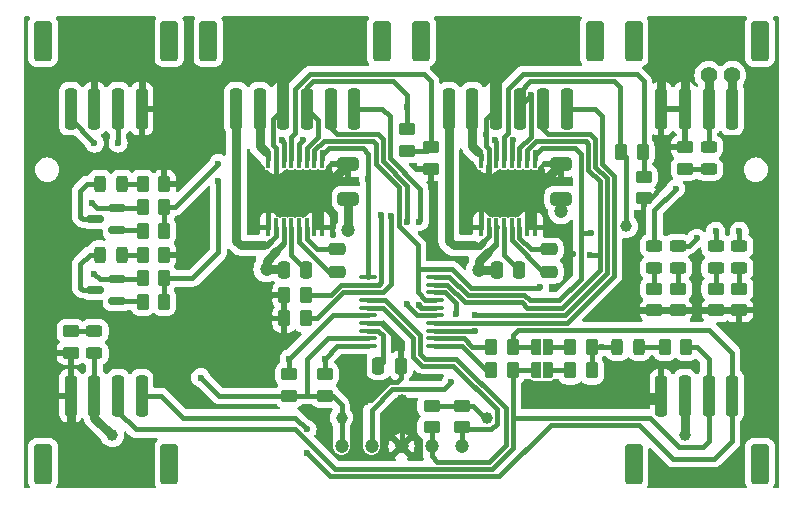
<source format=gbr>
%TF.GenerationSoftware,KiCad,Pcbnew,8.0.3*%
%TF.CreationDate,2024-07-02T20:09:31+01:00*%
%TF.ProjectId,Tims_I2C_Dual_Motor_Driver,54696d73-5f49-4324-935f-4475616c5f4d,rev?*%
%TF.SameCoordinates,Original*%
%TF.FileFunction,Copper,L1,Top*%
%TF.FilePolarity,Positive*%
%FSLAX46Y46*%
G04 Gerber Fmt 4.6, Leading zero omitted, Abs format (unit mm)*
G04 Created by KiCad (PCBNEW 8.0.3) date 2024-07-02 20:09:31*
%MOMM*%
%LPD*%
G01*
G04 APERTURE LIST*
G04 Aperture macros list*
%AMRoundRect*
0 Rectangle with rounded corners*
0 $1 Rounding radius*
0 $2 $3 $4 $5 $6 $7 $8 $9 X,Y pos of 4 corners*
0 Add a 4 corners polygon primitive as box body*
4,1,4,$2,$3,$4,$5,$6,$7,$8,$9,$2,$3,0*
0 Add four circle primitives for the rounded corners*
1,1,$1+$1,$2,$3*
1,1,$1+$1,$4,$5*
1,1,$1+$1,$6,$7*
1,1,$1+$1,$8,$9*
0 Add four rect primitives between the rounded corners*
20,1,$1+$1,$2,$3,$4,$5,0*
20,1,$1+$1,$4,$5,$6,$7,0*
20,1,$1+$1,$6,$7,$8,$9,0*
20,1,$1+$1,$8,$9,$2,$3,0*%
%AMOutline5P*
0 Free polygon, 5 corners , with rotation*
0 The origin of the aperture is its center*
0 number of corners: always 5*
0 $1 to $10 corner X, Y*
0 $11 Rotation angle, in degrees counterclockwise*
0 create outline with 5 corners*
4,1,5,$1,$2,$3,$4,$5,$6,$7,$8,$9,$10,$1,$2,$11*%
%AMOutline6P*
0 Free polygon, 6 corners , with rotation*
0 The origin of the aperture is its center*
0 number of corners: always 6*
0 $1 to $12 corner X, Y*
0 $13 Rotation angle, in degrees counterclockwise*
0 create outline with 6 corners*
4,1,6,$1,$2,$3,$4,$5,$6,$7,$8,$9,$10,$11,$12,$1,$2,$13*%
%AMOutline7P*
0 Free polygon, 7 corners , with rotation*
0 The origin of the aperture is its center*
0 number of corners: always 7*
0 $1 to $14 corner X, Y*
0 $15 Rotation angle, in degrees counterclockwise*
0 create outline with 7 corners*
4,1,7,$1,$2,$3,$4,$5,$6,$7,$8,$9,$10,$11,$12,$13,$14,$1,$2,$15*%
%AMOutline8P*
0 Free polygon, 8 corners , with rotation*
0 The origin of the aperture is its center*
0 number of corners: always 8*
0 $1 to $16 corner X, Y*
0 $17 Rotation angle, in degrees counterclockwise*
0 create outline with 8 corners*
4,1,8,$1,$2,$3,$4,$5,$6,$7,$8,$9,$10,$11,$12,$13,$14,$15,$16,$1,$2,$17*%
G04 Aperture macros list end*
%TA.AperFunction,SMDPad,CuDef*%
%ADD10RoundRect,0.250000X-0.450000X0.262500X-0.450000X-0.262500X0.450000X-0.262500X0.450000X0.262500X0*%
%TD*%
%TA.AperFunction,SMDPad,CuDef*%
%ADD11RoundRect,0.100000X-0.100000X0.675000X-0.100000X-0.675000X0.100000X-0.675000X0.100000X0.675000X0*%
%TD*%
%TA.AperFunction,HeatsinkPad*%
%ADD12R,3.000000X3.000000*%
%TD*%
%TA.AperFunction,SMDPad,CuDef*%
%ADD13RoundRect,0.250000X0.475000X-0.250000X0.475000X0.250000X-0.475000X0.250000X-0.475000X-0.250000X0*%
%TD*%
%TA.AperFunction,SMDPad,CuDef*%
%ADD14C,1.200000*%
%TD*%
%TA.AperFunction,SMDPad,CuDef*%
%ADD15Outline6P,-0.400000X0.540000X-0.240000X0.700000X0.400000X0.700000X0.400000X-0.700000X-0.240000X-0.700000X-0.400000X-0.540000X0.000000*%
%TD*%
%TA.AperFunction,SMDPad,CuDef*%
%ADD16Outline6P,-0.400000X0.700000X0.240000X0.700000X0.400000X0.540000X0.400000X-0.540000X0.240000X-0.700000X-0.400000X-0.700000X0.000000*%
%TD*%
%TA.AperFunction,SMDPad,CuDef*%
%ADD17RoundRect,0.250000X0.262500X0.450000X-0.262500X0.450000X-0.262500X-0.450000X0.262500X-0.450000X0*%
%TD*%
%TA.AperFunction,SMDPad,CuDef*%
%ADD18RoundRect,0.243750X0.243750X0.456250X-0.243750X0.456250X-0.243750X-0.456250X0.243750X-0.456250X0*%
%TD*%
%TA.AperFunction,SMDPad,CuDef*%
%ADD19RoundRect,0.250000X-0.250000X-0.475000X0.250000X-0.475000X0.250000X0.475000X-0.250000X0.475000X0*%
%TD*%
%TA.AperFunction,SMDPad,CuDef*%
%ADD20RoundRect,0.243750X0.456250X-0.243750X0.456250X0.243750X-0.456250X0.243750X-0.456250X-0.243750X0*%
%TD*%
%TA.AperFunction,SMDPad,CuDef*%
%ADD21RoundRect,0.250000X-0.262500X-0.450000X0.262500X-0.450000X0.262500X0.450000X-0.262500X0.450000X0*%
%TD*%
%TA.AperFunction,SMDPad,CuDef*%
%ADD22RoundRect,0.250000X-0.250000X-1.500000X0.250000X-1.500000X0.250000X1.500000X-0.250000X1.500000X0*%
%TD*%
%TA.AperFunction,SMDPad,CuDef*%
%ADD23RoundRect,0.250001X-0.499999X-1.449999X0.499999X-1.449999X0.499999X1.449999X-0.499999X1.449999X0*%
%TD*%
%TA.AperFunction,SMDPad,CuDef*%
%ADD24RoundRect,0.250000X0.450000X-0.262500X0.450000X0.262500X-0.450000X0.262500X-0.450000X-0.262500X0*%
%TD*%
%TA.AperFunction,SMDPad,CuDef*%
%ADD25RoundRect,0.100000X-0.637500X-0.100000X0.637500X-0.100000X0.637500X0.100000X-0.637500X0.100000X0*%
%TD*%
%TA.AperFunction,SMDPad,CuDef*%
%ADD26RoundRect,0.250000X0.250000X1.500000X-0.250000X1.500000X-0.250000X-1.500000X0.250000X-1.500000X0*%
%TD*%
%TA.AperFunction,SMDPad,CuDef*%
%ADD27RoundRect,0.250001X0.499999X1.449999X-0.499999X1.449999X-0.499999X-1.449999X0.499999X-1.449999X0*%
%TD*%
%TA.AperFunction,SMDPad,CuDef*%
%ADD28RoundRect,0.250000X0.250000X0.475000X-0.250000X0.475000X-0.250000X-0.475000X0.250000X-0.475000X0*%
%TD*%
%TA.AperFunction,SMDPad,CuDef*%
%ADD29RoundRect,0.250000X0.650000X-0.325000X0.650000X0.325000X-0.650000X0.325000X-0.650000X-0.325000X0*%
%TD*%
%TA.AperFunction,SMDPad,CuDef*%
%ADD30RoundRect,0.150000X0.587500X0.150000X-0.587500X0.150000X-0.587500X-0.150000X0.587500X-0.150000X0*%
%TD*%
%TA.AperFunction,SMDPad,CuDef*%
%ADD31RoundRect,0.243750X-0.456250X0.243750X-0.456250X-0.243750X0.456250X-0.243750X0.456250X0.243750X0*%
%TD*%
%TA.AperFunction,ViaPad*%
%ADD32C,1.400000*%
%TD*%
%TA.AperFunction,ViaPad*%
%ADD33C,1.000000*%
%TD*%
%TA.AperFunction,ViaPad*%
%ADD34C,0.600000*%
%TD*%
%TA.AperFunction,ViaPad*%
%ADD35C,1.200000*%
%TD*%
%TA.AperFunction,Conductor*%
%ADD36C,0.400000*%
%TD*%
%TA.AperFunction,Conductor*%
%ADD37C,0.800000*%
%TD*%
%TA.AperFunction,Conductor*%
%ADD38C,1.000000*%
%TD*%
%TA.AperFunction,Conductor*%
%ADD39C,0.600000*%
%TD*%
G04 APERTURE END LIST*
D10*
%TO.P,R25,1*%
%TO.N,Net-(D5-K)*%
X182277500Y-96627500D03*
%TO.P,R25,2*%
%TO.N,GND*%
X182277500Y-98452500D03*
%TD*%
D11*
%TO.P,U2,1,EN/IN1*%
%TO.N,/MOTOR__A(PWM)*%
X148952500Y-85665000D03*
%TO.P,U2,2,PH/IN2*%
%TO.N,/FWD_REV_A*%
X148302500Y-85665000D03*
%TO.P,U2,3,nSLEEP*%
%TO.N,VCC*%
X147652500Y-85665000D03*
%TO.P,U2,4,nFAULT*%
%TO.N,/nFAULT_A*%
X147002500Y-85665000D03*
%TO.P,U2,5,VREF*%
%TO.N,/VREF_A*%
X146352500Y-85665000D03*
%TO.P,U2,6,IPROPI*%
%TO.N,/CURRENT_SENSE_A*%
X145702500Y-85665000D03*
%TO.P,U2,7,IMODE*%
%TO.N,GND*%
X145052500Y-85665000D03*
%TO.P,U2,8,OUT1*%
%TO.N,/OUT1_A*%
X144402500Y-85665000D03*
%TO.P,U2,9,PGND*%
%TO.N,GND*%
X144402500Y-91415000D03*
%TO.P,U2,10,OUT2*%
%TO.N,/OUT2_A*%
X145052500Y-91415000D03*
%TO.P,U2,11,VM*%
%TO.N,+VDC*%
X145702500Y-91415000D03*
%TO.P,U2,12,VCP*%
%TO.N,Net-(U2-VCP)*%
X146352500Y-91415000D03*
%TO.P,U2,13,CPH*%
%TO.N,Net-(U2-CPH)*%
X147002500Y-91415000D03*
%TO.P,U2,14,CPL*%
%TO.N,Net-(U2-CPL)*%
X147652500Y-91415000D03*
%TO.P,U2,15,GND*%
%TO.N,GND*%
X148302500Y-91415000D03*
%TO.P,U2,16,PMODE*%
X148952500Y-91415000D03*
D12*
%TO.P,U2,17,Heat_Sink_(GND)*%
X146677500Y-88540000D03*
%TD*%
D13*
%TO.P,C2,1*%
%TO.N,Net-(U3-CPH)*%
X168177500Y-95190000D03*
%TO.P,C2,2*%
%TO.N,Net-(U3-CPL)*%
X168177500Y-93290000D03*
%TD*%
D14*
%TO.P,Pad5,1,1*%
%TO.N,/RESET_I2C*%
X160757500Y-109970000D03*
%TD*%
D15*
%TO.P,JP2,1,A*%
%TO.N,/SCL*%
X167077500Y-101540000D03*
D16*
%TO.P,JP2,2,B*%
%TO.N,Net-(JP2-B)*%
X168077500Y-101540000D03*
%TD*%
D17*
%TO.P,R3,1*%
%TO.N,/nFAULT_A*%
X135590000Y-91740000D03*
%TO.P,R3,2*%
%TO.N,Net-(Q1-B)*%
X133765000Y-91740000D03*
%TD*%
D14*
%TO.P,Pad3,1,1*%
%TO.N,GND*%
X155677500Y-109970000D03*
%TD*%
D18*
%TO.P,D2,1,K*%
%TO.N,Net-(D2-K)*%
X132015000Y-93740000D03*
%TO.P,D2,2,A*%
%TO.N,Net-(D2-A)*%
X130140000Y-93740000D03*
%TD*%
%TO.P,D9,1,K*%
%TO.N,Net-(D9-K)*%
X175815000Y-101540000D03*
%TO.P,D9,2,A*%
%TO.N,VCC*%
X173940000Y-101540000D03*
%TD*%
D19*
%TO.P,C7,1*%
%TO.N,/VCAP*%
X153727500Y-103140000D03*
%TO.P,C7,2*%
%TO.N,GND*%
X155627500Y-103140000D03*
%TD*%
D20*
%TO.P,D5,1,K*%
%TO.N,Net-(D5-K)*%
X182277500Y-94877500D03*
%TO.P,D5,2,A*%
%TO.N,/MOTOR__B(PWM)*%
X182277500Y-93002500D03*
%TD*%
D21*
%TO.P,R16,1*%
%TO.N,/PB4*%
X163265000Y-101540000D03*
%TO.P,R16,2*%
%TO.N,/SCL*%
X165090000Y-101540000D03*
%TD*%
%TO.P,R14,1*%
%TO.N,Net-(JP2-B)*%
X169965000Y-101540000D03*
%TO.P,R14,2*%
%TO.N,VCC*%
X171790000Y-101540000D03*
%TD*%
D22*
%TO.P,J1,1,Pin_1*%
%TO.N,GND*%
X127677500Y-105690000D03*
%TO.P,J1,2,Pin_2*%
%TO.N,VCC*%
X129677500Y-105690000D03*
%TO.P,J1,3,Pin_3*%
%TO.N,/SDA*%
X131677500Y-105690000D03*
%TO.P,J1,4,Pin_4*%
%TO.N,/SCL*%
X133677500Y-105690000D03*
D23*
%TO.P,J1,MP*%
%TO.N,N/C*%
X125327500Y-111440000D03*
X136027500Y-111440000D03*
%TD*%
D14*
%TO.P,Pad2,1,1*%
%TO.N,/SWIM*%
X153137500Y-109970000D03*
%TD*%
D13*
%TO.P,C1,1*%
%TO.N,Net-(U2-CPH)*%
X150177500Y-95190000D03*
%TO.P,C1,2*%
%TO.N,Net-(U2-CPL)*%
X150177500Y-93290000D03*
%TD*%
D24*
%TO.P,R19,1*%
%TO.N,GND*%
X127677500Y-102052500D03*
%TO.P,R19,2*%
%TO.N,Net-(D8-K)*%
X127677500Y-100227500D03*
%TD*%
D17*
%TO.P,R1,1*%
%TO.N,/nFAULT_A*%
X135590000Y-89740000D03*
%TO.P,R1,2*%
%TO.N,VCC*%
X133765000Y-89740000D03*
%TD*%
D20*
%TO.P,D3,1,K*%
%TO.N,Net-(D3-K)*%
X177077500Y-94877500D03*
%TO.P,D3,2,A*%
%TO.N,/MOTOR__A(PWM)*%
X177077500Y-93002500D03*
%TD*%
D21*
%TO.P,R10,1*%
%TO.N,GND*%
X145765000Y-99140000D03*
%TO.P,R10,2*%
%TO.N,/CURRENT_SENSE_B*%
X147590000Y-99140000D03*
%TD*%
D15*
%TO.P,JP1,1,A*%
%TO.N,/SDA*%
X167077500Y-103540000D03*
D16*
%TO.P,JP1,2,B*%
%TO.N,Net-(JP1-B)*%
X168077500Y-103540000D03*
%TD*%
D25*
%TO.P,U1,1,PD4*%
%TO.N,/MOTOR__A(PWM)*%
X152815000Y-95615000D03*
%TO.P,U1,2,PD5*%
%TO.N,/CURRENT_SENSE_A*%
X152815000Y-96265000D03*
%TO.P,U1,3,PD6*%
%TO.N,/CURRENT_SENSE_B*%
X152815000Y-96915000D03*
%TO.P,U1,4,NRST*%
%TO.N,/NRST*%
X152815000Y-97565000D03*
%TO.P,U1,5,PA1*%
%TO.N,/RESET_I2C*%
X152815000Y-98215000D03*
%TO.P,U1,6,PA2*%
%TO.N,/STATION_A*%
X152815000Y-98865000D03*
%TO.P,U1,7,VSS*%
%TO.N,GND*%
X152815000Y-99515000D03*
%TO.P,U1,8,VCAP*%
%TO.N,/VCAP*%
X152815000Y-100165000D03*
%TO.P,U1,9,VDD*%
%TO.N,VCC*%
X152815000Y-100815000D03*
%TO.P,U1,10,PA3*%
%TO.N,/STATION_B*%
X152815000Y-101465000D03*
%TO.P,U1,11,PB5*%
%TO.N,/PB5*%
X158540000Y-101465000D03*
%TO.P,U1,12,PB4*%
%TO.N,/PB4*%
X158540000Y-100815000D03*
%TO.P,U1,13,PC3*%
%TO.N,/QUAD_B2*%
X158540000Y-100165000D03*
%TO.P,U1,14,PC4*%
%TO.N,/QUAD_B1*%
X158540000Y-99515000D03*
%TO.P,U1,15,PC5*%
%TO.N,/QUAD_A2*%
X158540000Y-98865000D03*
%TO.P,U1,16,PC6*%
%TO.N,/QUAD_A1*%
X158540000Y-98215000D03*
%TO.P,U1,17,PC7*%
%TO.N,/FWD_REV_A*%
X158540000Y-97565000D03*
%TO.P,U1,18,PD1*%
%TO.N,/SWIM*%
X158540000Y-96915000D03*
%TO.P,U1,19,PD2*%
%TO.N,/FWD_REV_B*%
X158540000Y-96265000D03*
%TO.P,U1,20,PD3*%
%TO.N,/MOTOR__B(PWM)*%
X158540000Y-95615000D03*
%TD*%
D17*
%TO.P,R6,1*%
%TO.N,/VREF_B*%
X176090000Y-85040000D03*
%TO.P,R6,2*%
%TO.N,VCC*%
X174265000Y-85040000D03*
%TD*%
D26*
%TO.P,J5,1,Pin_1*%
%TO.N,/QUAD_B1*%
X169677500Y-81390000D03*
%TO.P,J5,2,Pin_2*%
%TO.N,/QUAD_B2*%
X167677500Y-81390000D03*
%TO.P,J5,3,Pin_3*%
%TO.N,VCC*%
X165677500Y-81390000D03*
%TO.P,J5,4,Pin_4*%
%TO.N,GND*%
X163677500Y-81390000D03*
%TO.P,J5,5,Pin_5*%
%TO.N,/OUT1_B*%
X161677500Y-81390000D03*
%TO.P,J5,6,Pin_6*%
%TO.N,/OUT2_B*%
X159677500Y-81390000D03*
D27*
%TO.P,J5,MP*%
%TO.N,N/C*%
X172027500Y-75640000D03*
X157327500Y-75640000D03*
%TD*%
D22*
%TO.P,J2,1,Pin_1*%
%TO.N,GND*%
X177677500Y-105690000D03*
%TO.P,J2,2,Pin_2*%
%TO.N,VCC*%
X179677500Y-105690000D03*
%TO.P,J2,3,Pin_3*%
%TO.N,/SDA*%
X181677500Y-105690000D03*
%TO.P,J2,4,Pin_4*%
%TO.N,/SCL*%
X183677500Y-105690000D03*
D23*
%TO.P,J2,MP*%
%TO.N,N/C*%
X175327500Y-111440000D03*
X186027500Y-111440000D03*
%TD*%
D10*
%TO.P,R27,1*%
%TO.N,GND*%
X179677500Y-84627500D03*
%TO.P,R27,2*%
%TO.N,Net-(D7-K)*%
X179677500Y-86452500D03*
%TD*%
D18*
%TO.P,D1,1,K*%
%TO.N,Net-(D1-K)*%
X132015000Y-87740000D03*
%TO.P,D1,2,A*%
%TO.N,Net-(D1-A)*%
X130140000Y-87740000D03*
%TD*%
D17*
%TO.P,R12,1*%
%TO.N,GND*%
X135590000Y-93740000D03*
%TO.P,R12,2*%
%TO.N,Net-(D2-K)*%
X133765000Y-93740000D03*
%TD*%
D28*
%TO.P,C4,1*%
%TO.N,Net-(U3-VCP)*%
X165627500Y-95040000D03*
%TO.P,C4,2*%
%TO.N,+VDC*%
X163727500Y-95040000D03*
%TD*%
D10*
%TO.P,R15,1*%
%TO.N,VCC*%
X160757500Y-106517500D03*
%TO.P,R15,2*%
%TO.N,/RESET_I2C*%
X160757500Y-108342500D03*
%TD*%
D29*
%TO.P,C5,1*%
%TO.N,+VDC*%
X169177500Y-89015000D03*
%TO.P,C5,2*%
%TO.N,GND*%
X169177500Y-86065000D03*
%TD*%
D10*
%TO.P,R26,1*%
%TO.N,Net-(D6-K)*%
X184277500Y-96627500D03*
%TO.P,R26,2*%
%TO.N,GND*%
X184277500Y-98452500D03*
%TD*%
D20*
%TO.P,D4,1,K*%
%TO.N,Net-(D4-K)*%
X179077500Y-94877500D03*
%TO.P,D4,2,A*%
%TO.N,/FWD_REV_A*%
X179077500Y-93002500D03*
%TD*%
D30*
%TO.P,Q1,1,B*%
%TO.N,Net-(Q1-B)*%
X131615000Y-91690000D03*
%TO.P,Q1,2,E*%
%TO.N,VCC*%
X131615000Y-89790000D03*
%TO.P,Q1,3,C*%
%TO.N,Net-(D1-A)*%
X129740000Y-90740000D03*
%TD*%
D29*
%TO.P,C6,1*%
%TO.N,+VDC*%
X151177500Y-89015000D03*
%TO.P,C6,2*%
%TO.N,GND*%
X151177500Y-86065000D03*
%TD*%
D14*
%TO.P,Pad4,1,1*%
%TO.N,/NRST*%
X158217500Y-109970000D03*
%TD*%
D10*
%TO.P,R24,1*%
%TO.N,Net-(D4-K)*%
X179077500Y-96627500D03*
%TO.P,R24,2*%
%TO.N,GND*%
X179077500Y-98452500D03*
%TD*%
D24*
%TO.P,R8,1*%
%TO.N,GND*%
X176177500Y-88952500D03*
%TO.P,R8,2*%
%TO.N,/VREF_B*%
X176177500Y-87127500D03*
%TD*%
%TO.P,R21,1*%
%TO.N,VCC*%
X146177500Y-105702500D03*
%TO.P,R21,2*%
%TO.N,/STATION_A*%
X146177500Y-103877500D03*
%TD*%
D11*
%TO.P,U3,1,EN/IN1*%
%TO.N,/MOTOR__B(PWM)*%
X166952500Y-85665000D03*
%TO.P,U3,2,PH/IN2*%
%TO.N,/FWD_REV_B*%
X166302500Y-85665000D03*
%TO.P,U3,3,nSLEEP*%
%TO.N,VCC*%
X165652500Y-85665000D03*
%TO.P,U3,4,nFAULT*%
%TO.N,/nFAULT_B*%
X165002500Y-85665000D03*
%TO.P,U3,5,VREF*%
%TO.N,/VREF_B*%
X164352500Y-85665000D03*
%TO.P,U3,6,IPROPI*%
%TO.N,/CURRENT_SENSE_B*%
X163702500Y-85665000D03*
%TO.P,U3,7,IMODE*%
%TO.N,GND*%
X163052500Y-85665000D03*
%TO.P,U3,8,OUT1*%
%TO.N,/OUT1_B*%
X162402500Y-85665000D03*
%TO.P,U3,9,PGND*%
%TO.N,GND*%
X162402500Y-91415000D03*
%TO.P,U3,10,OUT2*%
%TO.N,/OUT2_B*%
X163052500Y-91415000D03*
%TO.P,U3,11,VM*%
%TO.N,+VDC*%
X163702500Y-91415000D03*
%TO.P,U3,12,VCP*%
%TO.N,Net-(U3-VCP)*%
X164352500Y-91415000D03*
%TO.P,U3,13,CPH*%
%TO.N,Net-(U3-CPH)*%
X165002500Y-91415000D03*
%TO.P,U3,14,CPL*%
%TO.N,Net-(U3-CPL)*%
X165652500Y-91415000D03*
%TO.P,U3,15,GND*%
%TO.N,GND*%
X166302500Y-91415000D03*
%TO.P,U3,16,PMODE*%
X166952500Y-91415000D03*
D12*
%TO.P,U3,17,Heat_Sink_(GND)*%
X164677500Y-88540000D03*
%TD*%
D17*
%TO.P,R17,1*%
%TO.N,/SDA*%
X165090000Y-103540000D03*
%TO.P,R17,2*%
%TO.N,/PB5*%
X163265000Y-103540000D03*
%TD*%
D24*
%TO.P,R18,1*%
%TO.N,/NRST*%
X158217500Y-108342500D03*
%TO.P,R18,2*%
%TO.N,VCC*%
X158217500Y-106517500D03*
%TD*%
%TO.P,R7,1*%
%TO.N,GND*%
X158177500Y-86452500D03*
%TO.P,R7,2*%
%TO.N,/VREF_A*%
X158177500Y-84627500D03*
%TD*%
D26*
%TO.P,J3,1,Pin_1*%
%TO.N,GND*%
X133677500Y-81390000D03*
%TO.P,J3,2,Pin_2*%
%TO.N,/STATION_B*%
X131677500Y-81390000D03*
%TO.P,J3,3,Pin_3*%
%TO.N,GND*%
X129677500Y-81390000D03*
%TO.P,J3,4,Pin_4*%
%TO.N,/STATION_A*%
X127677500Y-81390000D03*
D27*
%TO.P,J3,MP*%
%TO.N,N/C*%
X136027500Y-75640000D03*
X125327500Y-75640000D03*
%TD*%
D30*
%TO.P,Q2,1,B*%
%TO.N,Net-(Q2-B)*%
X131615000Y-97690000D03*
%TO.P,Q2,2,E*%
%TO.N,VCC*%
X131615000Y-95790000D03*
%TO.P,Q2,3,C*%
%TO.N,Net-(D2-A)*%
X129740000Y-96740000D03*
%TD*%
D10*
%TO.P,R23,1*%
%TO.N,Net-(D3-K)*%
X177077500Y-96627500D03*
%TO.P,R23,2*%
%TO.N,GND*%
X177077500Y-98452500D03*
%TD*%
D31*
%TO.P,D8,1,K*%
%TO.N,Net-(D8-K)*%
X129677500Y-100202500D03*
%TO.P,D8,2,A*%
%TO.N,VCC*%
X129677500Y-102077500D03*
%TD*%
D14*
%TO.P,Pad1,1,1*%
%TO.N,VCC*%
X150597500Y-109970000D03*
%TD*%
D28*
%TO.P,C3,1*%
%TO.N,Net-(U2-VCP)*%
X147627500Y-95040000D03*
%TO.P,C3,2*%
%TO.N,+VDC*%
X145727500Y-95040000D03*
%TD*%
D26*
%TO.P,J6,1,Pin_1*%
%TO.N,+VDC*%
X183677500Y-81390000D03*
%TO.P,J6,2,Pin_2*%
X181677500Y-81390000D03*
%TO.P,J6,3,Pin_3*%
%TO.N,GND*%
X179677500Y-81390000D03*
%TO.P,J6,4,Pin_4*%
X177677500Y-81390000D03*
D27*
%TO.P,J6,MP*%
%TO.N,N/C*%
X186027500Y-75640000D03*
X175327500Y-75640000D03*
%TD*%
D17*
%TO.P,R20,1*%
%TO.N,/SDA*%
X179790000Y-101540000D03*
%TO.P,R20,2*%
%TO.N,Net-(D9-K)*%
X177965000Y-101540000D03*
%TD*%
%TO.P,R4,1*%
%TO.N,/nFAULT_B*%
X135590000Y-97740000D03*
%TO.P,R4,2*%
%TO.N,Net-(Q2-B)*%
X133765000Y-97740000D03*
%TD*%
D20*
%TO.P,D6,1,K*%
%TO.N,Net-(D6-K)*%
X184277500Y-94877500D03*
%TO.P,D6,2,A*%
%TO.N,/FWD_REV_B*%
X184277500Y-93002500D03*
%TD*%
D21*
%TO.P,R13,1*%
%TO.N,Net-(JP1-B)*%
X169965000Y-103540000D03*
%TO.P,R13,2*%
%TO.N,VCC*%
X171790000Y-103540000D03*
%TD*%
D17*
%TO.P,R11,1*%
%TO.N,GND*%
X135590000Y-87740000D03*
%TO.P,R11,2*%
%TO.N,Net-(D1-K)*%
X133765000Y-87740000D03*
%TD*%
D20*
%TO.P,D7,1,K*%
%TO.N,Net-(D7-K)*%
X181677500Y-86477500D03*
%TO.P,D7,2,A*%
%TO.N,+VDC*%
X181677500Y-84602500D03*
%TD*%
D21*
%TO.P,R9,1*%
%TO.N,GND*%
X145765000Y-97140000D03*
%TO.P,R9,2*%
%TO.N,/CURRENT_SENSE_A*%
X147590000Y-97140000D03*
%TD*%
D17*
%TO.P,R2,1*%
%TO.N,/nFAULT_B*%
X135590000Y-95740000D03*
%TO.P,R2,2*%
%TO.N,VCC*%
X133765000Y-95740000D03*
%TD*%
D24*
%TO.P,R22,1*%
%TO.N,VCC*%
X149177500Y-105702500D03*
%TO.P,R22,2*%
%TO.N,/STATION_B*%
X149177500Y-103877500D03*
%TD*%
%TO.P,R5,1*%
%TO.N,/VREF_A*%
X156177500Y-84952500D03*
%TO.P,R5,2*%
%TO.N,VCC*%
X156177500Y-83127500D03*
%TD*%
D26*
%TO.P,J4,1,Pin_1*%
%TO.N,/QUAD_A1*%
X151677500Y-81390000D03*
%TO.P,J4,2,Pin_2*%
%TO.N,/QUAD_A2*%
X149677500Y-81390000D03*
%TO.P,J4,3,Pin_3*%
%TO.N,VCC*%
X147677500Y-81390000D03*
%TO.P,J4,4,Pin_4*%
%TO.N,GND*%
X145677500Y-81390000D03*
%TO.P,J4,5,Pin_5*%
%TO.N,/OUT1_A*%
X143677500Y-81390000D03*
%TO.P,J4,6,Pin_6*%
%TO.N,/OUT2_A*%
X141677500Y-81390000D03*
D27*
%TO.P,J4,MP*%
%TO.N,N/C*%
X154027500Y-75640000D03*
X139327500Y-75640000D03*
%TD*%
D32*
%TO.N,GND*%
X129677500Y-78540000D03*
X179677500Y-78540000D03*
X145677500Y-78540000D03*
D33*
X127677500Y-109040000D03*
D32*
X145877500Y-89340000D03*
D34*
X136877500Y-93740000D03*
X170155500Y-93714000D03*
X164677500Y-88540000D03*
D32*
X177677500Y-78540000D03*
X163677500Y-78540000D03*
D34*
X174677500Y-98540000D03*
D35*
X167361500Y-87872000D03*
X149624500Y-87618000D03*
D33*
X171177500Y-106040000D03*
D34*
X158177500Y-88040000D03*
X136877500Y-87740000D03*
D33*
X155677500Y-106040000D03*
D32*
X133677500Y-78540000D03*
D34*
X157177500Y-104040000D03*
D32*
X145877500Y-87740000D03*
X163877500Y-89340000D03*
D34*
X177677500Y-88040000D03*
X146677500Y-88540000D03*
X144277500Y-98140000D03*
D33*
X152477500Y-106040000D03*
D32*
X163877500Y-87740000D03*
D34*
%TO.N,/FWD_REV_A*%
X180677500Y-92340000D03*
X167361500Y-96508000D03*
%TO.N,/MOTOR__A(PWM)*%
X178877500Y-88140000D03*
X152877500Y-87340000D03*
%TO.N,/FWD_REV_B*%
X184277500Y-91740000D03*
X171677500Y-93740000D03*
%TO.N,/MOTOR__B(PWM)*%
X171679500Y-91940000D03*
X182277500Y-91740000D03*
D33*
%TO.N,VCC*%
X162877500Y-107540000D03*
X150597500Y-107540000D03*
X179677500Y-109040000D03*
X174677500Y-91340000D03*
D34*
X156177500Y-81240000D03*
X129677500Y-95340000D03*
D33*
X131177500Y-109040000D03*
D34*
X172677500Y-101540000D03*
X129477500Y-89340000D03*
X166599500Y-80252000D03*
X138677500Y-104140000D03*
%TO.N,/SCL*%
X147677500Y-110540000D03*
X147677500Y-108540000D03*
%TO.N,/STATION_A*%
X146177500Y-102540000D03*
X129677500Y-84290000D03*
%TO.N,/STATION_B*%
X131677500Y-84290000D03*
X149177500Y-102540000D03*
%TO.N,/QUAD_A1*%
X157177500Y-90940000D03*
X157126151Y-97978602D03*
%TO.N,/QUAD_A2*%
X156177500Y-90940000D03*
X156177500Y-97940000D03*
%TO.N,/QUAD_B2*%
X161877500Y-98815000D03*
X161877500Y-100215000D03*
%TO.N,/SWIM*%
X160277500Y-98794000D03*
X159877500Y-104540000D03*
%TO.N,/nFAULT_A*%
X140177500Y-86040000D03*
X147295500Y-84062000D03*
%TO.N,/nFAULT_B*%
X165075500Y-84062000D03*
X140177500Y-87540000D03*
%TO.N,/CURRENT_SENSE_A*%
X153952500Y-90415000D03*
X145517500Y-84062000D03*
%TO.N,/CURRENT_SENSE_B*%
X163551500Y-84062000D03*
X154777500Y-90440000D03*
D35*
%TO.N,+VDC*%
X162253500Y-95013355D03*
X144247500Y-94984000D03*
D32*
X181677500Y-78540000D03*
D35*
X169177500Y-90040000D03*
X151177500Y-91682000D03*
D32*
X183677500Y-78540000D03*
%TD*%
D36*
%TO.N,Net-(U2-CPH)*%
X147002500Y-92665000D02*
X149527500Y-95190000D01*
X149527500Y-95190000D02*
X150177500Y-95190000D01*
X147002500Y-91440000D02*
X147002500Y-92665000D01*
%TO.N,Net-(U2-CPL)*%
X148527500Y-93290000D02*
X150177500Y-93290000D01*
X147652500Y-92415000D02*
X148527500Y-93290000D01*
X147652500Y-91440000D02*
X147652500Y-92415000D01*
%TO.N,Net-(U3-CPL)*%
X165652500Y-91440000D02*
X165652500Y-92340000D01*
X166602500Y-93290000D02*
X168177500Y-93290000D01*
X165652500Y-92340000D02*
X166602500Y-93290000D01*
%TO.N,Net-(U3-CPH)*%
X165002500Y-92538528D02*
X167653972Y-95190000D01*
X165002500Y-91440000D02*
X165002500Y-92538528D01*
X167653972Y-95190000D02*
X168177500Y-95190000D01*
%TO.N,Net-(U2-VCP)*%
X146352500Y-93765000D02*
X147627500Y-95040000D01*
X146352500Y-91440000D02*
X146352500Y-93765000D01*
%TO.N,Net-(U3-VCP)*%
X164352500Y-91440000D02*
X164352500Y-93765000D01*
X164352500Y-93765000D02*
X165627500Y-95040000D01*
D37*
%TO.N,GND*%
X179677500Y-78540000D02*
X179677500Y-81390000D01*
D36*
X162789500Y-84520630D02*
X162789500Y-82278000D01*
X155627500Y-101241472D02*
X155627500Y-103140000D01*
X163052500Y-84783630D02*
X162789500Y-84520630D01*
D37*
X149624500Y-87618000D02*
X151177500Y-86065000D01*
D36*
X144402500Y-91440000D02*
X144402500Y-89650000D01*
X144755500Y-82284000D02*
X145649500Y-81390000D01*
X144755500Y-84419000D02*
X144755500Y-82284000D01*
X135590000Y-87740000D02*
X136877500Y-87740000D01*
X145567500Y-89650000D02*
X144402500Y-89650000D01*
X145765000Y-99140000D02*
X144677500Y-99140000D01*
X162402500Y-87815000D02*
X162777500Y-87440000D01*
X148677500Y-89650000D02*
X146187500Y-89650000D01*
X144277500Y-97540000D02*
X144677500Y-97140000D01*
X144855500Y-87815000D02*
X144402500Y-87815000D01*
D37*
X148677500Y-87618000D02*
X149624500Y-87618000D01*
D36*
X153128972Y-106040000D02*
X154628972Y-104540000D01*
X163477500Y-89740000D02*
X162402500Y-89740000D01*
X162402500Y-89740000D02*
X162402500Y-87815000D01*
X145877500Y-87740000D02*
X145755500Y-87618000D01*
X163052500Y-86915000D02*
X163052500Y-85665000D01*
X162402500Y-91440000D02*
X162402500Y-89740000D01*
X179677500Y-84627500D02*
X179677500Y-81390000D01*
X163877500Y-89340000D02*
X163477500Y-89740000D01*
D37*
X166677500Y-89740000D02*
X166677500Y-91165000D01*
D36*
X144677500Y-97140000D02*
X145765000Y-97140000D01*
D37*
X177327500Y-106040000D02*
X177677500Y-105690000D01*
D36*
X163877500Y-89340000D02*
X164277500Y-89740000D01*
X167361500Y-87872000D02*
X166929500Y-87440000D01*
X154628972Y-104540000D02*
X155277500Y-104540000D01*
X155277500Y-104540000D02*
X155627500Y-104190000D01*
X174677500Y-98540000D02*
X184190000Y-98540000D01*
D37*
X177677500Y-81390000D02*
X177677500Y-78540000D01*
D36*
X145755500Y-87618000D02*
X144599500Y-87618000D01*
X145052500Y-87618000D02*
X144855500Y-87815000D01*
X155627500Y-104190000D02*
X155627500Y-103140000D01*
X144277500Y-98140000D02*
X144277500Y-97540000D01*
X153901028Y-99515000D02*
X155627500Y-101241472D01*
X163877500Y-87740000D02*
X163052500Y-86915000D01*
X163877500Y-87740000D02*
X164677500Y-88540000D01*
X158177500Y-88040000D02*
X158177500Y-86452500D01*
X135590000Y-93740000D02*
X136877500Y-93740000D01*
X148677500Y-87618000D02*
X145999500Y-87618000D01*
X127677500Y-102052500D02*
X127677500Y-105690000D01*
X144677500Y-99140000D02*
X144277500Y-98740000D01*
X152477500Y-106040000D02*
X153128972Y-106040000D01*
X145649500Y-81390000D02*
X145677500Y-81390000D01*
D37*
X148677500Y-87618000D02*
X148677500Y-89650000D01*
D36*
X166929500Y-87440000D02*
X162777500Y-87440000D01*
D37*
X166677500Y-88556000D02*
X166677500Y-89740000D01*
X171177500Y-106040000D02*
X177327500Y-106040000D01*
D36*
X145052500Y-84716000D02*
X144755500Y-84419000D01*
X146187500Y-89650000D02*
X145877500Y-89340000D01*
D38*
X145677500Y-81390000D02*
X145677500Y-78540000D01*
D39*
X133677500Y-81390000D02*
X133677500Y-78540000D01*
D36*
X145052500Y-85665000D02*
X145052500Y-87618000D01*
X144277500Y-98740000D02*
X144277500Y-98140000D01*
X145877500Y-89340000D02*
X145567500Y-89650000D01*
D37*
X127677500Y-105690000D02*
X127677500Y-109040000D01*
X167361500Y-87872000D02*
X166677500Y-88556000D01*
D36*
X164277500Y-89740000D02*
X166677500Y-89740000D01*
X176177500Y-88952500D02*
X176765000Y-88952500D01*
D37*
X148677500Y-89650000D02*
X148677500Y-91165000D01*
D36*
X163052500Y-85665000D02*
X163052500Y-84783630D01*
X176765000Y-88952500D02*
X177677500Y-88040000D01*
D37*
X167361500Y-87872000D02*
X167370500Y-87872000D01*
D36*
X144402500Y-89650000D02*
X144402500Y-87815000D01*
X152815000Y-99515000D02*
X153901028Y-99515000D01*
X162789500Y-82278000D02*
X163677500Y-81390000D01*
X145999500Y-87618000D02*
X145877500Y-87740000D01*
D38*
X163677500Y-78540000D02*
X163677500Y-81390000D01*
D37*
X167370500Y-87872000D02*
X169177500Y-86065000D01*
D36*
X155677500Y-109970000D02*
X155677500Y-106040000D01*
X144599500Y-87618000D02*
X144402500Y-87815000D01*
X145052500Y-85640000D02*
X145052500Y-84716000D01*
D39*
X129677500Y-81390000D02*
X129677500Y-78540000D01*
D36*
%TO.N,/VCAP*%
X154077500Y-102790000D02*
X153727500Y-103140000D01*
X154077500Y-100540000D02*
X154077500Y-102790000D01*
X153702500Y-100165000D02*
X154077500Y-100540000D01*
X152815000Y-100165000D02*
X153702500Y-100165000D01*
%TO.N,Net-(D1-K)*%
X132015000Y-87740000D02*
X133765000Y-87740000D01*
%TO.N,Net-(D1-A)*%
X128477500Y-88340000D02*
X128477500Y-90540000D01*
X130140000Y-87740000D02*
X129077500Y-87740000D01*
X129077500Y-87740000D02*
X128477500Y-88340000D01*
X128477500Y-90540000D02*
X128677500Y-90740000D01*
X128677500Y-90740000D02*
X129740000Y-90740000D01*
%TO.N,Net-(D2-K)*%
X132015000Y-93740000D02*
X133765000Y-93740000D01*
%TO.N,Net-(D2-A)*%
X128677500Y-96740000D02*
X129740000Y-96740000D01*
X130140000Y-93740000D02*
X129277500Y-93740000D01*
X129277500Y-93740000D02*
X128477500Y-94540000D01*
X128477500Y-94540000D02*
X128477500Y-96540000D01*
X128477500Y-96540000D02*
X128677500Y-96740000D01*
%TO.N,/FWD_REV_A*%
X153477500Y-84340000D02*
X153477500Y-86037056D01*
X167291500Y-96578000D02*
X161545962Y-96578000D01*
X153477500Y-86037056D02*
X155477500Y-88037056D01*
X180015000Y-93002500D02*
X179077500Y-93002500D01*
X157077500Y-92940000D02*
X157077500Y-96940000D01*
X148302500Y-84915000D02*
X149077500Y-84140000D01*
X153277500Y-84140000D02*
X153477500Y-84340000D01*
X148302500Y-85640000D02*
X148302500Y-84915000D01*
X167361500Y-96508000D02*
X167291500Y-96578000D01*
X159951962Y-94984000D02*
X157077500Y-94984000D01*
X149077500Y-84140000D02*
X153277500Y-84140000D01*
X157702500Y-97565000D02*
X158540000Y-97565000D01*
X157077500Y-96940000D02*
X157702500Y-97565000D01*
X155477500Y-88037056D02*
X155477500Y-91340000D01*
X155477500Y-91340000D02*
X157077500Y-92940000D01*
X180677500Y-92340000D02*
X180015000Y-93002500D01*
X161545962Y-96578000D02*
X159951962Y-94984000D01*
%TO.N,Net-(D3-K)*%
X177077500Y-94877500D02*
X177077500Y-96627500D01*
%TO.N,/MOTOR__A(PWM)*%
X148952500Y-85640000D02*
X148952500Y-85340000D01*
X152877500Y-95552500D02*
X152815000Y-95615000D01*
X148952500Y-85340000D02*
X149552500Y-84740000D01*
X152377500Y-84740000D02*
X152877500Y-85240000D01*
X177077500Y-89940000D02*
X177077500Y-93002500D01*
X178877500Y-88140000D02*
X177077500Y-89940000D01*
X149552500Y-84740000D02*
X152377500Y-84740000D01*
X152877500Y-87340000D02*
X152877500Y-95552500D01*
X152877500Y-85240000D02*
X152877500Y-87340000D01*
%TO.N,Net-(D4-K)*%
X179077500Y-94877500D02*
X179077500Y-96627500D01*
%TO.N,/FWD_REV_B*%
X166274500Y-98215000D02*
X165837500Y-97778000D01*
X172477500Y-95034528D02*
X169297028Y-98215000D01*
X159535906Y-96265000D02*
X158540000Y-96265000D01*
X184277500Y-93202500D02*
X184277500Y-91740000D01*
X166302500Y-84915000D02*
X167077500Y-84140000D01*
X169297028Y-98215000D02*
X166274500Y-98215000D01*
X165837500Y-97778000D02*
X161048906Y-97778000D01*
X171477500Y-86537056D02*
X172477500Y-87537056D01*
X171677500Y-93740000D02*
X172477500Y-93740000D01*
X171277500Y-84140000D02*
X171477500Y-84340000D01*
X167077500Y-84140000D02*
X171277500Y-84140000D01*
X172477500Y-87537056D02*
X172477500Y-95034528D01*
X166302500Y-85640000D02*
X166302500Y-84915000D01*
X161048906Y-97778000D02*
X159535906Y-96265000D01*
X171477500Y-84340000D02*
X171477500Y-86537056D01*
%TO.N,Net-(D5-K)*%
X182277500Y-95077500D02*
X182277500Y-96627500D01*
%TO.N,Net-(D6-K)*%
X184277500Y-95077500D02*
X184277500Y-96627500D01*
%TO.N,/MOTOR__B(PWM)*%
X161297434Y-97178000D02*
X159734434Y-95615000D01*
X166523028Y-97615000D02*
X166086028Y-97178000D01*
X170877500Y-85240000D02*
X170877500Y-95786000D01*
X166086028Y-97178000D02*
X161297434Y-97178000D01*
X170377500Y-84740000D02*
X170877500Y-85240000D01*
X182277500Y-93202500D02*
X182277500Y-91740000D01*
X169048500Y-97615000D02*
X166523028Y-97615000D01*
X171679500Y-91940000D02*
X170877500Y-91940000D01*
X166952500Y-85640000D02*
X166952500Y-85340000D01*
X159734434Y-95615000D02*
X158540000Y-95615000D01*
X166952500Y-85340000D02*
X167552500Y-84740000D01*
X167552500Y-84740000D02*
X170377500Y-84740000D01*
X170877500Y-95786000D02*
X169048500Y-97615000D01*
%TO.N,Net-(D7-K)*%
X179677500Y-86452500D02*
X181652500Y-86452500D01*
%TO.N,Net-(D8-K)*%
X127677500Y-100227500D02*
X129652500Y-100227500D01*
X129652500Y-100227500D02*
X129677500Y-100202500D01*
%TO.N,VCC*%
X156177500Y-81240000D02*
X156177500Y-83127500D01*
X148565500Y-83803472D02*
X148565500Y-82328000D01*
X131615000Y-95790000D02*
X130127500Y-95790000D01*
X152790000Y-100790000D02*
X149427500Y-100790000D01*
X131615000Y-95790000D02*
X133715000Y-95790000D01*
X174677500Y-91340000D02*
X174677500Y-85452500D01*
X166599500Y-80252000D02*
X165652500Y-81199000D01*
X131615000Y-89790000D02*
X129927500Y-89790000D01*
X147677500Y-105702500D02*
X149177500Y-105702500D01*
X150597500Y-109970000D02*
X150597500Y-107540000D01*
X166599500Y-83769472D02*
X165652500Y-84716472D01*
X171790000Y-103540000D02*
X171790000Y-101540000D01*
X165677500Y-81390000D02*
X165677500Y-79940000D01*
X172677500Y-101540000D02*
X171790000Y-101540000D01*
D37*
X179677500Y-105690000D02*
X179677500Y-109040000D01*
D36*
X133715000Y-89790000D02*
X133765000Y-89740000D01*
X166599500Y-80252000D02*
X166599500Y-83769472D01*
X162772500Y-107540000D02*
X162877500Y-107540000D01*
X174177500Y-84952500D02*
X174265000Y-85040000D01*
X147652500Y-84716472D02*
X148565500Y-83803472D01*
X149427500Y-100790000D02*
X147677500Y-102540000D01*
X152815000Y-100815000D02*
X152790000Y-100790000D01*
X148565500Y-82328000D02*
X147652500Y-81415000D01*
X147652500Y-85640000D02*
X147652500Y-84716472D01*
X173677500Y-79040000D02*
X174177500Y-79540000D01*
X148177500Y-79040000D02*
X147677500Y-79540000D01*
X147677500Y-102540000D02*
X147677500Y-105702500D01*
X129677500Y-102077500D02*
X129677500Y-105690000D01*
X131615000Y-89790000D02*
X133715000Y-89790000D01*
X149840000Y-105702500D02*
X149177500Y-105702500D01*
X165652500Y-84716472D02*
X165652500Y-85640000D01*
X174177500Y-79540000D02*
X174177500Y-84952500D01*
X147677500Y-79540000D02*
X147677500Y-81390000D01*
X161750000Y-106517500D02*
X162772500Y-107540000D01*
X165677500Y-79940000D02*
X166577500Y-79040000D01*
X173940000Y-101540000D02*
X172677500Y-101540000D01*
X140240000Y-105702500D02*
X146177500Y-105702500D01*
X165652500Y-81199000D02*
X165652500Y-81415000D01*
X158217500Y-106517500D02*
X161750000Y-106517500D01*
X156177500Y-81240000D02*
X156177500Y-80240000D01*
X150597500Y-107540000D02*
X150597500Y-106460000D01*
X130127500Y-95790000D02*
X129677500Y-95340000D01*
X138677500Y-104140000D02*
X140240000Y-105702500D01*
X174677500Y-85452500D02*
X174265000Y-85040000D01*
X166577500Y-79040000D02*
X173677500Y-79040000D01*
X129927500Y-89790000D02*
X129477500Y-89340000D01*
D37*
X129677500Y-105690000D02*
X129677500Y-107540000D01*
D36*
X150597500Y-106460000D02*
X149840000Y-105702500D01*
X133715000Y-95790000D02*
X133765000Y-95740000D01*
D37*
X129677500Y-107540000D02*
X131177500Y-109040000D01*
D36*
X156177500Y-80240000D02*
X154977500Y-79040000D01*
X154977500Y-79040000D02*
X148177500Y-79040000D01*
X146177500Y-105702500D02*
X147677500Y-105702500D01*
%TO.N,Net-(D9-K)*%
X177965000Y-101540000D02*
X175815000Y-101540000D01*
%TO.N,/SDA*%
X150012500Y-111875000D02*
X163297500Y-111875000D01*
X133177500Y-108540000D02*
X146677500Y-108540000D01*
X176677500Y-107540000D02*
X179177500Y-110040000D01*
X146677500Y-108540000D02*
X150012500Y-111875000D01*
X165090000Y-107540000D02*
X176677500Y-107540000D01*
X181177500Y-110040000D02*
X181677500Y-109540000D01*
X181677500Y-109540000D02*
X181677500Y-105690000D01*
X165090000Y-103540000D02*
X166827500Y-103540000D01*
X165090000Y-110082500D02*
X165090000Y-107540000D01*
X179790000Y-101540000D02*
X180677500Y-101540000D01*
X181677500Y-102540000D02*
X181677500Y-105690000D01*
X163297500Y-111875000D02*
X165090000Y-110082500D01*
X165090000Y-103540000D02*
X165090000Y-110082500D01*
X131677500Y-105690000D02*
X131677500Y-107040000D01*
X131677500Y-107040000D02*
X133177500Y-108540000D01*
X179177500Y-110040000D02*
X181177500Y-110040000D01*
X180677500Y-101540000D02*
X181677500Y-102540000D01*
%TO.N,/SCL*%
X135327500Y-105690000D02*
X133677500Y-105690000D01*
X178677500Y-111040000D02*
X182177500Y-111040000D01*
X147677500Y-108540000D02*
X146677500Y-107540000D01*
X181752500Y-100115000D02*
X183677500Y-102040000D01*
X165090000Y-101540000D02*
X165090000Y-100527500D01*
X146677500Y-107540000D02*
X137177500Y-107540000D01*
X149647500Y-112510000D02*
X163932500Y-112510000D01*
X147677500Y-110540000D02*
X149647500Y-112510000D01*
X165502500Y-100115000D02*
X181752500Y-100115000D01*
X183677500Y-102040000D02*
X183677500Y-105690000D01*
X175777500Y-108140000D02*
X178677500Y-111040000D01*
X137177500Y-107540000D02*
X135327500Y-105690000D01*
X163932500Y-112510000D02*
X168302500Y-108140000D01*
X183677500Y-109540000D02*
X183677500Y-105690000D01*
X182177500Y-111040000D02*
X183677500Y-109540000D01*
X168302500Y-108140000D02*
X175777500Y-108140000D01*
X165090000Y-101540000D02*
X166827500Y-101540000D01*
X165090000Y-100527500D02*
X165502500Y-100115000D01*
%TO.N,/STATION_A*%
X127677500Y-81390000D02*
X127677500Y-82290000D01*
X152815000Y-98865000D02*
X149852500Y-98865000D01*
X146177500Y-103877500D02*
X146177500Y-102540000D01*
X127677500Y-82290000D02*
X129677500Y-84290000D01*
X149852500Y-98865000D02*
X146177500Y-102540000D01*
%TO.N,/STATION_B*%
X152815000Y-101465000D02*
X150252500Y-101465000D01*
X131677500Y-81390000D02*
X131677500Y-84290000D01*
X150252500Y-101465000D02*
X149177500Y-102540000D01*
X149177500Y-103877500D02*
X149177500Y-102540000D01*
%TO.N,/QUAD_A1*%
X157362549Y-98215000D02*
X158540000Y-98215000D01*
X157277500Y-90840000D02*
X157277500Y-88140000D01*
X154677500Y-82040000D02*
X154027500Y-81390000D01*
X154677500Y-85540000D02*
X154677500Y-82040000D01*
X157277500Y-88140000D02*
X154677500Y-85540000D01*
X157177500Y-90940000D02*
X157277500Y-90840000D01*
X157126151Y-97978602D02*
X157362549Y-98215000D01*
X154027500Y-81390000D02*
X151677500Y-81390000D01*
D37*
%TO.N,/OUT1_A*%
X143677500Y-81390000D02*
X143677500Y-84540000D01*
X143677500Y-84540000D02*
X144177500Y-85040000D01*
D36*
X144177500Y-85040000D02*
X144402500Y-85265000D01*
X144402500Y-85265000D02*
X144402500Y-85640000D01*
%TO.N,/QUAD_A2*%
X154077500Y-83940000D02*
X153677500Y-83540000D01*
X156177500Y-90940000D02*
X156177500Y-87888528D01*
X149677500Y-83040000D02*
X149677500Y-81390000D01*
X156177500Y-87888528D02*
X154077500Y-85788528D01*
X156177500Y-97940000D02*
X156177500Y-98019901D01*
X150177500Y-83540000D02*
X149677500Y-83040000D01*
X156177500Y-98019901D02*
X157022599Y-98865000D01*
X154077500Y-85788528D02*
X154077500Y-83940000D01*
X153677500Y-83540000D02*
X150177500Y-83540000D01*
X157022599Y-98865000D02*
X158540000Y-98865000D01*
D39*
%TO.N,/OUT2_A*%
X144277500Y-92940000D02*
X143993500Y-92940000D01*
X144577500Y-92640000D02*
X144277500Y-92940000D01*
D36*
X145052500Y-92165000D02*
X144577500Y-92640000D01*
D37*
X142077500Y-92940000D02*
X141677500Y-92540000D01*
X143993500Y-92940000D02*
X142077500Y-92940000D01*
D36*
X145052500Y-91440000D02*
X145052500Y-92165000D01*
D37*
X141677500Y-92540000D02*
X141677500Y-81390000D01*
D39*
%TO.N,/OUT2_B*%
X162583500Y-92669355D02*
X162283500Y-92969355D01*
X162283500Y-92969355D02*
X161999500Y-92969355D01*
D37*
X159677500Y-92540000D02*
X159677500Y-81390000D01*
X160089500Y-92952000D02*
X159677500Y-92540000D01*
D36*
X163058500Y-91469355D02*
X163058500Y-92194355D01*
X163058500Y-92194355D02*
X162583500Y-92669355D01*
D37*
X161773500Y-92952000D02*
X160089500Y-92952000D01*
D36*
%TO.N,/QUAD_B1*%
X173677500Y-87040000D02*
X173677500Y-95531584D01*
X173677500Y-95531584D02*
X169694084Y-99515000D01*
X169694084Y-99515000D02*
X158540000Y-99515000D01*
X172677500Y-86040000D02*
X173677500Y-87040000D01*
X172027500Y-81390000D02*
X172677500Y-82040000D01*
X172677500Y-82040000D02*
X172677500Y-86040000D01*
X169677500Y-81390000D02*
X172027500Y-81390000D01*
%TO.N,/OUT1_B*%
X162177500Y-85040000D02*
X162402500Y-85265000D01*
D37*
X161677500Y-84540000D02*
X162177500Y-85040000D01*
D36*
X162402500Y-85265000D02*
X162402500Y-85640000D01*
D37*
X161677500Y-81390000D02*
X161677500Y-84540000D01*
D36*
%TO.N,/QUAD_B2*%
X161877500Y-98815000D02*
X169545556Y-98815000D01*
X172077500Y-83940000D02*
X171677500Y-83540000D01*
X168077500Y-83540000D02*
X167677500Y-83140000D01*
X161827500Y-100165000D02*
X158540000Y-100165000D01*
X171677500Y-83540000D02*
X168077500Y-83540000D01*
X172077500Y-86288528D02*
X172077500Y-83940000D01*
X167677500Y-83140000D02*
X167677500Y-81390000D01*
X169545556Y-98815000D02*
X173077500Y-95283056D01*
X173077500Y-95283056D02*
X173077500Y-87288528D01*
X161877500Y-100215000D02*
X161827500Y-100165000D01*
X173077500Y-87288528D02*
X172077500Y-86288528D01*
%TO.N,/SWIM*%
X159337378Y-96915000D02*
X158540000Y-96915000D01*
X154877500Y-105140000D02*
X153137500Y-106880000D01*
X153137500Y-106880000D02*
X153137500Y-109970000D01*
X160277500Y-97855122D02*
X159337378Y-96915000D01*
X159277500Y-105140000D02*
X154877500Y-105140000D01*
X159877500Y-104540000D02*
X159277500Y-105140000D01*
X160277500Y-98794000D02*
X160277500Y-97855122D01*
%TO.N,/NRST*%
X154302500Y-97565000D02*
X157277500Y-100540000D01*
X157277500Y-100540000D02*
X157277500Y-102140000D01*
X164490000Y-109833972D02*
X163048972Y-111275000D01*
X158677500Y-111275000D02*
X158217500Y-110815000D01*
X157277500Y-102140000D02*
X157677500Y-102540000D01*
X160326028Y-102540000D02*
X164490000Y-106703972D01*
X158217500Y-109970000D02*
X158217500Y-108342500D01*
X164490000Y-106703972D02*
X164490000Y-109833972D01*
X152815000Y-97565000D02*
X154302500Y-97565000D01*
X158217500Y-110815000D02*
X158217500Y-109970000D01*
X163048972Y-111275000D02*
X158677500Y-111275000D01*
X157677500Y-102540000D02*
X160326028Y-102540000D01*
%TO.N,/RESET_I2C*%
X160955000Y-108540000D02*
X160757500Y-108342500D01*
X156677500Y-102388528D02*
X157428972Y-103140000D01*
X160757500Y-109970000D02*
X160757500Y-108342500D01*
X156677500Y-100788528D02*
X156677500Y-102388528D01*
X152815000Y-98215000D02*
X154103972Y-98215000D01*
X163777500Y-108040000D02*
X163277500Y-108540000D01*
X163277500Y-108540000D02*
X160955000Y-108540000D01*
X160077500Y-103140000D02*
X163777500Y-106840000D01*
X154103972Y-98215000D02*
X156677500Y-100788528D01*
X157428972Y-103140000D02*
X160077500Y-103140000D01*
X163777500Y-106840000D02*
X163777500Y-108040000D01*
%TO.N,Net-(Q1-B)*%
X133715000Y-91690000D02*
X133765000Y-91740000D01*
X131615000Y-91690000D02*
X133715000Y-91690000D01*
%TO.N,Net-(Q2-B)*%
X133715000Y-97690000D02*
X133765000Y-97740000D01*
X131615000Y-97690000D02*
X133715000Y-97690000D01*
%TO.N,/nFAULT_A*%
X147295500Y-84062000D02*
X147002500Y-84355000D01*
X140177500Y-86040000D02*
X136477500Y-89740000D01*
X135590000Y-91740000D02*
X135590000Y-89740000D01*
X136477500Y-89740000D02*
X135590000Y-89740000D01*
X147002500Y-84355000D02*
X147002500Y-85765000D01*
%TO.N,/nFAULT_B*%
X135590000Y-97740000D02*
X135590000Y-95740000D01*
X165002500Y-85665000D02*
X165002500Y-84135000D01*
X137977500Y-95740000D02*
X135590000Y-95740000D01*
X140177500Y-87540000D02*
X140177500Y-93540000D01*
X165002500Y-84135000D02*
X165075500Y-84062000D01*
X140177500Y-93540000D02*
X137977500Y-95740000D01*
%TO.N,/PB4*%
X158540000Y-100815000D02*
X160962550Y-100815000D01*
X160962550Y-100815000D02*
X161687550Y-101540000D01*
X161687550Y-101540000D02*
X163265000Y-101540000D01*
%TO.N,/PB5*%
X162839022Y-103540000D02*
X163265000Y-103540000D01*
X158540000Y-101465000D02*
X160764022Y-101465000D01*
X160764022Y-101465000D02*
X162839022Y-103540000D01*
%TO.N,/CURRENT_SENSE_A*%
X153752500Y-96265000D02*
X152815000Y-96265000D01*
X152815000Y-96265000D02*
X150552500Y-96265000D01*
X153952500Y-96065000D02*
X153752500Y-96265000D01*
X150552500Y-96265000D02*
X149677500Y-97140000D01*
X145702500Y-85765000D02*
X145702500Y-84247000D01*
X153952500Y-90415000D02*
X153952500Y-96065000D01*
X145702500Y-84247000D02*
X145517500Y-84062000D01*
X149677500Y-97140000D02*
X147590000Y-97140000D01*
%TO.N,/CURRENT_SENSE_B*%
X154777500Y-90440000D02*
X154777500Y-96240000D01*
X150751028Y-96915000D02*
X148526028Y-99140000D01*
X148526028Y-99140000D02*
X147590000Y-99140000D01*
X163702500Y-84213000D02*
X163551500Y-84062000D01*
X154102500Y-96915000D02*
X152815000Y-96915000D01*
X152815000Y-96915000D02*
X150751028Y-96915000D01*
X154777500Y-96240000D02*
X154102500Y-96915000D01*
X163702500Y-85665000D02*
X163702500Y-84213000D01*
%TO.N,/VREF_A*%
X156177500Y-84952500D02*
X157852500Y-84952500D01*
X157852500Y-84952500D02*
X158177500Y-84627500D01*
X146352500Y-83735000D02*
X146677500Y-83410000D01*
X146677500Y-83410000D02*
X146677500Y-79691472D01*
X147928972Y-78440000D02*
X157577500Y-78440000D01*
X158177500Y-79040000D02*
X158177500Y-84627500D01*
X146352500Y-85640000D02*
X146352500Y-83735000D01*
X157577500Y-78440000D02*
X158177500Y-79040000D01*
X146677500Y-79691472D02*
X147928972Y-78440000D01*
%TO.N,/VREF_B*%
X175577500Y-78440000D02*
X176177500Y-79040000D01*
X165928972Y-78440000D02*
X175577500Y-78440000D01*
X164352500Y-83769000D02*
X164677500Y-83444000D01*
X164677500Y-83444000D02*
X164677500Y-79691472D01*
X164352500Y-85640000D02*
X164352500Y-83769000D01*
X164677500Y-79691472D02*
X165928972Y-78440000D01*
X176177500Y-79040000D02*
X176177500Y-87127500D01*
%TO.N,Net-(JP1-B)*%
X168127500Y-103540000D02*
X169965000Y-103540000D01*
%TO.N,Net-(JP2-B)*%
X168127500Y-101540000D02*
X169965000Y-101540000D01*
D37*
%TO.N,+VDC*%
X151177500Y-89015000D02*
X151177500Y-91682000D01*
D36*
X163708500Y-91469355D02*
X163708500Y-92796355D01*
D37*
X162253500Y-94272147D02*
X163025896Y-93499751D01*
D36*
X163702500Y-91415000D02*
X163722500Y-91435000D01*
D37*
X181677500Y-81390000D02*
X181677500Y-78540000D01*
D39*
X163015500Y-93489355D02*
X163594210Y-92910645D01*
D36*
X145702500Y-92767000D02*
X145588210Y-92881290D01*
D39*
X145009500Y-93460000D02*
X145588210Y-92881290D01*
D37*
X144247500Y-94984000D02*
X144247500Y-94242792D01*
D36*
X145702500Y-91440000D02*
X145702500Y-92767000D01*
D37*
X169177500Y-89015000D02*
X169177500Y-90040000D01*
D36*
X163708500Y-92796355D02*
X163594210Y-92910645D01*
D37*
X183677500Y-81390000D02*
X183677500Y-78540000D01*
X144247500Y-94242792D02*
X145019896Y-93470396D01*
D36*
X163702500Y-95015000D02*
X163727500Y-95040000D01*
D37*
X162253500Y-95013355D02*
X163677500Y-95013355D01*
X144247500Y-94984000D02*
X145671500Y-94984000D01*
D36*
X181677500Y-84602500D02*
X181677500Y-81390000D01*
D37*
X162253500Y-95013355D02*
X162253500Y-94272147D01*
%TD*%
%TA.AperFunction,Conductor*%
%TO.N,GND*%
G36*
X124175779Y-73585185D02*
G01*
X124221534Y-73637989D01*
X124231478Y-73707147D01*
X124214278Y-73754597D01*
X124142687Y-73870662D01*
X124142686Y-73870664D01*
X124087501Y-74037203D01*
X124087500Y-74037204D01*
X124077000Y-74139984D01*
X124077000Y-77140015D01*
X124087500Y-77242795D01*
X124087501Y-77242796D01*
X124142686Y-77409335D01*
X124142687Y-77409337D01*
X124234786Y-77558651D01*
X124234789Y-77558655D01*
X124358844Y-77682710D01*
X124358848Y-77682713D01*
X124508162Y-77774812D01*
X124508164Y-77774813D01*
X124508166Y-77774814D01*
X124674703Y-77829999D01*
X124777492Y-77840500D01*
X124777497Y-77840500D01*
X125877503Y-77840500D01*
X125877508Y-77840500D01*
X125980297Y-77829999D01*
X126146834Y-77774814D01*
X126296155Y-77682711D01*
X126420211Y-77558655D01*
X126512314Y-77409334D01*
X126567499Y-77242797D01*
X126578000Y-77140008D01*
X126578000Y-74139992D01*
X126567499Y-74037203D01*
X126512314Y-73870666D01*
X126512312Y-73870662D01*
X126440722Y-73754597D01*
X126422281Y-73687205D01*
X126443203Y-73620541D01*
X126496845Y-73575771D01*
X126546260Y-73565500D01*
X134808740Y-73565500D01*
X134875779Y-73585185D01*
X134921534Y-73637989D01*
X134931478Y-73707147D01*
X134914278Y-73754597D01*
X134842687Y-73870662D01*
X134842686Y-73870664D01*
X134787501Y-74037203D01*
X134787500Y-74037204D01*
X134777000Y-74139984D01*
X134777000Y-77140015D01*
X134787500Y-77242795D01*
X134787501Y-77242796D01*
X134842686Y-77409335D01*
X134842687Y-77409337D01*
X134934786Y-77558651D01*
X134934789Y-77558655D01*
X135058844Y-77682710D01*
X135058848Y-77682713D01*
X135208162Y-77774812D01*
X135208164Y-77774813D01*
X135208166Y-77774814D01*
X135374703Y-77829999D01*
X135477492Y-77840500D01*
X135477497Y-77840500D01*
X136577503Y-77840500D01*
X136577508Y-77840500D01*
X136680297Y-77829999D01*
X136846834Y-77774814D01*
X136996155Y-77682711D01*
X137120211Y-77558655D01*
X137212314Y-77409334D01*
X137267499Y-77242797D01*
X137278000Y-77140008D01*
X137278000Y-74139992D01*
X137267499Y-74037203D01*
X137212314Y-73870666D01*
X137212312Y-73870662D01*
X137140722Y-73754597D01*
X137122281Y-73687205D01*
X137143203Y-73620541D01*
X137196845Y-73575771D01*
X137246260Y-73565500D01*
X138108740Y-73565500D01*
X138175779Y-73585185D01*
X138221534Y-73637989D01*
X138231478Y-73707147D01*
X138214278Y-73754597D01*
X138142687Y-73870662D01*
X138142686Y-73870664D01*
X138087501Y-74037203D01*
X138087500Y-74037204D01*
X138077000Y-74139984D01*
X138077000Y-77140015D01*
X138087500Y-77242795D01*
X138087501Y-77242796D01*
X138142686Y-77409335D01*
X138142687Y-77409337D01*
X138234786Y-77558651D01*
X138234789Y-77558655D01*
X138358844Y-77682710D01*
X138358848Y-77682713D01*
X138508162Y-77774812D01*
X138508164Y-77774813D01*
X138508166Y-77774814D01*
X138674703Y-77829999D01*
X138777492Y-77840500D01*
X138777497Y-77840500D01*
X139877503Y-77840500D01*
X139877508Y-77840500D01*
X139980297Y-77829999D01*
X140146834Y-77774814D01*
X140296155Y-77682711D01*
X140420211Y-77558655D01*
X140512314Y-77409334D01*
X140567499Y-77242797D01*
X140578000Y-77140008D01*
X140578000Y-74139992D01*
X140567499Y-74037203D01*
X140512314Y-73870666D01*
X140512312Y-73870662D01*
X140440722Y-73754597D01*
X140422281Y-73687205D01*
X140443203Y-73620541D01*
X140496845Y-73575771D01*
X140546260Y-73565500D01*
X152808740Y-73565500D01*
X152875779Y-73585185D01*
X152921534Y-73637989D01*
X152931478Y-73707147D01*
X152914278Y-73754597D01*
X152842687Y-73870662D01*
X152842686Y-73870664D01*
X152787501Y-74037203D01*
X152787500Y-74037204D01*
X152777000Y-74139984D01*
X152777000Y-77140015D01*
X152787500Y-77242795D01*
X152787501Y-77242797D01*
X152842686Y-77409334D01*
X152929699Y-77550403D01*
X152948140Y-77617795D01*
X152927218Y-77684458D01*
X152873576Y-77729228D01*
X152824161Y-77739500D01*
X147859976Y-77739500D01*
X147724649Y-77766418D01*
X147724639Y-77766421D01*
X147597164Y-77819222D01*
X147482426Y-77895887D01*
X146245160Y-79133153D01*
X146183837Y-79166638D01*
X146118475Y-79163178D01*
X146080197Y-79150494D01*
X145977486Y-79140000D01*
X145927500Y-79140000D01*
X145927500Y-81516000D01*
X145907815Y-81583039D01*
X145855011Y-81628794D01*
X145803500Y-81640000D01*
X145551500Y-81640000D01*
X145484461Y-81620315D01*
X145438706Y-81567511D01*
X145427500Y-81516000D01*
X145427500Y-79140000D01*
X145427499Y-79139999D01*
X145377529Y-79140000D01*
X145377511Y-79140001D01*
X145274802Y-79150494D01*
X145108380Y-79205641D01*
X145108375Y-79205643D01*
X144959154Y-79297684D01*
X144835182Y-79421656D01*
X144783331Y-79505720D01*
X144731383Y-79552444D01*
X144662420Y-79563665D01*
X144598338Y-79535822D01*
X144572254Y-79505718D01*
X144520212Y-79421344D01*
X144396157Y-79297289D01*
X144396156Y-79297288D01*
X144287904Y-79230518D01*
X144246836Y-79205187D01*
X144246831Y-79205185D01*
X144245362Y-79204698D01*
X144080297Y-79150001D01*
X144080295Y-79150000D01*
X143977510Y-79139500D01*
X143377498Y-79139500D01*
X143377480Y-79139501D01*
X143274703Y-79150000D01*
X143274700Y-79150001D01*
X143108168Y-79205185D01*
X143108163Y-79205187D01*
X142958842Y-79297289D01*
X142834789Y-79421342D01*
X142783039Y-79505243D01*
X142731091Y-79551967D01*
X142662128Y-79563190D01*
X142598046Y-79535346D01*
X142571961Y-79505243D01*
X142565699Y-79495090D01*
X142520212Y-79421344D01*
X142396156Y-79297288D01*
X142287904Y-79230518D01*
X142246836Y-79205187D01*
X142246831Y-79205185D01*
X142245362Y-79204698D01*
X142080297Y-79150001D01*
X142080295Y-79150000D01*
X141977510Y-79139500D01*
X141377498Y-79139500D01*
X141377480Y-79139501D01*
X141274703Y-79150000D01*
X141274700Y-79150001D01*
X141108168Y-79205185D01*
X141108163Y-79205187D01*
X140958842Y-79297289D01*
X140834789Y-79421342D01*
X140742687Y-79570663D01*
X140742685Y-79570668D01*
X140725517Y-79622479D01*
X140687501Y-79737203D01*
X140687501Y-79737204D01*
X140687500Y-79737204D01*
X140677000Y-79839983D01*
X140677000Y-82940001D01*
X140677001Y-82940018D01*
X140687500Y-83042796D01*
X140687501Y-83042799D01*
X140724298Y-83153843D01*
X140742686Y-83209334D01*
X140758539Y-83235036D01*
X140777000Y-83300132D01*
X140777000Y-85246921D01*
X140757315Y-85313960D01*
X140704511Y-85359715D01*
X140635353Y-85369659D01*
X140587028Y-85351915D01*
X140527023Y-85314211D01*
X140356754Y-85254631D01*
X140356749Y-85254630D01*
X140177504Y-85234435D01*
X140177496Y-85234435D01*
X139998250Y-85254630D01*
X139998245Y-85254631D01*
X139827976Y-85314211D01*
X139675237Y-85410184D01*
X139547684Y-85537737D01*
X139451712Y-85690475D01*
X139451711Y-85690476D01*
X139415492Y-85793984D01*
X139386132Y-85840709D01*
X136805227Y-88421614D01*
X136743904Y-88455099D01*
X136674212Y-88450115D01*
X136618279Y-88408243D01*
X136593862Y-88342779D01*
X136594188Y-88321329D01*
X136602499Y-88239983D01*
X136602500Y-88239973D01*
X136602500Y-87990000D01*
X135464000Y-87990000D01*
X135396961Y-87970315D01*
X135351206Y-87917511D01*
X135340000Y-87866000D01*
X135340000Y-87490000D01*
X135840000Y-87490000D01*
X136602499Y-87490000D01*
X136602499Y-87240028D01*
X136602498Y-87240013D01*
X136592005Y-87137302D01*
X136536858Y-86970880D01*
X136536856Y-86970875D01*
X136444815Y-86821654D01*
X136320845Y-86697684D01*
X136171624Y-86605643D01*
X136171619Y-86605641D01*
X136005197Y-86550494D01*
X136005190Y-86550493D01*
X135902486Y-86540000D01*
X135840000Y-86540000D01*
X135840000Y-87490000D01*
X135340000Y-87490000D01*
X135340000Y-86540000D01*
X135339999Y-86539999D01*
X135277528Y-86540000D01*
X135277511Y-86540001D01*
X135174802Y-86550494D01*
X135008380Y-86605641D01*
X135008375Y-86605643D01*
X134859157Y-86697682D01*
X134765534Y-86791305D01*
X134704210Y-86824789D01*
X134634519Y-86819805D01*
X134590172Y-86791304D01*
X134496157Y-86697289D01*
X134496156Y-86697288D01*
X134398488Y-86637046D01*
X134346836Y-86605187D01*
X134346831Y-86605185D01*
X134345177Y-86604637D01*
X134180297Y-86550001D01*
X134180295Y-86550000D01*
X134077510Y-86539500D01*
X133452498Y-86539500D01*
X133452480Y-86539501D01*
X133349703Y-86550000D01*
X133349700Y-86550001D01*
X133183168Y-86605185D01*
X133183163Y-86605187D01*
X133033845Y-86697287D01*
X132967011Y-86764121D01*
X132905687Y-86797605D01*
X132835996Y-86792620D01*
X132791649Y-86764120D01*
X132723503Y-86695974D01*
X132723499Y-86695971D01*
X132575433Y-86604642D01*
X132575427Y-86604639D01*
X132575425Y-86604638D01*
X132575422Y-86604637D01*
X132410276Y-86549913D01*
X132308355Y-86539500D01*
X132308348Y-86539500D01*
X131721652Y-86539500D01*
X131721644Y-86539500D01*
X131619723Y-86549913D01*
X131454577Y-86604637D01*
X131454566Y-86604642D01*
X131306500Y-86695971D01*
X131306496Y-86695974D01*
X131183474Y-86818996D01*
X131183471Y-86819000D01*
X131183038Y-86819703D01*
X131182614Y-86820083D01*
X131178993Y-86824664D01*
X131178210Y-86824045D01*
X131131090Y-86866428D01*
X131062128Y-86877649D01*
X130998046Y-86849806D01*
X130976157Y-86824544D01*
X130976007Y-86824664D01*
X130973359Y-86821315D01*
X130971962Y-86819703D01*
X130971528Y-86819000D01*
X130971525Y-86818996D01*
X130848503Y-86695974D01*
X130848499Y-86695971D01*
X130700433Y-86604642D01*
X130700427Y-86604639D01*
X130700425Y-86604638D01*
X130700422Y-86604637D01*
X130535276Y-86549913D01*
X130433355Y-86539500D01*
X130433348Y-86539500D01*
X129846652Y-86539500D01*
X129846644Y-86539500D01*
X129744723Y-86549913D01*
X129579577Y-86604637D01*
X129579566Y-86604642D01*
X129431500Y-86695971D01*
X129431496Y-86695974D01*
X129308474Y-86818996D01*
X129308471Y-86819000D01*
X129217137Y-86967074D01*
X129216751Y-86967904D01*
X129216334Y-86968377D01*
X129213346Y-86973222D01*
X129212518Y-86972711D01*
X129170579Y-87020344D01*
X129104369Y-87039500D01*
X129008503Y-87039500D01*
X128900090Y-87061065D01*
X128900089Y-87061065D01*
X128873171Y-87066420D01*
X128745690Y-87119224D01*
X128630954Y-87195887D01*
X127933387Y-87893454D01*
X127856722Y-88008192D01*
X127803921Y-88135667D01*
X127803920Y-88135671D01*
X127802960Y-88140499D01*
X127787079Y-88220339D01*
X127777000Y-88271007D01*
X127777000Y-90471006D01*
X127777000Y-90608994D01*
X127777000Y-90608996D01*
X127776999Y-90608996D01*
X127803918Y-90744322D01*
X127803921Y-90744332D01*
X127856722Y-90871807D01*
X127933387Y-90986545D01*
X128230954Y-91284112D01*
X128345692Y-91360777D01*
X128473167Y-91413578D01*
X128473172Y-91413580D01*
X128473176Y-91413580D01*
X128473177Y-91413581D01*
X128608503Y-91440500D01*
X128608506Y-91440500D01*
X128608507Y-91440500D01*
X128771531Y-91440500D01*
X128834651Y-91457767D01*
X128892102Y-91491744D01*
X128933724Y-91503836D01*
X129049926Y-91537597D01*
X129049929Y-91537597D01*
X129049931Y-91537598D01*
X129086806Y-91540500D01*
X130253000Y-91540500D01*
X130320039Y-91560185D01*
X130365794Y-91612989D01*
X130377000Y-91664500D01*
X130377000Y-91905701D01*
X130379901Y-91942567D01*
X130379902Y-91942573D01*
X130425754Y-92100393D01*
X130425755Y-92100396D01*
X130425756Y-92100398D01*
X130454685Y-92149314D01*
X130509417Y-92241862D01*
X130509423Y-92241870D01*
X130603112Y-92335559D01*
X130636597Y-92396882D01*
X130631613Y-92466574D01*
X130589741Y-92522507D01*
X130524277Y-92546924D01*
X130502829Y-92546598D01*
X130433357Y-92539500D01*
X130433348Y-92539500D01*
X129846652Y-92539500D01*
X129846644Y-92539500D01*
X129744723Y-92549913D01*
X129579577Y-92604637D01*
X129579566Y-92604642D01*
X129431500Y-92695971D01*
X129431496Y-92695974D01*
X129308474Y-92818996D01*
X129308471Y-92819000D01*
X129217139Y-92967071D01*
X129217138Y-92967074D01*
X129214760Y-92974250D01*
X129174984Y-93031692D01*
X129121249Y-93056856D01*
X129073176Y-93066418D01*
X129073167Y-93066421D01*
X128945692Y-93119222D01*
X128830954Y-93195887D01*
X127933387Y-94093454D01*
X127856723Y-94208192D01*
X127803921Y-94335668D01*
X127803918Y-94335680D01*
X127786574Y-94422876D01*
X127786574Y-94422878D01*
X127783191Y-94439887D01*
X127777000Y-94471007D01*
X127777000Y-96471006D01*
X127777000Y-96608994D01*
X127777000Y-96608996D01*
X127776999Y-96608996D01*
X127803918Y-96744322D01*
X127803921Y-96744332D01*
X127856722Y-96871807D01*
X127933387Y-96986545D01*
X128230954Y-97284112D01*
X128345692Y-97360777D01*
X128473167Y-97413578D01*
X128473172Y-97413580D01*
X128473176Y-97413580D01*
X128473177Y-97413581D01*
X128608503Y-97440500D01*
X128608506Y-97440500D01*
X128608507Y-97440500D01*
X128771531Y-97440500D01*
X128834651Y-97457767D01*
X128892102Y-97491744D01*
X128933724Y-97503836D01*
X129049926Y-97537597D01*
X129049929Y-97537597D01*
X129049931Y-97537598D01*
X129086806Y-97540500D01*
X130253000Y-97540500D01*
X130320039Y-97560185D01*
X130365794Y-97612989D01*
X130377000Y-97664500D01*
X130377000Y-97905701D01*
X130379901Y-97942567D01*
X130379902Y-97942573D01*
X130425754Y-98100393D01*
X130425755Y-98100396D01*
X130425756Y-98100398D01*
X130449184Y-98140013D01*
X130509417Y-98241862D01*
X130509423Y-98241870D01*
X130625629Y-98358076D01*
X130625633Y-98358079D01*
X130625635Y-98358081D01*
X130767102Y-98441744D01*
X130808724Y-98453836D01*
X130924926Y-98487597D01*
X130924929Y-98487597D01*
X130924931Y-98487598D01*
X130961806Y-98490500D01*
X130961814Y-98490500D01*
X132268186Y-98490500D01*
X132268194Y-98490500D01*
X132305069Y-98487598D01*
X132305071Y-98487597D01*
X132305073Y-98487597D01*
X132346731Y-98475494D01*
X132462898Y-98441744D01*
X132520348Y-98407767D01*
X132583469Y-98390500D01*
X132688767Y-98390500D01*
X132755806Y-98410185D01*
X132801561Y-98462989D01*
X132806472Y-98475494D01*
X132811445Y-98490500D01*
X132817686Y-98509334D01*
X132909788Y-98658656D01*
X133033844Y-98782712D01*
X133183166Y-98874814D01*
X133349703Y-98929999D01*
X133452491Y-98940500D01*
X134077508Y-98940499D01*
X134077516Y-98940498D01*
X134077519Y-98940498D01*
X134133802Y-98934748D01*
X134180297Y-98929999D01*
X134346834Y-98874814D01*
X134496156Y-98782712D01*
X134589819Y-98689049D01*
X134651142Y-98655564D01*
X134720834Y-98660548D01*
X134765181Y-98689049D01*
X134858844Y-98782712D01*
X135008166Y-98874814D01*
X135174703Y-98929999D01*
X135277491Y-98940500D01*
X135902508Y-98940499D01*
X135902516Y-98940498D01*
X135902519Y-98940498D01*
X135958802Y-98934748D01*
X136005297Y-98929999D01*
X136171834Y-98874814D01*
X136321156Y-98782712D01*
X136445212Y-98658656D01*
X136456711Y-98640013D01*
X144752500Y-98640013D01*
X144752500Y-98890000D01*
X145515000Y-98890000D01*
X145515000Y-97390000D01*
X144752501Y-97390000D01*
X144752501Y-97639986D01*
X144762994Y-97742697D01*
X144818141Y-97909119D01*
X144818143Y-97909124D01*
X144910185Y-98058346D01*
X144913935Y-98063089D01*
X144940076Y-98127885D01*
X144927035Y-98196527D01*
X144913935Y-98216911D01*
X144910185Y-98221653D01*
X144818143Y-98370875D01*
X144818141Y-98370880D01*
X144762994Y-98537302D01*
X144762993Y-98537309D01*
X144752500Y-98640013D01*
X136456711Y-98640013D01*
X136537314Y-98509334D01*
X136592499Y-98342797D01*
X136603000Y-98240009D01*
X136602999Y-97239992D01*
X136601741Y-97227681D01*
X136592499Y-97137203D01*
X136592498Y-97137200D01*
X136564371Y-97052319D01*
X136537314Y-96970666D01*
X136445212Y-96821344D01*
X136445207Y-96821339D01*
X136441709Y-96816915D01*
X136415566Y-96752121D01*
X136428603Y-96683478D01*
X136441709Y-96663085D01*
X136445203Y-96658664D01*
X136445212Y-96658656D01*
X136537314Y-96509334D01*
X136537314Y-96509332D01*
X136541105Y-96503187D01*
X136542899Y-96504293D01*
X136582187Y-96459663D01*
X136648408Y-96440500D01*
X138046496Y-96440500D01*
X138150483Y-96419815D01*
X138181828Y-96413580D01*
X138273211Y-96375728D01*
X138309307Y-96360777D01*
X138309308Y-96360776D01*
X138309311Y-96360775D01*
X138424043Y-96284114D01*
X140721614Y-93986543D01*
X140798275Y-93871811D01*
X140803443Y-93859336D01*
X140834668Y-93783951D01*
X140851080Y-93744328D01*
X140861331Y-93692795D01*
X140878000Y-93608996D01*
X140878000Y-93313362D01*
X140897685Y-93246323D01*
X140950489Y-93200568D01*
X141019647Y-93190624D01*
X141083203Y-93219649D01*
X141089681Y-93225681D01*
X141378036Y-93514035D01*
X141454010Y-93590009D01*
X141503466Y-93639465D01*
X141650946Y-93738009D01*
X141650959Y-93738016D01*
X141773863Y-93788923D01*
X141814834Y-93805894D01*
X141814836Y-93805894D01*
X141814841Y-93805896D01*
X141988804Y-93840499D01*
X141988807Y-93840500D01*
X141988809Y-93840500D01*
X143258284Y-93840500D01*
X143325323Y-93860185D01*
X143371078Y-93912989D01*
X143381022Y-93982147D01*
X143379901Y-93988691D01*
X143348321Y-94147452D01*
X143348322Y-94147453D01*
X143347000Y-94154099D01*
X143347000Y-94308744D01*
X143327315Y-94375783D01*
X143321957Y-94383467D01*
X143307830Y-94402175D01*
X143307823Y-94402185D01*
X143216922Y-94584739D01*
X143216917Y-94584752D01*
X143161102Y-94780917D01*
X143142285Y-94983999D01*
X143142285Y-94984000D01*
X143161102Y-95187082D01*
X143216917Y-95383247D01*
X143216922Y-95383260D01*
X143307827Y-95565821D01*
X143430737Y-95728581D01*
X143581458Y-95865980D01*
X143581460Y-95865982D01*
X143680641Y-95927392D01*
X143754863Y-95973348D01*
X143945044Y-96047024D01*
X144145524Y-96084500D01*
X144145526Y-96084500D01*
X144349474Y-96084500D01*
X144349476Y-96084500D01*
X144549956Y-96047024D01*
X144740137Y-95973348D01*
X144740141Y-95973345D01*
X144745268Y-95970793D01*
X144745851Y-95971964D01*
X144806934Y-95955124D01*
X144873638Y-95975918D01*
X144892558Y-95991426D01*
X144928804Y-96027672D01*
X144962289Y-96088995D01*
X144957305Y-96158687D01*
X144928806Y-96203032D01*
X144910184Y-96221654D01*
X144818143Y-96370875D01*
X144818141Y-96370880D01*
X144762994Y-96537302D01*
X144762993Y-96537309D01*
X144752500Y-96640013D01*
X144752500Y-96890000D01*
X145891000Y-96890000D01*
X145958039Y-96909685D01*
X146003794Y-96962489D01*
X146015000Y-97014000D01*
X146015000Y-100339999D01*
X146077472Y-100339999D01*
X146077486Y-100339998D01*
X146180197Y-100329505D01*
X146346619Y-100274358D01*
X146346624Y-100274356D01*
X146495842Y-100182317D01*
X146589464Y-100088695D01*
X146650787Y-100055210D01*
X146720479Y-100060194D01*
X146764827Y-100088695D01*
X146858844Y-100182712D01*
X147008166Y-100274814D01*
X147150724Y-100322053D01*
X147208169Y-100361826D01*
X147234992Y-100426342D01*
X147222677Y-100495117D01*
X147199401Y-100527440D01*
X145978209Y-101748632D01*
X145931484Y-101777992D01*
X145827976Y-101814211D01*
X145827975Y-101814212D01*
X145675237Y-101910184D01*
X145547684Y-102037737D01*
X145451711Y-102190476D01*
X145392131Y-102360745D01*
X145392130Y-102360750D01*
X145371935Y-102539996D01*
X145371935Y-102540003D01*
X145392130Y-102719249D01*
X145392132Y-102719257D01*
X145422744Y-102806741D01*
X145426305Y-102876520D01*
X145391576Y-102937147D01*
X145370799Y-102953234D01*
X145258842Y-103022289D01*
X145134789Y-103146342D01*
X145042687Y-103295663D01*
X145042685Y-103295668D01*
X145017950Y-103370315D01*
X144987501Y-103462203D01*
X144987501Y-103462204D01*
X144987500Y-103462204D01*
X144977000Y-103564983D01*
X144977000Y-104190001D01*
X144977001Y-104190019D01*
X144987500Y-104292796D01*
X144987501Y-104292799D01*
X145042685Y-104459331D01*
X145042687Y-104459336D01*
X145047057Y-104466421D01*
X145130448Y-104601620D01*
X145134789Y-104608657D01*
X145228451Y-104702319D01*
X145261936Y-104763642D01*
X145256952Y-104833334D01*
X145228451Y-104877681D01*
X145140451Y-104965681D01*
X145079128Y-104999166D01*
X145052770Y-105002000D01*
X140581519Y-105002000D01*
X140514480Y-104982315D01*
X140493838Y-104965681D01*
X139468867Y-103940710D01*
X139439506Y-103893983D01*
X139431422Y-103870880D01*
X139403289Y-103790478D01*
X139307316Y-103637738D01*
X139179762Y-103510184D01*
X139171806Y-103505185D01*
X139027023Y-103414211D01*
X138856754Y-103354631D01*
X138856749Y-103354630D01*
X138677504Y-103334435D01*
X138677496Y-103334435D01*
X138498250Y-103354630D01*
X138498245Y-103354631D01*
X138327976Y-103414211D01*
X138175237Y-103510184D01*
X138047684Y-103637737D01*
X137951711Y-103790476D01*
X137892131Y-103960745D01*
X137892130Y-103960750D01*
X137871935Y-104139996D01*
X137871935Y-104140003D01*
X137892130Y-104319249D01*
X137892131Y-104319254D01*
X137951711Y-104489523D01*
X138045239Y-104638371D01*
X138047684Y-104642262D01*
X138175238Y-104769816D01*
X138327978Y-104865789D01*
X138431484Y-104902007D01*
X138478210Y-104931367D01*
X139793453Y-106246611D01*
X139793454Y-106246612D01*
X139908192Y-106323277D01*
X140035667Y-106376078D01*
X140035672Y-106376080D01*
X140035676Y-106376080D01*
X140035677Y-106376081D01*
X140171003Y-106403000D01*
X140171006Y-106403000D01*
X140171007Y-106403000D01*
X145052770Y-106403000D01*
X145119809Y-106422685D01*
X145140451Y-106439319D01*
X145258844Y-106557712D01*
X145343554Y-106609961D01*
X145390278Y-106661909D01*
X145401501Y-106730872D01*
X145373657Y-106794954D01*
X145315589Y-106833810D01*
X145278457Y-106839500D01*
X137519019Y-106839500D01*
X137451980Y-106819815D01*
X137431338Y-106803181D01*
X135774046Y-105145888D01*
X135774045Y-105145887D01*
X135659307Y-105069222D01*
X135531832Y-105016421D01*
X135531822Y-105016418D01*
X135396496Y-104989500D01*
X135396494Y-104989500D01*
X135396493Y-104989500D01*
X134801999Y-104989500D01*
X134734960Y-104969815D01*
X134689205Y-104917011D01*
X134677999Y-104865500D01*
X134677999Y-104139998D01*
X134677998Y-104139981D01*
X134667499Y-104037203D01*
X134667498Y-104037200D01*
X134633412Y-103934336D01*
X134612314Y-103870666D01*
X134520212Y-103721344D01*
X134396156Y-103597288D01*
X134246834Y-103505186D01*
X134080297Y-103450001D01*
X134080295Y-103450000D01*
X133977510Y-103439500D01*
X133377498Y-103439500D01*
X133377480Y-103439501D01*
X133274703Y-103450000D01*
X133274700Y-103450001D01*
X133108168Y-103505185D01*
X133108163Y-103505187D01*
X132958842Y-103597289D01*
X132834789Y-103721342D01*
X132783039Y-103805243D01*
X132731091Y-103851967D01*
X132662128Y-103863190D01*
X132598046Y-103835346D01*
X132571961Y-103805243D01*
X132562853Y-103790476D01*
X132520212Y-103721344D01*
X132396156Y-103597288D01*
X132246834Y-103505186D01*
X132080297Y-103450001D01*
X132080295Y-103450000D01*
X131977510Y-103439500D01*
X131377498Y-103439500D01*
X131377480Y-103439501D01*
X131274703Y-103450000D01*
X131274700Y-103450001D01*
X131108168Y-103505185D01*
X131108163Y-103505187D01*
X130958842Y-103597289D01*
X130834789Y-103721342D01*
X130783039Y-103805243D01*
X130731091Y-103851967D01*
X130662128Y-103863190D01*
X130598046Y-103835346D01*
X130571961Y-103805243D01*
X130562853Y-103790476D01*
X130520212Y-103721344D01*
X130414318Y-103615450D01*
X130380834Y-103554127D01*
X130378000Y-103527769D01*
X130378000Y-103113130D01*
X130397685Y-103046091D01*
X130444776Y-103004961D01*
X130444278Y-103004154D01*
X130449123Y-103001165D01*
X130449608Y-103000742D01*
X130450415Y-103000365D01*
X130450425Y-103000362D01*
X130598503Y-102909026D01*
X130721526Y-102786003D01*
X130812862Y-102637925D01*
X130867587Y-102472775D01*
X130878000Y-102370848D01*
X130878000Y-101784152D01*
X130867587Y-101682225D01*
X130812862Y-101517075D01*
X130812858Y-101517069D01*
X130812857Y-101517066D01*
X130721528Y-101369000D01*
X130721525Y-101368996D01*
X130598504Y-101245975D01*
X130598503Y-101245974D01*
X130597801Y-101245541D01*
X130597421Y-101245118D01*
X130592836Y-101241493D01*
X130593455Y-101240709D01*
X130551075Y-101193598D01*
X130539849Y-101124636D01*
X130567688Y-101060552D01*
X130592955Y-101038657D01*
X130592836Y-101038507D01*
X130596187Y-101035856D01*
X130597799Y-101034459D01*
X130598503Y-101034026D01*
X130721526Y-100911003D01*
X130812862Y-100762925D01*
X130867587Y-100597775D01*
X130878000Y-100495848D01*
X130878000Y-99909152D01*
X130867587Y-99807225D01*
X130812862Y-99642075D01*
X130812858Y-99642069D01*
X130812857Y-99642066D01*
X130811574Y-99639986D01*
X144752501Y-99639986D01*
X144762994Y-99742697D01*
X144818141Y-99909119D01*
X144818143Y-99909124D01*
X144910184Y-100058345D01*
X145034154Y-100182315D01*
X145183375Y-100274356D01*
X145183380Y-100274358D01*
X145349802Y-100329505D01*
X145349809Y-100329506D01*
X145452519Y-100339999D01*
X145514999Y-100339998D01*
X145515000Y-100339998D01*
X145515000Y-99390000D01*
X144752501Y-99390000D01*
X144752501Y-99639986D01*
X130811574Y-99639986D01*
X130721528Y-99494000D01*
X130721525Y-99493996D01*
X130598503Y-99370974D01*
X130598499Y-99370971D01*
X130450433Y-99279642D01*
X130450427Y-99279639D01*
X130450425Y-99279638D01*
X130403661Y-99264142D01*
X130285276Y-99224913D01*
X130183355Y-99214500D01*
X130183348Y-99214500D01*
X129171652Y-99214500D01*
X129171644Y-99214500D01*
X129069723Y-99224913D01*
X128904577Y-99279637D01*
X128904566Y-99279642D01*
X128756498Y-99370972D01*
X128752400Y-99374213D01*
X128687603Y-99400349D01*
X128618962Y-99387305D01*
X128598584Y-99374208D01*
X128596158Y-99372290D01*
X128596156Y-99372288D01*
X128446834Y-99280186D01*
X128280297Y-99225001D01*
X128280295Y-99225000D01*
X128177510Y-99214500D01*
X127177498Y-99214500D01*
X127177480Y-99214501D01*
X127074703Y-99225000D01*
X127074700Y-99225001D01*
X126908168Y-99280185D01*
X126908163Y-99280187D01*
X126758842Y-99372289D01*
X126634789Y-99496342D01*
X126542687Y-99645663D01*
X126542685Y-99645668D01*
X126532409Y-99676680D01*
X126487501Y-99812203D01*
X126487501Y-99812204D01*
X126487500Y-99812204D01*
X126477000Y-99914983D01*
X126477000Y-100540001D01*
X126477001Y-100540019D01*
X126487500Y-100642796D01*
X126487501Y-100642799D01*
X126542685Y-100809331D01*
X126542687Y-100809336D01*
X126634789Y-100958657D01*
X126728804Y-101052672D01*
X126762289Y-101113995D01*
X126757305Y-101183687D01*
X126728805Y-101228034D01*
X126635182Y-101321657D01*
X126543143Y-101470875D01*
X126543141Y-101470880D01*
X126487994Y-101637302D01*
X126487993Y-101637309D01*
X126477500Y-101740013D01*
X126477500Y-101802500D01*
X127803500Y-101802500D01*
X127870539Y-101822185D01*
X127916294Y-101874989D01*
X127927500Y-101926500D01*
X127927500Y-103064999D01*
X128177472Y-103064999D01*
X128177486Y-103064998D01*
X128280197Y-103054505D01*
X128446619Y-102999358D01*
X128446624Y-102999356D01*
X128595841Y-102907318D01*
X128598168Y-102905478D01*
X128600067Y-102904711D01*
X128601991Y-102903525D01*
X128602193Y-102903853D01*
X128662960Y-102879331D01*
X128731604Y-102892363D01*
X128752000Y-102905470D01*
X128756500Y-102909028D01*
X128904566Y-103000357D01*
X128904569Y-103000358D01*
X128904575Y-103000362D01*
X128904580Y-103000363D01*
X128905392Y-103000742D01*
X128905864Y-103001157D01*
X128910722Y-103004154D01*
X128910210Y-103004983D01*
X128957836Y-103046908D01*
X128977000Y-103113130D01*
X128977000Y-103527769D01*
X128957315Y-103594808D01*
X128940682Y-103615450D01*
X128834785Y-103721347D01*
X128782744Y-103805719D01*
X128730796Y-103852444D01*
X128661834Y-103863665D01*
X128597752Y-103835822D01*
X128571667Y-103805719D01*
X128519815Y-103721654D01*
X128395845Y-103597684D01*
X128246624Y-103505643D01*
X128246619Y-103505641D01*
X128080197Y-103450494D01*
X128080190Y-103450493D01*
X127977486Y-103440000D01*
X127927500Y-103440000D01*
X127927500Y-107939999D01*
X127977472Y-107939999D01*
X127977486Y-107939998D01*
X128080197Y-107929505D01*
X128246619Y-107874358D01*
X128246624Y-107874356D01*
X128395845Y-107782315D01*
X128519817Y-107658343D01*
X128553133Y-107604329D01*
X128605080Y-107557604D01*
X128674043Y-107546381D01*
X128738125Y-107574224D01*
X128776982Y-107632292D01*
X128780289Y-107645234D01*
X128811603Y-107802658D01*
X128811605Y-107802666D01*
X128838013Y-107866420D01*
X128879485Y-107966544D01*
X128879486Y-107966546D01*
X128879487Y-107966547D01*
X128921880Y-108029992D01*
X128927055Y-108037736D01*
X128927055Y-108037737D01*
X128978037Y-108114038D01*
X128978040Y-108114041D01*
X130209287Y-109345286D01*
X130240265Y-109396968D01*
X130248686Y-109424727D01*
X130248688Y-109424733D01*
X130341586Y-109598532D01*
X130341590Y-109598539D01*
X130466616Y-109750883D01*
X130618960Y-109875909D01*
X130618967Y-109875913D01*
X130792766Y-109968811D01*
X130792769Y-109968811D01*
X130792773Y-109968814D01*
X130981368Y-110026024D01*
X131177500Y-110045341D01*
X131373632Y-110026024D01*
X131562227Y-109968814D01*
X131606657Y-109945066D01*
X131649132Y-109922362D01*
X131736038Y-109875910D01*
X131888383Y-109750883D01*
X132013410Y-109598538D01*
X132106314Y-109424727D01*
X132163524Y-109236132D01*
X132182841Y-109040000D01*
X132163524Y-108843868D01*
X132163523Y-108843865D01*
X132163523Y-108843863D01*
X132162336Y-108837893D01*
X132164662Y-108837430D01*
X132164133Y-108778063D01*
X132201382Y-108718950D01*
X132264676Y-108689359D01*
X132333921Y-108698686D01*
X132371097Y-108724253D01*
X132633386Y-108986542D01*
X132682601Y-109035757D01*
X132730959Y-109084115D01*
X132845682Y-109160771D01*
X132845689Y-109160775D01*
X132917451Y-109190499D01*
X132917453Y-109190501D01*
X132948464Y-109203346D01*
X132973171Y-109213580D01*
X132973180Y-109213581D01*
X132973181Y-109213582D01*
X133000045Y-109218925D01*
X133000051Y-109218926D01*
X133000091Y-109218934D01*
X133090437Y-109236905D01*
X133108506Y-109240500D01*
X133108507Y-109240500D01*
X134916272Y-109240500D01*
X134983311Y-109260185D01*
X135029066Y-109312989D01*
X135039010Y-109382147D01*
X135009985Y-109445703D01*
X135003953Y-109452181D01*
X134934789Y-109521344D01*
X134934786Y-109521348D01*
X134842687Y-109670662D01*
X134842686Y-109670664D01*
X134787501Y-109837203D01*
X134787500Y-109837204D01*
X134777000Y-109939984D01*
X134777000Y-112940015D01*
X134787500Y-113042795D01*
X134787501Y-113042797D01*
X134791251Y-113054114D01*
X134842686Y-113209335D01*
X134842687Y-113209337D01*
X134914278Y-113325403D01*
X134932719Y-113392795D01*
X134911797Y-113459459D01*
X134858155Y-113504229D01*
X134808740Y-113514500D01*
X126546260Y-113514500D01*
X126479221Y-113494815D01*
X126433466Y-113442011D01*
X126423522Y-113372853D01*
X126440722Y-113325403D01*
X126512312Y-113209337D01*
X126512313Y-113209335D01*
X126512314Y-113209334D01*
X126567499Y-113042797D01*
X126578000Y-112940008D01*
X126578000Y-109939992D01*
X126567499Y-109837203D01*
X126512314Y-109670666D01*
X126512302Y-109670647D01*
X126420213Y-109521348D01*
X126420210Y-109521344D01*
X126296155Y-109397289D01*
X126296151Y-109397286D01*
X126146837Y-109305187D01*
X126146835Y-109305186D01*
X126044703Y-109271343D01*
X125980297Y-109250001D01*
X125980295Y-109250000D01*
X125877515Y-109239500D01*
X125877508Y-109239500D01*
X124777492Y-109239500D01*
X124777484Y-109239500D01*
X124674704Y-109250000D01*
X124674703Y-109250001D01*
X124508164Y-109305186D01*
X124508162Y-109305187D01*
X124358848Y-109397286D01*
X124358844Y-109397289D01*
X124234789Y-109521344D01*
X124234786Y-109521348D01*
X124142687Y-109670662D01*
X124142686Y-109670664D01*
X124087501Y-109837203D01*
X124087500Y-109837204D01*
X124077000Y-109939984D01*
X124077000Y-112940015D01*
X124087500Y-113042795D01*
X124087501Y-113042797D01*
X124091251Y-113054114D01*
X124142686Y-113209335D01*
X124142687Y-113209337D01*
X124214278Y-113325403D01*
X124232719Y-113392795D01*
X124211797Y-113459459D01*
X124158155Y-113504229D01*
X124108740Y-113514500D01*
X123827000Y-113514500D01*
X123759961Y-113494815D01*
X123714206Y-113442011D01*
X123703000Y-113390500D01*
X123703000Y-107239986D01*
X126677501Y-107239986D01*
X126687994Y-107342697D01*
X126743141Y-107509119D01*
X126743143Y-107509124D01*
X126835184Y-107658345D01*
X126959154Y-107782315D01*
X127108375Y-107874356D01*
X127108380Y-107874358D01*
X127274802Y-107929505D01*
X127274809Y-107929506D01*
X127377519Y-107939999D01*
X127427499Y-107939998D01*
X127427500Y-107939998D01*
X127427500Y-105940000D01*
X126677501Y-105940000D01*
X126677501Y-107239986D01*
X123703000Y-107239986D01*
X123703000Y-104140013D01*
X126677500Y-104140013D01*
X126677500Y-105440000D01*
X127427500Y-105440000D01*
X127427500Y-103440000D01*
X127427499Y-103439999D01*
X127377529Y-103440000D01*
X127377511Y-103440001D01*
X127274802Y-103450494D01*
X127108380Y-103505641D01*
X127108375Y-103505643D01*
X126959154Y-103597684D01*
X126835184Y-103721654D01*
X126743143Y-103870875D01*
X126743141Y-103870880D01*
X126687994Y-104037302D01*
X126687993Y-104037309D01*
X126677500Y-104140013D01*
X123703000Y-104140013D01*
X123703000Y-102364986D01*
X126477501Y-102364986D01*
X126487994Y-102467697D01*
X126543141Y-102634119D01*
X126543143Y-102634124D01*
X126635184Y-102783345D01*
X126759154Y-102907315D01*
X126908375Y-102999356D01*
X126908380Y-102999358D01*
X127074802Y-103054505D01*
X127074809Y-103054506D01*
X127177519Y-103064999D01*
X127427499Y-103064999D01*
X127427500Y-103064998D01*
X127427500Y-102302500D01*
X126477501Y-102302500D01*
X126477501Y-102364986D01*
X123703000Y-102364986D01*
X123703000Y-86540000D01*
X124647038Y-86540000D01*
X124648072Y-86550494D01*
X124666837Y-86741031D01*
X124725478Y-86934345D01*
X124820698Y-87112488D01*
X124820701Y-87112492D01*
X124820702Y-87112494D01*
X124840188Y-87136238D01*
X124948852Y-87268647D01*
X125035797Y-87340000D01*
X125105006Y-87396798D01*
X125105009Y-87396799D01*
X125105011Y-87396801D01*
X125283154Y-87492021D01*
X125283156Y-87492021D01*
X125283159Y-87492023D01*
X125476467Y-87550662D01*
X125677500Y-87570462D01*
X125878533Y-87550662D01*
X126071841Y-87492023D01*
X126249994Y-87396798D01*
X126406147Y-87268647D01*
X126534298Y-87112494D01*
X126609014Y-86972711D01*
X126629521Y-86934345D01*
X126629521Y-86934344D01*
X126629523Y-86934341D01*
X126688162Y-86741033D01*
X126707962Y-86540000D01*
X126688162Y-86338967D01*
X126629523Y-86145659D01*
X126629521Y-86145656D01*
X126629521Y-86145654D01*
X126534301Y-85967511D01*
X126534299Y-85967509D01*
X126534298Y-85967506D01*
X126492912Y-85917077D01*
X126406147Y-85811352D01*
X126249995Y-85683203D01*
X126249988Y-85683198D01*
X126071845Y-85587978D01*
X125878531Y-85529337D01*
X125677500Y-85509538D01*
X125476468Y-85529337D01*
X125283154Y-85587978D01*
X125105011Y-85683198D01*
X125105004Y-85683203D01*
X124948852Y-85811352D01*
X124820703Y-85967504D01*
X124820698Y-85967511D01*
X124725478Y-86145654D01*
X124666837Y-86338968D01*
X124650890Y-86500885D01*
X124647038Y-86540000D01*
X123703000Y-86540000D01*
X123703000Y-79839983D01*
X126677000Y-79839983D01*
X126677000Y-82940001D01*
X126677001Y-82940018D01*
X126687500Y-83042796D01*
X126687501Y-83042799D01*
X126742685Y-83209331D01*
X126742687Y-83209336D01*
X126753632Y-83227080D01*
X126834788Y-83358656D01*
X126958844Y-83482712D01*
X127108166Y-83574814D01*
X127274703Y-83629999D01*
X127377491Y-83640500D01*
X127977508Y-83640499D01*
X127977513Y-83640498D01*
X127979404Y-83640402D01*
X127979809Y-83640499D01*
X127980665Y-83640499D01*
X127980665Y-83640703D01*
X128047359Y-83656645D01*
X128073403Y-83676560D01*
X128886130Y-84489287D01*
X128915490Y-84536013D01*
X128951709Y-84639519D01*
X128951711Y-84639522D01*
X129047684Y-84792262D01*
X129175238Y-84919816D01*
X129249599Y-84966540D01*
X129299310Y-84997776D01*
X129327978Y-85015789D01*
X129404877Y-85042697D01*
X129498245Y-85075368D01*
X129498250Y-85075369D01*
X129677496Y-85095565D01*
X129677500Y-85095565D01*
X129677504Y-85095565D01*
X129856749Y-85075369D01*
X129856752Y-85075368D01*
X129856755Y-85075368D01*
X130027022Y-85015789D01*
X130179762Y-84919816D01*
X130307316Y-84792262D01*
X130403289Y-84639522D01*
X130462868Y-84469255D01*
X130464890Y-84451308D01*
X130483065Y-84290003D01*
X130483065Y-84289996D01*
X130462869Y-84110750D01*
X130462868Y-84110745D01*
X130425086Y-84002770D01*
X130403289Y-83940478D01*
X130377999Y-83900230D01*
X130349706Y-83855201D01*
X130307316Y-83787738D01*
X130263076Y-83743498D01*
X130229591Y-83682175D01*
X130234575Y-83612483D01*
X130276447Y-83556550D01*
X130285661Y-83550278D01*
X130395843Y-83482317D01*
X130519817Y-83358343D01*
X130571667Y-83274281D01*
X130623615Y-83227556D01*
X130692577Y-83216333D01*
X130756659Y-83244176D01*
X130782744Y-83274279D01*
X130834787Y-83358655D01*
X130834789Y-83358657D01*
X130940681Y-83464549D01*
X130974166Y-83525872D01*
X130977000Y-83552230D01*
X130977000Y-83864507D01*
X130957994Y-83930478D01*
X130951709Y-83940479D01*
X130892133Y-84110737D01*
X130892130Y-84110750D01*
X130871935Y-84289996D01*
X130871935Y-84290003D01*
X130892130Y-84469249D01*
X130892131Y-84469254D01*
X130951711Y-84639523D01*
X130975510Y-84677398D01*
X131047684Y-84792262D01*
X131175238Y-84919816D01*
X131249599Y-84966540D01*
X131299310Y-84997776D01*
X131327978Y-85015789D01*
X131404877Y-85042697D01*
X131498245Y-85075368D01*
X131498250Y-85075369D01*
X131677496Y-85095565D01*
X131677500Y-85095565D01*
X131677504Y-85095565D01*
X131856749Y-85075369D01*
X131856752Y-85075368D01*
X131856755Y-85075368D01*
X132027022Y-85015789D01*
X132179762Y-84919816D01*
X132307316Y-84792262D01*
X132403289Y-84639522D01*
X132462868Y-84469255D01*
X132464890Y-84451308D01*
X132483065Y-84290003D01*
X132483065Y-84289996D01*
X132462869Y-84110750D01*
X132462866Y-84110737D01*
X132403290Y-83940479D01*
X132397006Y-83930478D01*
X132378000Y-83864507D01*
X132378000Y-83552230D01*
X132397685Y-83485191D01*
X132414319Y-83464549D01*
X132459612Y-83419256D01*
X132520212Y-83358656D01*
X132572255Y-83274279D01*
X132624201Y-83227556D01*
X132693164Y-83216333D01*
X132757246Y-83244176D01*
X132783331Y-83274280D01*
X132835180Y-83358340D01*
X132835183Y-83358344D01*
X132959154Y-83482315D01*
X133108375Y-83574356D01*
X133108380Y-83574358D01*
X133274802Y-83629505D01*
X133274809Y-83629506D01*
X133377519Y-83639999D01*
X133927500Y-83639999D01*
X133977472Y-83639999D01*
X133977486Y-83639998D01*
X134080197Y-83629505D01*
X134246619Y-83574358D01*
X134246624Y-83574356D01*
X134395845Y-83482315D01*
X134519815Y-83358345D01*
X134611856Y-83209124D01*
X134611858Y-83209119D01*
X134667005Y-83042697D01*
X134667006Y-83042690D01*
X134677499Y-82939986D01*
X134677500Y-82939973D01*
X134677500Y-81640000D01*
X133927500Y-81640000D01*
X133927500Y-83639999D01*
X133377519Y-83639999D01*
X133427499Y-83639998D01*
X133427500Y-83639998D01*
X133427500Y-81140000D01*
X133927500Y-81140000D01*
X134677499Y-81140000D01*
X134677499Y-79840028D01*
X134677498Y-79840013D01*
X134667005Y-79737302D01*
X134611858Y-79570880D01*
X134611856Y-79570875D01*
X134519815Y-79421654D01*
X134395845Y-79297684D01*
X134246624Y-79205643D01*
X134246619Y-79205641D01*
X134080197Y-79150494D01*
X134080190Y-79150493D01*
X133977486Y-79140000D01*
X133927500Y-79140000D01*
X133927500Y-81140000D01*
X133427500Y-81140000D01*
X133427500Y-79140000D01*
X133427499Y-79139999D01*
X133377529Y-79140000D01*
X133377511Y-79140001D01*
X133274802Y-79150494D01*
X133108380Y-79205641D01*
X133108375Y-79205643D01*
X132959154Y-79297684D01*
X132835182Y-79421656D01*
X132783331Y-79505720D01*
X132731383Y-79552444D01*
X132662420Y-79563665D01*
X132598338Y-79535822D01*
X132572254Y-79505718D01*
X132520212Y-79421344D01*
X132396157Y-79297289D01*
X132396156Y-79297288D01*
X132287904Y-79230518D01*
X132246836Y-79205187D01*
X132246831Y-79205185D01*
X132245362Y-79204698D01*
X132080297Y-79150001D01*
X132080295Y-79150000D01*
X131977510Y-79139500D01*
X131377498Y-79139500D01*
X131377480Y-79139501D01*
X131274703Y-79150000D01*
X131274700Y-79150001D01*
X131108168Y-79205185D01*
X131108163Y-79205187D01*
X130958842Y-79297289D01*
X130834788Y-79421343D01*
X130834785Y-79421347D01*
X130782744Y-79505719D01*
X130730796Y-79552444D01*
X130661834Y-79563665D01*
X130597752Y-79535822D01*
X130571667Y-79505719D01*
X130519815Y-79421654D01*
X130395845Y-79297684D01*
X130246624Y-79205643D01*
X130246619Y-79205641D01*
X130080197Y-79150494D01*
X130080190Y-79150493D01*
X129977486Y-79140000D01*
X129927500Y-79140000D01*
X129927500Y-81516000D01*
X129907815Y-81583039D01*
X129855011Y-81628794D01*
X129803500Y-81640000D01*
X129551500Y-81640000D01*
X129484461Y-81620315D01*
X129438706Y-81567511D01*
X129427500Y-81516000D01*
X129427500Y-79140000D01*
X129427499Y-79139999D01*
X129377529Y-79140000D01*
X129377511Y-79140001D01*
X129274802Y-79150494D01*
X129108380Y-79205641D01*
X129108375Y-79205643D01*
X128959154Y-79297684D01*
X128835182Y-79421656D01*
X128783331Y-79505720D01*
X128731383Y-79552444D01*
X128662420Y-79563665D01*
X128598338Y-79535822D01*
X128572254Y-79505718D01*
X128520212Y-79421344D01*
X128396157Y-79297289D01*
X128396156Y-79297288D01*
X128287904Y-79230518D01*
X128246836Y-79205187D01*
X128246831Y-79205185D01*
X128245362Y-79204698D01*
X128080297Y-79150001D01*
X128080295Y-79150000D01*
X127977510Y-79139500D01*
X127377498Y-79139500D01*
X127377480Y-79139501D01*
X127274703Y-79150000D01*
X127274700Y-79150001D01*
X127108168Y-79205185D01*
X127108163Y-79205187D01*
X126958842Y-79297289D01*
X126834789Y-79421342D01*
X126742687Y-79570663D01*
X126742685Y-79570668D01*
X126725517Y-79622479D01*
X126687501Y-79737203D01*
X126687501Y-79737204D01*
X126687500Y-79737204D01*
X126677000Y-79839983D01*
X123703000Y-79839983D01*
X123703000Y-73689500D01*
X123722685Y-73622461D01*
X123775489Y-73576706D01*
X123827000Y-73565500D01*
X124108740Y-73565500D01*
X124175779Y-73585185D01*
G37*
%TD.AperFunction*%
%TA.AperFunction,Conductor*%
G36*
X184875779Y-73585185D02*
G01*
X184921534Y-73637989D01*
X184931478Y-73707147D01*
X184914278Y-73754597D01*
X184842687Y-73870662D01*
X184842686Y-73870664D01*
X184787501Y-74037203D01*
X184787500Y-74037204D01*
X184777000Y-74139984D01*
X184777000Y-77140015D01*
X184787500Y-77242795D01*
X184787501Y-77242796D01*
X184842686Y-77409335D01*
X184842687Y-77409337D01*
X184934786Y-77558651D01*
X184934789Y-77558655D01*
X185058844Y-77682710D01*
X185058848Y-77682713D01*
X185208162Y-77774812D01*
X185208164Y-77774813D01*
X185208166Y-77774814D01*
X185374703Y-77829999D01*
X185477492Y-77840500D01*
X185477497Y-77840500D01*
X186577503Y-77840500D01*
X186577508Y-77840500D01*
X186680297Y-77829999D01*
X186846834Y-77774814D01*
X186996155Y-77682711D01*
X187120211Y-77558655D01*
X187212314Y-77409334D01*
X187267499Y-77242797D01*
X187278000Y-77140008D01*
X187278000Y-74139992D01*
X187267499Y-74037203D01*
X187212314Y-73870666D01*
X187212312Y-73870662D01*
X187140722Y-73754597D01*
X187122281Y-73687205D01*
X187143203Y-73620541D01*
X187196845Y-73575771D01*
X187246260Y-73565500D01*
X187528000Y-73565500D01*
X187595039Y-73585185D01*
X187640794Y-73637989D01*
X187652000Y-73689500D01*
X187652000Y-113390500D01*
X187632315Y-113457539D01*
X187579511Y-113503294D01*
X187528000Y-113514500D01*
X187246260Y-113514500D01*
X187179221Y-113494815D01*
X187133466Y-113442011D01*
X187123522Y-113372853D01*
X187140722Y-113325403D01*
X187212312Y-113209337D01*
X187212313Y-113209335D01*
X187212314Y-113209334D01*
X187267499Y-113042797D01*
X187278000Y-112940008D01*
X187278000Y-109939992D01*
X187267499Y-109837203D01*
X187212314Y-109670666D01*
X187212302Y-109670647D01*
X187120213Y-109521348D01*
X187120210Y-109521344D01*
X186996155Y-109397289D01*
X186996151Y-109397286D01*
X186846837Y-109305187D01*
X186846835Y-109305186D01*
X186744703Y-109271343D01*
X186680297Y-109250001D01*
X186680295Y-109250000D01*
X186577515Y-109239500D01*
X186577508Y-109239500D01*
X185477492Y-109239500D01*
X185477484Y-109239500D01*
X185374704Y-109250000D01*
X185374703Y-109250001D01*
X185208164Y-109305186D01*
X185208162Y-109305187D01*
X185058848Y-109397286D01*
X185058844Y-109397289D01*
X184934789Y-109521344D01*
X184934786Y-109521348D01*
X184842687Y-109670662D01*
X184842686Y-109670664D01*
X184787501Y-109837203D01*
X184787500Y-109837204D01*
X184777000Y-109939984D01*
X184777000Y-112940015D01*
X184787500Y-113042795D01*
X184787501Y-113042797D01*
X184791251Y-113054114D01*
X184842686Y-113209335D01*
X184842687Y-113209337D01*
X184914278Y-113325403D01*
X184932719Y-113392795D01*
X184911797Y-113459459D01*
X184858155Y-113504229D01*
X184808740Y-113514500D01*
X176546260Y-113514500D01*
X176479221Y-113494815D01*
X176433466Y-113442011D01*
X176423522Y-113372853D01*
X176440722Y-113325403D01*
X176512312Y-113209337D01*
X176512313Y-113209335D01*
X176512314Y-113209334D01*
X176567499Y-113042797D01*
X176578000Y-112940008D01*
X176578000Y-110230518D01*
X176597685Y-110163479D01*
X176650489Y-110117724D01*
X176719647Y-110107780D01*
X176783203Y-110136805D01*
X176789668Y-110142825D01*
X178133386Y-111486542D01*
X178186844Y-111540000D01*
X178230959Y-111584115D01*
X178345682Y-111660771D01*
X178345686Y-111660773D01*
X178345689Y-111660775D01*
X178420366Y-111691707D01*
X178420367Y-111691707D01*
X178420369Y-111691709D01*
X178473166Y-111713578D01*
X178473171Y-111713580D01*
X178473180Y-111713581D01*
X178473181Y-111713582D01*
X178500045Y-111718925D01*
X178500051Y-111718926D01*
X178500091Y-111718934D01*
X178590437Y-111736905D01*
X178608506Y-111740500D01*
X178608507Y-111740500D01*
X182246496Y-111740500D01*
X182354957Y-111718925D01*
X182381828Y-111713580D01*
X182445569Y-111687177D01*
X182509307Y-111660777D01*
X182509308Y-111660776D01*
X182509311Y-111660775D01*
X182624043Y-111584114D01*
X184221613Y-109986543D01*
X184233460Y-109968814D01*
X184298275Y-109871811D01*
X184348365Y-109750883D01*
X184351080Y-109744329D01*
X184356434Y-109717409D01*
X184378000Y-109608993D01*
X184378000Y-107852230D01*
X184397685Y-107785191D01*
X184414319Y-107764549D01*
X184442739Y-107736129D01*
X184520212Y-107658656D01*
X184612314Y-107509334D01*
X184667499Y-107342797D01*
X184678000Y-107240009D01*
X184677999Y-104139992D01*
X184672212Y-104083345D01*
X184667499Y-104037203D01*
X184667498Y-104037200D01*
X184633412Y-103934336D01*
X184612314Y-103870666D01*
X184520212Y-103721344D01*
X184414318Y-103615450D01*
X184380834Y-103554127D01*
X184378000Y-103527769D01*
X184378000Y-101971004D01*
X184351081Y-101835677D01*
X184351080Y-101835676D01*
X184351080Y-101835672D01*
X184337340Y-101802500D01*
X184298276Y-101708190D01*
X184284805Y-101688030D01*
X184284804Y-101688028D01*
X184221614Y-101593457D01*
X184221612Y-101593454D01*
X182304838Y-99676680D01*
X182271353Y-99615357D01*
X182276337Y-99545665D01*
X182318209Y-99489732D01*
X182383673Y-99465315D01*
X182392519Y-99464999D01*
X182777472Y-99464999D01*
X182777486Y-99464998D01*
X182880197Y-99454505D01*
X183046619Y-99399358D01*
X183046624Y-99399356D01*
X183195843Y-99307316D01*
X183200584Y-99303568D01*
X183265377Y-99277424D01*
X183334020Y-99290460D01*
X183354416Y-99303568D01*
X183359156Y-99307316D01*
X183508375Y-99399356D01*
X183508380Y-99399358D01*
X183674802Y-99454505D01*
X183674809Y-99454506D01*
X183777519Y-99464999D01*
X184027499Y-99464999D01*
X184527500Y-99464999D01*
X184777472Y-99464999D01*
X184777486Y-99464998D01*
X184880197Y-99454505D01*
X185046619Y-99399358D01*
X185046624Y-99399356D01*
X185195845Y-99307315D01*
X185319815Y-99183345D01*
X185411856Y-99034124D01*
X185411858Y-99034119D01*
X185467005Y-98867697D01*
X185467006Y-98867690D01*
X185477499Y-98764986D01*
X185477500Y-98764973D01*
X185477500Y-98702500D01*
X184527500Y-98702500D01*
X184527500Y-99464999D01*
X184027499Y-99464999D01*
X184027500Y-99464998D01*
X184027500Y-98702500D01*
X181077501Y-98702500D01*
X181077501Y-98764986D01*
X181087994Y-98867697D01*
X181143141Y-99034119D01*
X181143143Y-99034124D01*
X181235184Y-99183345D01*
X181254658Y-99202819D01*
X181288143Y-99264142D01*
X181283159Y-99333834D01*
X181241287Y-99389767D01*
X181175823Y-99414184D01*
X181166977Y-99414500D01*
X180188023Y-99414500D01*
X180120984Y-99394815D01*
X180075229Y-99342011D01*
X180065285Y-99272853D01*
X180094310Y-99209297D01*
X180100342Y-99202819D01*
X180119815Y-99183345D01*
X180211856Y-99034124D01*
X180211858Y-99034119D01*
X180267005Y-98867697D01*
X180267006Y-98867690D01*
X180277499Y-98764986D01*
X180277500Y-98764973D01*
X180277500Y-98702500D01*
X175877501Y-98702500D01*
X175877501Y-98764986D01*
X175887994Y-98867697D01*
X175943141Y-99034119D01*
X175943143Y-99034124D01*
X176035184Y-99183345D01*
X176054658Y-99202819D01*
X176088143Y-99264142D01*
X176083159Y-99333834D01*
X176041287Y-99389767D01*
X175975823Y-99414184D01*
X175966977Y-99414500D01*
X171084603Y-99414500D01*
X171017564Y-99394815D01*
X170971809Y-99342011D01*
X170961865Y-99272853D01*
X170990890Y-99209297D01*
X170996922Y-99202819D01*
X174221612Y-95978129D01*
X174221614Y-95978127D01*
X174298275Y-95863395D01*
X174300306Y-95858493D01*
X174334265Y-95776507D01*
X174351080Y-95735912D01*
X174378000Y-95600578D01*
X174378000Y-95462590D01*
X174378000Y-92452656D01*
X174397685Y-92385617D01*
X174450489Y-92339862D01*
X174514153Y-92329253D01*
X174677500Y-92345341D01*
X174873632Y-92326024D01*
X175062227Y-92268814D01*
X175071569Y-92263821D01*
X175149132Y-92222362D01*
X175236038Y-92175910D01*
X175388383Y-92050883D01*
X175513410Y-91898538D01*
X175598149Y-91740003D01*
X175606311Y-91724733D01*
X175606311Y-91724732D01*
X175606314Y-91724727D01*
X175663524Y-91536132D01*
X175682841Y-91340000D01*
X175663524Y-91143868D01*
X175606314Y-90955273D01*
X175606311Y-90955269D01*
X175606311Y-90955266D01*
X175513413Y-90781467D01*
X175513409Y-90781460D01*
X175406147Y-90650761D01*
X175378834Y-90586451D01*
X175378000Y-90572096D01*
X175378000Y-90061011D01*
X175397685Y-89993972D01*
X175450489Y-89948217D01*
X175519647Y-89938273D01*
X175541005Y-89943305D01*
X175574805Y-89954505D01*
X175574809Y-89954506D01*
X175677519Y-89964999D01*
X175927499Y-89964999D01*
X175927500Y-89964998D01*
X175927500Y-88826500D01*
X175947185Y-88759461D01*
X175999989Y-88713706D01*
X176051500Y-88702500D01*
X176303500Y-88702500D01*
X176370539Y-88722185D01*
X176416294Y-88774989D01*
X176427500Y-88826500D01*
X176427500Y-89654080D01*
X176418062Y-89701528D01*
X176403920Y-89735672D01*
X176379390Y-89858994D01*
X176377000Y-89871006D01*
X176377000Y-91966868D01*
X176357315Y-92033907D01*
X176310224Y-92075041D01*
X176310721Y-92075846D01*
X176305900Y-92078819D01*
X176305411Y-92079247D01*
X176304575Y-92079636D01*
X176156500Y-92170971D01*
X176156496Y-92170974D01*
X176033474Y-92293996D01*
X176033471Y-92294000D01*
X175942142Y-92442066D01*
X175942137Y-92442077D01*
X175887413Y-92607223D01*
X175877000Y-92709144D01*
X175877000Y-93295855D01*
X175887413Y-93397776D01*
X175942137Y-93562922D01*
X175942142Y-93562933D01*
X176033471Y-93710999D01*
X176033474Y-93711003D01*
X176156496Y-93834025D01*
X176156500Y-93834028D01*
X176157203Y-93834462D01*
X176157583Y-93834885D01*
X176162164Y-93838507D01*
X176161545Y-93839289D01*
X176203928Y-93886410D01*
X176215149Y-93955372D01*
X176187306Y-94019454D01*
X176162044Y-94041342D01*
X176162164Y-94041493D01*
X176158815Y-94044140D01*
X176157203Y-94045538D01*
X176156500Y-94045971D01*
X176156496Y-94045974D01*
X176033474Y-94168996D01*
X176033471Y-94169000D01*
X175942142Y-94317066D01*
X175942137Y-94317077D01*
X175887413Y-94482223D01*
X175877000Y-94584144D01*
X175877000Y-95170855D01*
X175887413Y-95272776D01*
X175942137Y-95437922D01*
X175942142Y-95437933D01*
X176033471Y-95585999D01*
X176033474Y-95586003D01*
X176101620Y-95654149D01*
X176135105Y-95715472D01*
X176130121Y-95785164D01*
X176101621Y-95829511D01*
X176034787Y-95896345D01*
X175942687Y-96045663D01*
X175942685Y-96045668D01*
X175916460Y-96124812D01*
X175887501Y-96212203D01*
X175887501Y-96212204D01*
X175887500Y-96212204D01*
X175877000Y-96314983D01*
X175877000Y-96940001D01*
X175877001Y-96940019D01*
X175887500Y-97042796D01*
X175887501Y-97042799D01*
X175942685Y-97209331D01*
X175942687Y-97209336D01*
X175977569Y-97265888D01*
X176004890Y-97310184D01*
X176034789Y-97358657D01*
X176128804Y-97452672D01*
X176162289Y-97513995D01*
X176157305Y-97583687D01*
X176128805Y-97628034D01*
X176035182Y-97721657D01*
X175943143Y-97870875D01*
X175943141Y-97870880D01*
X175887994Y-98037302D01*
X175887993Y-98037309D01*
X175877500Y-98140013D01*
X175877500Y-98202500D01*
X180277499Y-98202500D01*
X180277499Y-98140028D01*
X180277498Y-98140013D01*
X180267005Y-98037302D01*
X180211858Y-97870880D01*
X180211856Y-97870875D01*
X180119815Y-97721654D01*
X180026195Y-97628034D01*
X179992710Y-97566711D01*
X179997694Y-97497019D01*
X180026191Y-97452676D01*
X180120212Y-97358656D01*
X180212314Y-97209334D01*
X180267499Y-97042797D01*
X180278000Y-96940009D01*
X180277999Y-96314992D01*
X180277386Y-96308994D01*
X180267499Y-96212203D01*
X180267498Y-96212200D01*
X180257064Y-96180713D01*
X180212314Y-96045666D01*
X180120212Y-95896344D01*
X180053379Y-95829511D01*
X180019894Y-95768188D01*
X180024878Y-95698496D01*
X180053375Y-95654153D01*
X180121526Y-95586003D01*
X180212862Y-95437925D01*
X180267587Y-95272775D01*
X180278000Y-95170848D01*
X180278000Y-94584152D01*
X180267587Y-94482225D01*
X180212862Y-94317075D01*
X180212858Y-94317069D01*
X180212857Y-94317066D01*
X180121528Y-94169000D01*
X180121525Y-94168996D01*
X179998504Y-94045975D01*
X179998503Y-94045974D01*
X179997801Y-94045541D01*
X179997421Y-94045118D01*
X179992836Y-94041493D01*
X179993455Y-94040709D01*
X179951075Y-93993598D01*
X179939849Y-93924636D01*
X179967688Y-93860552D01*
X179992955Y-93838657D01*
X179992836Y-93838507D01*
X179996187Y-93835856D01*
X179997799Y-93834459D01*
X179998503Y-93834026D01*
X180114241Y-93718287D01*
X180175560Y-93684805D01*
X180177629Y-93684374D01*
X180219328Y-93676080D01*
X180346811Y-93623275D01*
X180461543Y-93546614D01*
X180865319Y-93142836D01*
X180926642Y-93109352D01*
X180996333Y-93114336D01*
X181052267Y-93156207D01*
X181076684Y-93221672D01*
X181077000Y-93230518D01*
X181077000Y-93295855D01*
X181087413Y-93397776D01*
X181142137Y-93562922D01*
X181142142Y-93562933D01*
X181233471Y-93710999D01*
X181233474Y-93711003D01*
X181356496Y-93834025D01*
X181356500Y-93834028D01*
X181357203Y-93834462D01*
X181357583Y-93834885D01*
X181362164Y-93838507D01*
X181361545Y-93839289D01*
X181403928Y-93886410D01*
X181415149Y-93955372D01*
X181387306Y-94019454D01*
X181362044Y-94041342D01*
X181362164Y-94041493D01*
X181358815Y-94044140D01*
X181357203Y-94045538D01*
X181356500Y-94045971D01*
X181356496Y-94045974D01*
X181233474Y-94168996D01*
X181233471Y-94169000D01*
X181142142Y-94317066D01*
X181142137Y-94317077D01*
X181087413Y-94482223D01*
X181077000Y-94584144D01*
X181077000Y-95170855D01*
X181087413Y-95272776D01*
X181142137Y-95437922D01*
X181142142Y-95437933D01*
X181233471Y-95585999D01*
X181233474Y-95586003D01*
X181301620Y-95654149D01*
X181335105Y-95715472D01*
X181330121Y-95785164D01*
X181301621Y-95829511D01*
X181234787Y-95896345D01*
X181142687Y-96045663D01*
X181142685Y-96045668D01*
X181116460Y-96124812D01*
X181087501Y-96212203D01*
X181087501Y-96212204D01*
X181087500Y-96212204D01*
X181077000Y-96314983D01*
X181077000Y-96940001D01*
X181077001Y-96940019D01*
X181087500Y-97042796D01*
X181087501Y-97042799D01*
X181142685Y-97209331D01*
X181142687Y-97209336D01*
X181177569Y-97265888D01*
X181204890Y-97310184D01*
X181234789Y-97358657D01*
X181328804Y-97452672D01*
X181362289Y-97513995D01*
X181357305Y-97583687D01*
X181328805Y-97628034D01*
X181235182Y-97721657D01*
X181143143Y-97870875D01*
X181143141Y-97870880D01*
X181087994Y-98037302D01*
X181087993Y-98037309D01*
X181077500Y-98140013D01*
X181077500Y-98202500D01*
X185477499Y-98202500D01*
X185477499Y-98140028D01*
X185477498Y-98140013D01*
X185467005Y-98037302D01*
X185411858Y-97870880D01*
X185411856Y-97870875D01*
X185319815Y-97721654D01*
X185226195Y-97628034D01*
X185192710Y-97566711D01*
X185197694Y-97497019D01*
X185226191Y-97452676D01*
X185320212Y-97358656D01*
X185412314Y-97209334D01*
X185467499Y-97042797D01*
X185478000Y-96940009D01*
X185477999Y-96314992D01*
X185477386Y-96308994D01*
X185467499Y-96212203D01*
X185467498Y-96212200D01*
X185457064Y-96180713D01*
X185412314Y-96045666D01*
X185320212Y-95896344D01*
X185253379Y-95829511D01*
X185219894Y-95768188D01*
X185224878Y-95698496D01*
X185253375Y-95654153D01*
X185321526Y-95586003D01*
X185412862Y-95437925D01*
X185467587Y-95272775D01*
X185478000Y-95170848D01*
X185478000Y-94584152D01*
X185467587Y-94482225D01*
X185412862Y-94317075D01*
X185412858Y-94317069D01*
X185412857Y-94317066D01*
X185321528Y-94169000D01*
X185321525Y-94168996D01*
X185198504Y-94045975D01*
X185198503Y-94045974D01*
X185197801Y-94045541D01*
X185197421Y-94045118D01*
X185192836Y-94041493D01*
X185193455Y-94040709D01*
X185151075Y-93993598D01*
X185139849Y-93924636D01*
X185167688Y-93860552D01*
X185192955Y-93838657D01*
X185192836Y-93838507D01*
X185196187Y-93835856D01*
X185197799Y-93834459D01*
X185198503Y-93834026D01*
X185321526Y-93711003D01*
X185412862Y-93562925D01*
X185467587Y-93397775D01*
X185478000Y-93295848D01*
X185478000Y-92709152D01*
X185467587Y-92607225D01*
X185412862Y-92442075D01*
X185412858Y-92442069D01*
X185412857Y-92442066D01*
X185321528Y-92294000D01*
X185321525Y-92293996D01*
X185198503Y-92170974D01*
X185198499Y-92170971D01*
X185099384Y-92109836D01*
X185052659Y-92057888D01*
X185041438Y-91988926D01*
X185047437Y-91963352D01*
X185062868Y-91919255D01*
X185066718Y-91885083D01*
X185083065Y-91740003D01*
X185083065Y-91739996D01*
X185062869Y-91560750D01*
X185062868Y-91560745D01*
X185055784Y-91540499D01*
X185003289Y-91390478D01*
X184991051Y-91371002D01*
X184939854Y-91289522D01*
X184907316Y-91237738D01*
X184779762Y-91110184D01*
X184735834Y-91082582D01*
X184627023Y-91014211D01*
X184456754Y-90954631D01*
X184456749Y-90954630D01*
X184277504Y-90934435D01*
X184277496Y-90934435D01*
X184098250Y-90954630D01*
X184098245Y-90954631D01*
X183927976Y-91014211D01*
X183775237Y-91110184D01*
X183647684Y-91237737D01*
X183551711Y-91390476D01*
X183492131Y-91560745D01*
X183492130Y-91560750D01*
X183471935Y-91739996D01*
X183471935Y-91740003D01*
X183492130Y-91919249D01*
X183492132Y-91919257D01*
X183507559Y-91963344D01*
X183511120Y-92033122D01*
X183476391Y-92093750D01*
X183455615Y-92109836D01*
X183356494Y-92170975D01*
X183354407Y-92172626D01*
X183352707Y-92173311D01*
X183350351Y-92174765D01*
X183350102Y-92174362D01*
X183289611Y-92198764D01*
X183220969Y-92185721D01*
X183200593Y-92172626D01*
X183198502Y-92170973D01*
X183099384Y-92109836D01*
X183052659Y-92057888D01*
X183041438Y-91988926D01*
X183047437Y-91963352D01*
X183062868Y-91919255D01*
X183066718Y-91885083D01*
X183083065Y-91740003D01*
X183083065Y-91739996D01*
X183062869Y-91560750D01*
X183062868Y-91560745D01*
X183055784Y-91540499D01*
X183003289Y-91390478D01*
X182991051Y-91371002D01*
X182939854Y-91289522D01*
X182907316Y-91237738D01*
X182779762Y-91110184D01*
X182735834Y-91082582D01*
X182627023Y-91014211D01*
X182456754Y-90954631D01*
X182456749Y-90954630D01*
X182277504Y-90934435D01*
X182277496Y-90934435D01*
X182098250Y-90954630D01*
X182098245Y-90954631D01*
X181927976Y-91014211D01*
X181775237Y-91110184D01*
X181647684Y-91237737D01*
X181551711Y-91390476D01*
X181492131Y-91560745D01*
X181492130Y-91560749D01*
X181474196Y-91719920D01*
X181447129Y-91784334D01*
X181389534Y-91823889D01*
X181319697Y-91826026D01*
X181263295Y-91793717D01*
X181179762Y-91710184D01*
X181027023Y-91614211D01*
X180856754Y-91554631D01*
X180856749Y-91554630D01*
X180677504Y-91534435D01*
X180677496Y-91534435D01*
X180498250Y-91554630D01*
X180498245Y-91554631D01*
X180327976Y-91614211D01*
X180175237Y-91710184D01*
X180047684Y-91837737D01*
X179951712Y-91990475D01*
X179948693Y-91996746D01*
X179946202Y-91995546D01*
X179912732Y-92042156D01*
X179847764Y-92067866D01*
X179797465Y-92062088D01*
X179685278Y-92024913D01*
X179583355Y-92014500D01*
X179583348Y-92014500D01*
X178571652Y-92014500D01*
X178571644Y-92014500D01*
X178469723Y-92024913D01*
X178304577Y-92079637D01*
X178304566Y-92079642D01*
X178156497Y-92170973D01*
X178154407Y-92172626D01*
X178152704Y-92173312D01*
X178150350Y-92174765D01*
X178150101Y-92174362D01*
X178089611Y-92198764D01*
X178020969Y-92185721D01*
X178000593Y-92172626D01*
X177998502Y-92170973D01*
X177850424Y-92079636D01*
X177849589Y-92079247D01*
X177849112Y-92078827D01*
X177844279Y-92075846D01*
X177844788Y-92075019D01*
X177797152Y-92033072D01*
X177778000Y-91966868D01*
X177778000Y-90281517D01*
X177797685Y-90214478D01*
X177814314Y-90193841D01*
X179076788Y-88931366D01*
X179123512Y-88902008D01*
X179227022Y-88865789D01*
X179379762Y-88769816D01*
X179507316Y-88642262D01*
X179603289Y-88489522D01*
X179662868Y-88319255D01*
X179662869Y-88319249D01*
X179683065Y-88140003D01*
X179683065Y-88139996D01*
X179662869Y-87960750D01*
X179662868Y-87960745D01*
X179660043Y-87952671D01*
X179603289Y-87790478D01*
X179518457Y-87655469D01*
X179499458Y-87588235D01*
X179519826Y-87521399D01*
X179573093Y-87476185D01*
X179623452Y-87465499D01*
X180177502Y-87465499D01*
X180177508Y-87465499D01*
X180280297Y-87454999D01*
X180446834Y-87399814D01*
X180596156Y-87307712D01*
X180596166Y-87307701D01*
X180598576Y-87305797D01*
X180600553Y-87304998D01*
X180602303Y-87303920D01*
X180602487Y-87304218D01*
X180663369Y-87279651D01*
X180732012Y-87292686D01*
X180752406Y-87305791D01*
X180756500Y-87309028D01*
X180904566Y-87400357D01*
X180904569Y-87400358D01*
X180904575Y-87400362D01*
X181069725Y-87455087D01*
X181171652Y-87465500D01*
X181171657Y-87465500D01*
X182183343Y-87465500D01*
X182183348Y-87465500D01*
X182285275Y-87455087D01*
X182450425Y-87400362D01*
X182598503Y-87309026D01*
X182721526Y-87186003D01*
X182812862Y-87037925D01*
X182867587Y-86872775D01*
X182878000Y-86770848D01*
X182878000Y-86540000D01*
X184647038Y-86540000D01*
X184648072Y-86550494D01*
X184666837Y-86741031D01*
X184725478Y-86934345D01*
X184820698Y-87112488D01*
X184820701Y-87112492D01*
X184820702Y-87112494D01*
X184840188Y-87136238D01*
X184948852Y-87268647D01*
X185035797Y-87340000D01*
X185105006Y-87396798D01*
X185105009Y-87396799D01*
X185105011Y-87396801D01*
X185283154Y-87492021D01*
X185283156Y-87492021D01*
X185283159Y-87492023D01*
X185476467Y-87550662D01*
X185677500Y-87570462D01*
X185878533Y-87550662D01*
X186071841Y-87492023D01*
X186249994Y-87396798D01*
X186406147Y-87268647D01*
X186534298Y-87112494D01*
X186609014Y-86972711D01*
X186629521Y-86934345D01*
X186629521Y-86934344D01*
X186629523Y-86934341D01*
X186688162Y-86741033D01*
X186707962Y-86540000D01*
X186688162Y-86338967D01*
X186629523Y-86145659D01*
X186629521Y-86145656D01*
X186629521Y-86145654D01*
X186534301Y-85967511D01*
X186534299Y-85967509D01*
X186534298Y-85967506D01*
X186492912Y-85917077D01*
X186406147Y-85811352D01*
X186249995Y-85683203D01*
X186249988Y-85683198D01*
X186071845Y-85587978D01*
X185878531Y-85529337D01*
X185677500Y-85509538D01*
X185476468Y-85529337D01*
X185283154Y-85587978D01*
X185105011Y-85683198D01*
X185105004Y-85683203D01*
X184948852Y-85811352D01*
X184820703Y-85967504D01*
X184820698Y-85967511D01*
X184725478Y-86145654D01*
X184666837Y-86338968D01*
X184650890Y-86500885D01*
X184647038Y-86540000D01*
X182878000Y-86540000D01*
X182878000Y-86184152D01*
X182867587Y-86082225D01*
X182812862Y-85917075D01*
X182812858Y-85917069D01*
X182812857Y-85917066D01*
X182721528Y-85769000D01*
X182721525Y-85768996D01*
X182598504Y-85645975D01*
X182598503Y-85645974D01*
X182597801Y-85645541D01*
X182597421Y-85645118D01*
X182592836Y-85641493D01*
X182593455Y-85640709D01*
X182551075Y-85593598D01*
X182539849Y-85524636D01*
X182567688Y-85460552D01*
X182592955Y-85438657D01*
X182592836Y-85438507D01*
X182596187Y-85435856D01*
X182597799Y-85434459D01*
X182598503Y-85434026D01*
X182721526Y-85311003D01*
X182812862Y-85162925D01*
X182867587Y-84997775D01*
X182878000Y-84895848D01*
X182878000Y-84309152D01*
X182867587Y-84207225D01*
X182812862Y-84042075D01*
X182812858Y-84042069D01*
X182812857Y-84042066D01*
X182721528Y-83894000D01*
X182721525Y-83893996D01*
X182598503Y-83770974D01*
X182598499Y-83770971D01*
X182450424Y-83679636D01*
X182449589Y-83679247D01*
X182449112Y-83678827D01*
X182444279Y-83675846D01*
X182444788Y-83675019D01*
X182397152Y-83633072D01*
X182378000Y-83566868D01*
X182378000Y-83552230D01*
X182397685Y-83485191D01*
X182414319Y-83464549D01*
X182459612Y-83419256D01*
X182520212Y-83358656D01*
X182571961Y-83274756D01*
X182623909Y-83228032D01*
X182692871Y-83216809D01*
X182756954Y-83244653D01*
X182783039Y-83274757D01*
X182834595Y-83358344D01*
X182834788Y-83358656D01*
X182958844Y-83482712D01*
X183108166Y-83574814D01*
X183274703Y-83629999D01*
X183377491Y-83640500D01*
X183977508Y-83640499D01*
X183977516Y-83640498D01*
X183977519Y-83640498D01*
X184050214Y-83633072D01*
X184080297Y-83629999D01*
X184246834Y-83574814D01*
X184396156Y-83482712D01*
X184520212Y-83358656D01*
X184612314Y-83209334D01*
X184667499Y-83042797D01*
X184678000Y-82940009D01*
X184677999Y-79839992D01*
X184668980Y-79751706D01*
X184667499Y-79737203D01*
X184667498Y-79737200D01*
X184612314Y-79570666D01*
X184607703Y-79563190D01*
X184596460Y-79544961D01*
X184578000Y-79479867D01*
X184578000Y-79381190D01*
X184597685Y-79314151D01*
X184603038Y-79306473D01*
X184702558Y-79174689D01*
X184801729Y-78975528D01*
X184862615Y-78761536D01*
X184883143Y-78540000D01*
X184862615Y-78318464D01*
X184801729Y-78104472D01*
X184801724Y-78104461D01*
X184702561Y-77905316D01*
X184702556Y-77905308D01*
X184568479Y-77727761D01*
X184404062Y-77577876D01*
X184404060Y-77577874D01*
X184214904Y-77460754D01*
X184214898Y-77460752D01*
X184007440Y-77380382D01*
X183788743Y-77339500D01*
X183566257Y-77339500D01*
X183347560Y-77380382D01*
X183272824Y-77409335D01*
X183140101Y-77460752D01*
X183140095Y-77460754D01*
X182950939Y-77577874D01*
X182950937Y-77577876D01*
X182786519Y-77727762D01*
X182776453Y-77741093D01*
X182720344Y-77782728D01*
X182650632Y-77787419D01*
X182589450Y-77753676D01*
X182578547Y-77741093D01*
X182568480Y-77727762D01*
X182404062Y-77577876D01*
X182404060Y-77577874D01*
X182214904Y-77460754D01*
X182214898Y-77460752D01*
X182007440Y-77380382D01*
X181788743Y-77339500D01*
X181566257Y-77339500D01*
X181347560Y-77380382D01*
X181272824Y-77409335D01*
X181140101Y-77460752D01*
X181140095Y-77460754D01*
X180950939Y-77577874D01*
X180950937Y-77577876D01*
X180786520Y-77727761D01*
X180652443Y-77905308D01*
X180652438Y-77905316D01*
X180553275Y-78104461D01*
X180553269Y-78104476D01*
X180492385Y-78318462D01*
X180492384Y-78318464D01*
X180471857Y-78539999D01*
X180471857Y-78540000D01*
X180492384Y-78761535D01*
X180492385Y-78761537D01*
X180553269Y-78975523D01*
X180553275Y-78975538D01*
X180652438Y-79174683D01*
X180652443Y-79174691D01*
X180675816Y-79205641D01*
X180751954Y-79306464D01*
X180776646Y-79371824D01*
X180777000Y-79381190D01*
X180777000Y-79401377D01*
X180757315Y-79468416D01*
X180704511Y-79514171D01*
X180635353Y-79524115D01*
X180571797Y-79495090D01*
X180547462Y-79466475D01*
X180519817Y-79421656D01*
X180395845Y-79297684D01*
X180246624Y-79205643D01*
X180246619Y-79205641D01*
X180080197Y-79150494D01*
X180080190Y-79150493D01*
X179977486Y-79140000D01*
X179927500Y-79140000D01*
X179927500Y-84753500D01*
X179907815Y-84820539D01*
X179855011Y-84866294D01*
X179803500Y-84877500D01*
X178477501Y-84877500D01*
X178477501Y-84939986D01*
X178487994Y-85042697D01*
X178543141Y-85209119D01*
X178543143Y-85209124D01*
X178635184Y-85358345D01*
X178728804Y-85451965D01*
X178762289Y-85513288D01*
X178757305Y-85582980D01*
X178728805Y-85627327D01*
X178634787Y-85721345D01*
X178542687Y-85870663D01*
X178542685Y-85870668D01*
X178527307Y-85917077D01*
X178487501Y-86037203D01*
X178487501Y-86037204D01*
X178487500Y-86037204D01*
X178477000Y-86139983D01*
X178477000Y-86765001D01*
X178477001Y-86765019D01*
X178487500Y-86867796D01*
X178487501Y-86867799D01*
X178533768Y-87007422D01*
X178542686Y-87034334D01*
X178620656Y-87160745D01*
X178634789Y-87183657D01*
X178638349Y-87187217D01*
X178671834Y-87248540D01*
X178666850Y-87318232D01*
X178624978Y-87374165D01*
X178591624Y-87391939D01*
X178527979Y-87414209D01*
X178375237Y-87510184D01*
X178247684Y-87637737D01*
X178151712Y-87790475D01*
X178151711Y-87790476D01*
X178115491Y-87893986D01*
X178086131Y-87940711D01*
X177539655Y-88487186D01*
X177478332Y-88520671D01*
X177408640Y-88515687D01*
X177352707Y-88473815D01*
X177334268Y-88438509D01*
X177311858Y-88370880D01*
X177311856Y-88370875D01*
X177219815Y-88221654D01*
X177126195Y-88128034D01*
X177092710Y-88066711D01*
X177097694Y-87997019D01*
X177126191Y-87952676D01*
X177220212Y-87858656D01*
X177312314Y-87709334D01*
X177367499Y-87542797D01*
X177378000Y-87440009D01*
X177377999Y-86814992D01*
X177375579Y-86791305D01*
X177367499Y-86712203D01*
X177367498Y-86712200D01*
X177344430Y-86642585D01*
X177312314Y-86545666D01*
X177220212Y-86396344D01*
X177096156Y-86272288D01*
X177096155Y-86272287D01*
X176953272Y-86184157D01*
X176946834Y-86180186D01*
X176946832Y-86180185D01*
X176942289Y-86177383D01*
X176895564Y-86125435D01*
X176884341Y-86056473D01*
X176912184Y-85992391D01*
X176919683Y-85984184D01*
X176945212Y-85958656D01*
X177037314Y-85809334D01*
X177092499Y-85642797D01*
X177103000Y-85540009D01*
X177102999Y-84539992D01*
X177097819Y-84489287D01*
X177092499Y-84437203D01*
X177092498Y-84437200D01*
X177052009Y-84315013D01*
X177037314Y-84270666D01*
X176945212Y-84121344D01*
X176914319Y-84090451D01*
X176880834Y-84029128D01*
X176878000Y-84002770D01*
X176878000Y-83654434D01*
X176897685Y-83587395D01*
X176950489Y-83541640D01*
X177019647Y-83531696D01*
X177067097Y-83548896D01*
X177108369Y-83574353D01*
X177108380Y-83574358D01*
X177274802Y-83629505D01*
X177274809Y-83629506D01*
X177377519Y-83639999D01*
X177927500Y-83639999D01*
X177977472Y-83639999D01*
X177977486Y-83639998D01*
X178080197Y-83629505D01*
X178246619Y-83574358D01*
X178246624Y-83574356D01*
X178395845Y-83482315D01*
X178519815Y-83358345D01*
X178571961Y-83273804D01*
X178623909Y-83227080D01*
X178692872Y-83215857D01*
X178756954Y-83243701D01*
X178783039Y-83273804D01*
X178835184Y-83358345D01*
X178953329Y-83476490D01*
X178986814Y-83537813D01*
X178981830Y-83607505D01*
X178939958Y-83663438D01*
X178914516Y-83676725D01*
X178914921Y-83677592D01*
X178908375Y-83680643D01*
X178759154Y-83772684D01*
X178635184Y-83896654D01*
X178543143Y-84045875D01*
X178543141Y-84045880D01*
X178487994Y-84212302D01*
X178487993Y-84212309D01*
X178477500Y-84315013D01*
X178477500Y-84377500D01*
X179427500Y-84377500D01*
X179427500Y-81640000D01*
X177927500Y-81640000D01*
X177927500Y-83639999D01*
X177377519Y-83639999D01*
X177427499Y-83639998D01*
X177427500Y-83639998D01*
X177427500Y-79140000D01*
X177927500Y-79140000D01*
X177927500Y-81140000D01*
X179427500Y-81140000D01*
X179427500Y-79140000D01*
X179427499Y-79139999D01*
X179377529Y-79140000D01*
X179377511Y-79140001D01*
X179274802Y-79150494D01*
X179108380Y-79205641D01*
X179108375Y-79205643D01*
X178959154Y-79297684D01*
X178835183Y-79421655D01*
X178835180Y-79421659D01*
X178783038Y-79506195D01*
X178731090Y-79552920D01*
X178662128Y-79564141D01*
X178598046Y-79536298D01*
X178571962Y-79506195D01*
X178519819Y-79421659D01*
X178519816Y-79421655D01*
X178395845Y-79297684D01*
X178246624Y-79205643D01*
X178246619Y-79205641D01*
X178080197Y-79150494D01*
X178080190Y-79150493D01*
X177977486Y-79140000D01*
X177927500Y-79140000D01*
X177427500Y-79140000D01*
X177427499Y-79139999D01*
X177377529Y-79140000D01*
X177377511Y-79140001D01*
X177274802Y-79150494D01*
X177108380Y-79205641D01*
X177108366Y-79205648D01*
X177067095Y-79231104D01*
X176999703Y-79249544D01*
X176933040Y-79228621D01*
X176888271Y-79174978D01*
X176878000Y-79125565D01*
X176878000Y-78971004D01*
X176856434Y-78862591D01*
X176851080Y-78835671D01*
X176820372Y-78761535D01*
X176798276Y-78708190D01*
X176721612Y-78593454D01*
X176105745Y-77977587D01*
X176072260Y-77916264D01*
X176077244Y-77846572D01*
X176119116Y-77790639D01*
X176141026Y-77777522D01*
X176146829Y-77774815D01*
X176146834Y-77774814D01*
X176296155Y-77682711D01*
X176420211Y-77558655D01*
X176512314Y-77409334D01*
X176567499Y-77242797D01*
X176578000Y-77140008D01*
X176578000Y-74139992D01*
X176567499Y-74037203D01*
X176512314Y-73870666D01*
X176512312Y-73870662D01*
X176440722Y-73754597D01*
X176422281Y-73687205D01*
X176443203Y-73620541D01*
X176496845Y-73575771D01*
X176546260Y-73565500D01*
X184808740Y-73565500D01*
X184875779Y-73585185D01*
G37*
%TD.AperFunction*%
%TA.AperFunction,Conductor*%
G36*
X152749097Y-102185185D02*
G01*
X152794852Y-102237989D01*
X152804796Y-102307147D01*
X152794441Y-102341903D01*
X152792686Y-102345665D01*
X152774516Y-102400500D01*
X152737501Y-102512203D01*
X152737501Y-102512204D01*
X152737500Y-102512204D01*
X152727000Y-102614983D01*
X152727000Y-103665001D01*
X152727001Y-103665019D01*
X152737500Y-103767796D01*
X152737501Y-103767799D01*
X152771659Y-103870880D01*
X152792686Y-103934334D01*
X152884788Y-104083656D01*
X153008844Y-104207712D01*
X153158166Y-104299814D01*
X153324703Y-104354999D01*
X153427491Y-104365500D01*
X154027508Y-104365499D01*
X154027516Y-104365498D01*
X154027519Y-104365498D01*
X154083802Y-104359748D01*
X154130297Y-104354999D01*
X154296834Y-104299814D01*
X154446156Y-104207712D01*
X154570212Y-104083656D01*
X154572252Y-104080347D01*
X154574245Y-104078555D01*
X154574693Y-104077989D01*
X154574789Y-104078065D01*
X154624194Y-104033623D01*
X154693156Y-104022395D01*
X154757240Y-104050234D01*
X154783329Y-104080339D01*
X154785181Y-104083341D01*
X154785183Y-104083344D01*
X154909154Y-104207315D01*
X154913445Y-104209962D01*
X154960168Y-104261911D01*
X154971389Y-104330874D01*
X154943545Y-104394956D01*
X154885475Y-104433811D01*
X154848346Y-104439500D01*
X154808504Y-104439500D01*
X154673177Y-104466418D01*
X154673167Y-104466421D01*
X154545692Y-104519222D01*
X154430954Y-104595887D01*
X152593387Y-106433454D01*
X152516722Y-106548192D01*
X152463921Y-106675667D01*
X152463918Y-106675679D01*
X152444957Y-106771005D01*
X152444957Y-106771007D01*
X152444558Y-106773013D01*
X152437000Y-106811006D01*
X152437000Y-109769357D01*
X152431502Y-109801720D01*
X152432169Y-109801873D01*
X152430618Y-109808664D01*
X152412441Y-109969997D01*
X152412441Y-109970003D01*
X152430618Y-110131335D01*
X152430619Y-110131339D01*
X152484244Y-110284592D01*
X152570626Y-110422067D01*
X152685433Y-110536874D01*
X152822909Y-110623256D01*
X152976159Y-110676880D01*
X152976160Y-110676880D01*
X152976164Y-110676881D01*
X153137496Y-110695059D01*
X153137500Y-110695059D01*
X153137504Y-110695059D01*
X153298835Y-110676881D01*
X153298837Y-110676880D01*
X153298841Y-110676880D01*
X153452091Y-110623256D01*
X153589567Y-110536874D01*
X153704374Y-110422067D01*
X153790756Y-110284591D01*
X153844380Y-110131341D01*
X153844381Y-110131335D01*
X153862559Y-109970003D01*
X153862559Y-109969999D01*
X154572787Y-109969999D01*
X154572787Y-109970000D01*
X154591596Y-110172989D01*
X154591597Y-110172992D01*
X154647383Y-110369063D01*
X154647386Y-110369069D01*
X154738251Y-110551551D01*
X154740033Y-110553911D01*
X155323946Y-109970000D01*
X156031053Y-109970000D01*
X156614965Y-110553912D01*
X156616747Y-110551553D01*
X156616748Y-110551551D01*
X156707613Y-110369069D01*
X156707616Y-110369063D01*
X156763402Y-110172992D01*
X156763403Y-110172989D01*
X156782213Y-109970000D01*
X156782213Y-109969999D01*
X156763403Y-109767010D01*
X156763402Y-109767007D01*
X156707616Y-109570936D01*
X156707613Y-109570930D01*
X156616749Y-109388449D01*
X156616747Y-109388447D01*
X156614965Y-109386087D01*
X156031053Y-109970000D01*
X155323946Y-109970000D01*
X154740033Y-109386087D01*
X154738255Y-109388442D01*
X154738254Y-109388443D01*
X154647386Y-109570930D01*
X154647383Y-109570936D01*
X154591597Y-109767007D01*
X154591596Y-109767010D01*
X154572787Y-109969999D01*
X153862559Y-109969999D01*
X153862559Y-109969997D01*
X153844381Y-109808664D01*
X153842831Y-109801873D01*
X153843497Y-109801720D01*
X153838000Y-109769357D01*
X153838000Y-109035758D01*
X155096811Y-109035758D01*
X155677500Y-109616446D01*
X155677501Y-109616446D01*
X156258187Y-109035758D01*
X156169913Y-108981101D01*
X156169911Y-108981100D01*
X155979821Y-108907460D01*
X155779428Y-108870000D01*
X155575572Y-108870000D01*
X155375178Y-108907460D01*
X155185088Y-108981100D01*
X155185081Y-108981104D01*
X155096812Y-109035757D01*
X155096811Y-109035758D01*
X153838000Y-109035758D01*
X153838000Y-107221519D01*
X153857685Y-107154480D01*
X153874319Y-107133838D01*
X155131338Y-105876819D01*
X155192661Y-105843334D01*
X155219019Y-105840500D01*
X156942501Y-105840500D01*
X157009540Y-105860185D01*
X157055295Y-105912989D01*
X157065239Y-105982147D01*
X157060207Y-106003500D01*
X157027501Y-106102203D01*
X157027501Y-106102204D01*
X157027500Y-106102204D01*
X157017000Y-106204983D01*
X157017000Y-106830001D01*
X157017001Y-106830019D01*
X157027500Y-106932796D01*
X157027501Y-106932799D01*
X157048407Y-106995887D01*
X157082686Y-107099334D01*
X157169440Y-107239986D01*
X157174789Y-107248657D01*
X157268451Y-107342319D01*
X157301936Y-107403642D01*
X157296952Y-107473334D01*
X157268451Y-107517681D01*
X157174789Y-107611342D01*
X157082687Y-107760663D01*
X157082685Y-107760668D01*
X157064943Y-107814211D01*
X157027501Y-107927203D01*
X157027501Y-107927204D01*
X157027500Y-107927204D01*
X157017000Y-108029983D01*
X157017000Y-108655001D01*
X157017001Y-108655019D01*
X157027500Y-108757796D01*
X157027501Y-108757799D01*
X157057116Y-108847169D01*
X157082686Y-108924334D01*
X157174788Y-109073656D01*
X157298844Y-109197712D01*
X157448166Y-109289814D01*
X157448167Y-109289814D01*
X157454313Y-109293605D01*
X157453206Y-109295399D01*
X157497837Y-109334687D01*
X157517000Y-109400908D01*
X157517000Y-109769357D01*
X157511502Y-109801720D01*
X157512169Y-109801873D01*
X157510618Y-109808664D01*
X157492441Y-109969997D01*
X157492441Y-109970003D01*
X157510618Y-110131337D01*
X157512168Y-110138123D01*
X157511500Y-110138275D01*
X157517000Y-110170641D01*
X157517000Y-110746006D01*
X157517000Y-110883994D01*
X157517000Y-110883996D01*
X157516999Y-110883996D01*
X157545108Y-111025302D01*
X157542561Y-111025808D01*
X157543075Y-111084390D01*
X157505818Y-111143497D01*
X157442519Y-111173078D01*
X157423796Y-111174500D01*
X156257520Y-111174500D01*
X156190481Y-111154815D01*
X156144726Y-111102011D01*
X156134782Y-111032853D01*
X156163807Y-110969297D01*
X156192241Y-110945074D01*
X156258186Y-110904241D01*
X156258186Y-110904240D01*
X155677501Y-110323553D01*
X155677500Y-110323553D01*
X155096811Y-110904240D01*
X155096812Y-110904241D01*
X155162757Y-110945073D01*
X155209392Y-110997102D01*
X155220496Y-111066083D01*
X155192542Y-111130118D01*
X155134407Y-111168874D01*
X155097479Y-111174500D01*
X150354019Y-111174500D01*
X150286980Y-111154815D01*
X150266338Y-111138181D01*
X148324414Y-109196257D01*
X148290929Y-109134934D01*
X148295913Y-109065242D01*
X148307101Y-109042604D01*
X148345746Y-108981101D01*
X148403289Y-108889522D01*
X148462868Y-108719255D01*
X148462869Y-108719249D01*
X148483065Y-108540003D01*
X148483065Y-108539996D01*
X148462869Y-108360750D01*
X148462868Y-108360745D01*
X148439354Y-108293546D01*
X148403289Y-108190478D01*
X148307316Y-108037738D01*
X148179762Y-107910184D01*
X148064608Y-107837828D01*
X148027019Y-107814209D01*
X147923513Y-107777990D01*
X147876787Y-107748630D01*
X147124046Y-106995888D01*
X147124045Y-106995887D01*
X147085799Y-106970332D01*
X147009311Y-106919225D01*
X147009308Y-106919223D01*
X147009307Y-106919223D01*
X146927969Y-106885532D01*
X146873565Y-106841692D01*
X146851500Y-106775398D01*
X146868779Y-106707698D01*
X146919916Y-106660087D01*
X146936404Y-106653270D01*
X146946834Y-106649814D01*
X147096156Y-106557712D01*
X147214549Y-106439319D01*
X147275872Y-106405834D01*
X147302230Y-106403000D01*
X147608507Y-106403000D01*
X147746493Y-106403000D01*
X148052770Y-106403000D01*
X148119809Y-106422685D01*
X148140451Y-106439319D01*
X148258844Y-106557712D01*
X148408166Y-106649814D01*
X148574703Y-106704999D01*
X148677491Y-106715500D01*
X149677508Y-106715499D01*
X149708180Y-106712365D01*
X149776871Y-106725133D01*
X149827756Y-106773013D01*
X149844678Y-106840802D01*
X149822264Y-106906979D01*
X149816636Y-106914387D01*
X149761590Y-106981461D01*
X149761586Y-106981467D01*
X149668688Y-107155266D01*
X149611475Y-107343870D01*
X149592159Y-107540000D01*
X149611475Y-107736129D01*
X149611476Y-107736132D01*
X149664274Y-107910184D01*
X149668688Y-107924733D01*
X149761586Y-108098532D01*
X149761590Y-108098539D01*
X149827689Y-108179079D01*
X149868853Y-108229238D01*
X149896166Y-108293546D01*
X149897000Y-108307902D01*
X149897000Y-109769357D01*
X149891502Y-109801720D01*
X149892169Y-109801873D01*
X149890618Y-109808664D01*
X149872441Y-109969997D01*
X149872441Y-109970003D01*
X149890618Y-110131335D01*
X149890619Y-110131339D01*
X149944244Y-110284592D01*
X150030626Y-110422067D01*
X150145433Y-110536874D01*
X150282909Y-110623256D01*
X150436159Y-110676880D01*
X150436160Y-110676880D01*
X150436164Y-110676881D01*
X150597496Y-110695059D01*
X150597500Y-110695059D01*
X150597504Y-110695059D01*
X150758835Y-110676881D01*
X150758837Y-110676880D01*
X150758841Y-110676880D01*
X150912091Y-110623256D01*
X151049567Y-110536874D01*
X151164374Y-110422067D01*
X151250756Y-110284591D01*
X151304380Y-110131341D01*
X151304381Y-110131335D01*
X151322559Y-109970003D01*
X151322559Y-109969997D01*
X151304381Y-109808664D01*
X151302831Y-109801873D01*
X151303497Y-109801720D01*
X151298000Y-109769357D01*
X151298000Y-108307902D01*
X151317685Y-108240863D01*
X151326142Y-108229242D01*
X151433410Y-108098538D01*
X151518151Y-107939999D01*
X151526311Y-107924733D01*
X151526311Y-107924732D01*
X151526314Y-107924727D01*
X151583524Y-107736132D01*
X151602841Y-107540000D01*
X151583524Y-107343868D01*
X151526314Y-107155273D01*
X151526311Y-107155269D01*
X151526311Y-107155266D01*
X151433413Y-106981467D01*
X151433409Y-106981460D01*
X151326147Y-106850761D01*
X151298834Y-106786451D01*
X151298000Y-106772096D01*
X151298000Y-106391006D01*
X151292544Y-106363581D01*
X151292544Y-106363578D01*
X151271081Y-106255679D01*
X151271080Y-106255672D01*
X151267327Y-106246611D01*
X151218277Y-106128192D01*
X151141612Y-106013454D01*
X151141611Y-106013453D01*
X150364560Y-105236403D01*
X150334535Y-105187726D01*
X150312314Y-105120666D01*
X150220212Y-104971344D01*
X150126549Y-104877681D01*
X150093064Y-104816358D01*
X150098048Y-104746666D01*
X150126549Y-104702319D01*
X150164138Y-104664730D01*
X150220212Y-104608656D01*
X150312314Y-104459334D01*
X150367499Y-104292797D01*
X150378000Y-104190009D01*
X150377999Y-103564992D01*
X150377643Y-103561510D01*
X150367499Y-103462203D01*
X150367498Y-103462200D01*
X150331853Y-103354631D01*
X150312314Y-103295666D01*
X150220212Y-103146344D01*
X150096156Y-103022288D01*
X149984198Y-102953232D01*
X149937475Y-102901285D01*
X149926252Y-102832322D01*
X149932251Y-102806751D01*
X149939508Y-102786009D01*
X149968865Y-102739290D01*
X150506338Y-102201819D01*
X150567661Y-102168334D01*
X150594019Y-102165500D01*
X152682058Y-102165500D01*
X152749097Y-102185185D01*
G37*
%TD.AperFunction*%
%TA.AperFunction,Conductor*%
G36*
X176973631Y-102260185D02*
G01*
X177012136Y-102304271D01*
X177013895Y-102303187D01*
X177017685Y-102309332D01*
X177017686Y-102309334D01*
X177109788Y-102458656D01*
X177233844Y-102582712D01*
X177383166Y-102674814D01*
X177549703Y-102729999D01*
X177652491Y-102740500D01*
X178277508Y-102740499D01*
X178277516Y-102740498D01*
X178277519Y-102740498D01*
X178333802Y-102734748D01*
X178380297Y-102729999D01*
X178546834Y-102674814D01*
X178696156Y-102582712D01*
X178789819Y-102489049D01*
X178851142Y-102455564D01*
X178920834Y-102460548D01*
X178965181Y-102489049D01*
X179058844Y-102582712D01*
X179208166Y-102674814D01*
X179374703Y-102729999D01*
X179477491Y-102740500D01*
X180102508Y-102740499D01*
X180102516Y-102740498D01*
X180102519Y-102740498D01*
X180158802Y-102734748D01*
X180205297Y-102729999D01*
X180371834Y-102674814D01*
X180521156Y-102582712D01*
X180537671Y-102566195D01*
X180598991Y-102532709D01*
X180668683Y-102537690D01*
X180713036Y-102566193D01*
X180940681Y-102793838D01*
X180974166Y-102855161D01*
X180977000Y-102881519D01*
X180977000Y-103527769D01*
X180957315Y-103594808D01*
X180940682Y-103615450D01*
X180834787Y-103721345D01*
X180783039Y-103805243D01*
X180731091Y-103851967D01*
X180662128Y-103863190D01*
X180598046Y-103835346D01*
X180571961Y-103805243D01*
X180562853Y-103790476D01*
X180520212Y-103721344D01*
X180396156Y-103597288D01*
X180246834Y-103505186D01*
X180080297Y-103450001D01*
X180080295Y-103450000D01*
X179977510Y-103439500D01*
X179377498Y-103439500D01*
X179377480Y-103439501D01*
X179274703Y-103450000D01*
X179274700Y-103450001D01*
X179108168Y-103505185D01*
X179108163Y-103505187D01*
X178958842Y-103597289D01*
X178834788Y-103721343D01*
X178834785Y-103721347D01*
X178782744Y-103805719D01*
X178730796Y-103852444D01*
X178661834Y-103863665D01*
X178597752Y-103835822D01*
X178571667Y-103805719D01*
X178519815Y-103721654D01*
X178395845Y-103597684D01*
X178246624Y-103505643D01*
X178246619Y-103505641D01*
X178080197Y-103450494D01*
X178080190Y-103450493D01*
X177977486Y-103440000D01*
X177927500Y-103440000D01*
X177927500Y-105816000D01*
X177907815Y-105883039D01*
X177855011Y-105928794D01*
X177803500Y-105940000D01*
X176677501Y-105940000D01*
X176677501Y-106715500D01*
X176657816Y-106782539D01*
X176605012Y-106828294D01*
X176553501Y-106839500D01*
X165914500Y-106839500D01*
X165847461Y-106819815D01*
X165801706Y-106767011D01*
X165790500Y-106715500D01*
X165790500Y-104664730D01*
X165810185Y-104597691D01*
X165826819Y-104577049D01*
X165884646Y-104519222D01*
X165945212Y-104458656D01*
X166037314Y-104309334D01*
X166037315Y-104309331D01*
X166041105Y-104303187D01*
X166042899Y-104304293D01*
X166082187Y-104259663D01*
X166148408Y-104240500D01*
X166559656Y-104240500D01*
X166626695Y-104260185D01*
X166647337Y-104276819D01*
X166735186Y-104364668D01*
X166774876Y-104391187D01*
X166774877Y-104391187D01*
X166774879Y-104391188D01*
X166821691Y-104400500D01*
X166821694Y-104400500D01*
X167493308Y-104400500D01*
X167552102Y-104388805D01*
X167552917Y-104392905D01*
X167599477Y-104387885D01*
X167602882Y-104388884D01*
X167602898Y-104388805D01*
X167661691Y-104400500D01*
X167661694Y-104400500D01*
X168333307Y-104400501D01*
X168380124Y-104391188D01*
X168419815Y-104364667D01*
X168507664Y-104276817D01*
X168568985Y-104243334D01*
X168595344Y-104240500D01*
X168906592Y-104240500D01*
X168973631Y-104260185D01*
X169012136Y-104304271D01*
X169013895Y-104303187D01*
X169017685Y-104309331D01*
X169017686Y-104309334D01*
X169109788Y-104458656D01*
X169233844Y-104582712D01*
X169383166Y-104674814D01*
X169549703Y-104729999D01*
X169652491Y-104740500D01*
X170277508Y-104740499D01*
X170277516Y-104740498D01*
X170277519Y-104740498D01*
X170353738Y-104732712D01*
X170380297Y-104729999D01*
X170546834Y-104674814D01*
X170696156Y-104582712D01*
X170789819Y-104489049D01*
X170851142Y-104455564D01*
X170920834Y-104460548D01*
X170965181Y-104489049D01*
X171058844Y-104582712D01*
X171208166Y-104674814D01*
X171374703Y-104729999D01*
X171477491Y-104740500D01*
X172102508Y-104740499D01*
X172102516Y-104740498D01*
X172102519Y-104740498D01*
X172178738Y-104732712D01*
X172205297Y-104729999D01*
X172371834Y-104674814D01*
X172521156Y-104582712D01*
X172645212Y-104458656D01*
X172737314Y-104309334D01*
X172792499Y-104142797D01*
X172792783Y-104140013D01*
X176677500Y-104140013D01*
X176677500Y-105440000D01*
X177427500Y-105440000D01*
X177427500Y-103440000D01*
X177427499Y-103439999D01*
X177377529Y-103440000D01*
X177377511Y-103440001D01*
X177274802Y-103450494D01*
X177108380Y-103505641D01*
X177108375Y-103505643D01*
X176959154Y-103597684D01*
X176835184Y-103721654D01*
X176743143Y-103870875D01*
X176743141Y-103870880D01*
X176687994Y-104037302D01*
X176687993Y-104037309D01*
X176677500Y-104140013D01*
X172792783Y-104140013D01*
X172803000Y-104040009D01*
X172802999Y-103039992D01*
X172798334Y-102994328D01*
X172792499Y-102937203D01*
X172792498Y-102937200D01*
X172773322Y-102879331D01*
X172737314Y-102770666D01*
X172645212Y-102621344D01*
X172645207Y-102621339D01*
X172641709Y-102616915D01*
X172615566Y-102552121D01*
X172628603Y-102483478D01*
X172641710Y-102463084D01*
X172645204Y-102458663D01*
X172645212Y-102458656D01*
X172686081Y-102392394D01*
X172738027Y-102345670D01*
X172777738Y-102334271D01*
X172856746Y-102325369D01*
X172856745Y-102325369D01*
X172856755Y-102325368D01*
X172900845Y-102309939D01*
X172970620Y-102306377D01*
X173031248Y-102341105D01*
X173047336Y-102361884D01*
X173108471Y-102460999D01*
X173108474Y-102461003D01*
X173231496Y-102584025D01*
X173231500Y-102584028D01*
X173379566Y-102675357D01*
X173379569Y-102675358D01*
X173379575Y-102675362D01*
X173544725Y-102730087D01*
X173646652Y-102740500D01*
X173646657Y-102740500D01*
X174233343Y-102740500D01*
X174233348Y-102740500D01*
X174335275Y-102730087D01*
X174500425Y-102675362D01*
X174648503Y-102584026D01*
X174771526Y-102461003D01*
X174771958Y-102460301D01*
X174772381Y-102459921D01*
X174776007Y-102455336D01*
X174776790Y-102455955D01*
X174823902Y-102413575D01*
X174892864Y-102402349D01*
X174956948Y-102430188D01*
X174978842Y-102455455D01*
X174978993Y-102455336D01*
X174981643Y-102458687D01*
X174983040Y-102460299D01*
X174983472Y-102460999D01*
X174983475Y-102461004D01*
X175106496Y-102584025D01*
X175106500Y-102584028D01*
X175254566Y-102675357D01*
X175254569Y-102675358D01*
X175254575Y-102675362D01*
X175419725Y-102730087D01*
X175521652Y-102740500D01*
X175521657Y-102740500D01*
X176108343Y-102740500D01*
X176108348Y-102740500D01*
X176210275Y-102730087D01*
X176375425Y-102675362D01*
X176523503Y-102584026D01*
X176646526Y-102461003D01*
X176737862Y-102312925D01*
X176738249Y-102312096D01*
X176738665Y-102311622D01*
X176741654Y-102306778D01*
X176742481Y-102307288D01*
X176784421Y-102259656D01*
X176850631Y-102240500D01*
X176906592Y-102240500D01*
X176973631Y-102260185D01*
G37*
%TD.AperFunction*%
%TA.AperFunction,Conductor*%
G36*
X156832699Y-103534832D02*
G01*
X156839180Y-103540866D01*
X156982426Y-103684112D01*
X157097164Y-103760777D01*
X157224639Y-103813578D01*
X157224644Y-103813580D01*
X157224648Y-103813580D01*
X157224649Y-103813581D01*
X157359975Y-103840500D01*
X157359978Y-103840500D01*
X157359979Y-103840500D01*
X159147488Y-103840500D01*
X159214527Y-103860185D01*
X159260282Y-103912989D01*
X159270226Y-103982147D01*
X159249305Y-104030532D01*
X159251389Y-104031842D01*
X159151712Y-104190475D01*
X159151710Y-104190478D01*
X159115493Y-104293982D01*
X159086134Y-104340708D01*
X159023662Y-104403181D01*
X158962339Y-104436666D01*
X158935980Y-104439500D01*
X156406654Y-104439500D01*
X156339615Y-104419815D01*
X156293860Y-104367011D01*
X156283916Y-104297853D01*
X156312941Y-104234297D01*
X156341555Y-104209962D01*
X156345845Y-104207315D01*
X156469815Y-104083345D01*
X156561856Y-103934124D01*
X156561858Y-103934119D01*
X156617005Y-103767697D01*
X156617006Y-103767690D01*
X156627499Y-103664986D01*
X156627499Y-103628550D01*
X156647182Y-103561510D01*
X156699985Y-103515754D01*
X156769143Y-103505809D01*
X156832699Y-103534832D01*
G37*
%TD.AperFunction*%
%TA.AperFunction,Conductor*%
G36*
X154164958Y-99287596D02*
G01*
X154216997Y-99318682D01*
X155940681Y-101042366D01*
X155974166Y-101103689D01*
X155977000Y-101130047D01*
X155977000Y-101791000D01*
X155957315Y-101858039D01*
X155904511Y-101903794D01*
X155884311Y-101908188D01*
X155877500Y-101915000D01*
X155877500Y-103266000D01*
X155857815Y-103333039D01*
X155805011Y-103378794D01*
X155753500Y-103390000D01*
X155501500Y-103390000D01*
X155434461Y-103370315D01*
X155388706Y-103317511D01*
X155377500Y-103266000D01*
X155377500Y-101915000D01*
X155377499Y-101914999D01*
X155327529Y-101915000D01*
X155327511Y-101915001D01*
X155224802Y-101925494D01*
X155058380Y-101980641D01*
X155058375Y-101980643D01*
X154967097Y-102036945D01*
X154899704Y-102055385D01*
X154833041Y-102034462D01*
X154788271Y-101980820D01*
X154778000Y-101931406D01*
X154778000Y-100471009D01*
X154775514Y-100458510D01*
X154775513Y-100458506D01*
X154751080Y-100335672D01*
X154725683Y-100274358D01*
X154698277Y-100208192D01*
X154621612Y-100093454D01*
X154149046Y-99620888D01*
X154149038Y-99620882D01*
X154031135Y-99542102D01*
X153986329Y-99488490D01*
X153977622Y-99419165D01*
X154007776Y-99356138D01*
X154009210Y-99355251D01*
X154036088Y-99324604D01*
X154095090Y-99287180D01*
X154164958Y-99287596D01*
G37*
%TD.AperFunction*%
%TA.AperFunction,Conductor*%
G36*
X160783203Y-84768370D02*
G01*
X160816560Y-84814629D01*
X160836217Y-84862083D01*
X160845546Y-84884606D01*
X160845546Y-84884607D01*
X160879483Y-84966540D01*
X160879487Y-84966547D01*
X160925675Y-85035672D01*
X160925676Y-85035673D01*
X160978037Y-85114038D01*
X160978038Y-85114039D01*
X161603461Y-85739461D01*
X161603462Y-85739462D01*
X161603465Y-85739464D01*
X161685595Y-85794341D01*
X161730399Y-85847952D01*
X161731265Y-85849990D01*
X161781723Y-85971808D01*
X161781728Y-85971817D01*
X161858385Y-86086541D01*
X161858388Y-86086545D01*
X161955954Y-86184111D01*
X161955962Y-86184117D01*
X162026890Y-86231510D01*
X162071696Y-86285122D01*
X162082000Y-86334608D01*
X162082000Y-86361716D01*
X162094793Y-86426035D01*
X162094794Y-86426038D01*
X162130855Y-86480006D01*
X162143528Y-86498972D01*
X162216465Y-86547707D01*
X162216466Y-86547707D01*
X162216467Y-86547708D01*
X162264481Y-86557257D01*
X162280781Y-86560500D01*
X162311542Y-86560499D01*
X162378580Y-86580182D01*
X162424336Y-86632984D01*
X162426102Y-86637041D01*
X162428398Y-86642584D01*
X162428398Y-86642585D01*
X162524575Y-86767924D01*
X162649914Y-86864100D01*
X162795866Y-86924555D01*
X162795872Y-86924557D01*
X162852498Y-86932011D01*
X162852500Y-86932010D01*
X162852500Y-86232018D01*
X162872185Y-86164979D01*
X162888814Y-86144341D01*
X162946614Y-86086542D01*
X162946618Y-86086535D01*
X162948069Y-86084770D01*
X162949063Y-86084092D01*
X162950922Y-86082234D01*
X162951274Y-86082586D01*
X163005813Y-86045434D01*
X163075658Y-86043561D01*
X163135427Y-86079747D01*
X163147026Y-86094541D01*
X163158384Y-86111540D01*
X163158385Y-86111541D01*
X163158386Y-86111542D01*
X163216182Y-86169338D01*
X163249666Y-86230659D01*
X163252500Y-86257018D01*
X163252500Y-86932010D01*
X163252501Y-86932011D01*
X163309127Y-86924557D01*
X163309133Y-86924555D01*
X163455085Y-86864100D01*
X163580424Y-86767924D01*
X163676599Y-86642587D01*
X163678895Y-86637046D01*
X163722737Y-86582642D01*
X163789031Y-86560578D01*
X163793448Y-86560499D01*
X163824218Y-86560499D01*
X163888535Y-86547707D01*
X163888537Y-86547705D01*
X163888539Y-86547705D01*
X163923755Y-86524173D01*
X163958609Y-86500884D01*
X164025285Y-86480006D01*
X164092665Y-86498490D01*
X164096352Y-86500859D01*
X164166465Y-86547707D01*
X164166466Y-86547707D01*
X164166467Y-86547708D01*
X164204983Y-86555368D01*
X164230781Y-86560500D01*
X164474218Y-86560499D01*
X164538535Y-86547707D01*
X164538537Y-86547705D01*
X164538539Y-86547705D01*
X164573755Y-86524173D01*
X164608609Y-86500884D01*
X164675285Y-86480006D01*
X164742665Y-86498490D01*
X164746352Y-86500859D01*
X164816465Y-86547707D01*
X164816466Y-86547707D01*
X164816467Y-86547708D01*
X164854983Y-86555368D01*
X164880781Y-86560500D01*
X165124218Y-86560499D01*
X165188535Y-86547707D01*
X165188537Y-86547705D01*
X165188539Y-86547705D01*
X165223755Y-86524173D01*
X165258609Y-86500884D01*
X165325285Y-86480006D01*
X165392665Y-86498490D01*
X165396352Y-86500859D01*
X165466465Y-86547707D01*
X165466466Y-86547707D01*
X165466467Y-86547708D01*
X165504983Y-86555368D01*
X165530781Y-86560500D01*
X165774218Y-86560499D01*
X165838535Y-86547707D01*
X165838537Y-86547705D01*
X165838539Y-86547705D01*
X165873755Y-86524173D01*
X165908609Y-86500884D01*
X165975285Y-86480006D01*
X166042665Y-86498490D01*
X166046352Y-86500859D01*
X166116465Y-86547707D01*
X166116466Y-86547707D01*
X166116467Y-86547708D01*
X166154983Y-86555368D01*
X166180781Y-86560500D01*
X166424218Y-86560499D01*
X166488535Y-86547707D01*
X166488537Y-86547705D01*
X166488539Y-86547705D01*
X166523755Y-86524173D01*
X166558609Y-86500884D01*
X166625285Y-86480006D01*
X166692665Y-86498490D01*
X166696352Y-86500859D01*
X166766465Y-86547707D01*
X166766466Y-86547707D01*
X166766467Y-86547708D01*
X166804983Y-86555368D01*
X166830781Y-86560500D01*
X167074218Y-86560499D01*
X167138535Y-86547707D01*
X167211472Y-86498972D01*
X167250885Y-86439986D01*
X167777501Y-86439986D01*
X167787994Y-86542697D01*
X167843141Y-86709119D01*
X167843143Y-86709124D01*
X167935184Y-86858345D01*
X168059154Y-86982315D01*
X168208375Y-87074356D01*
X168208380Y-87074358D01*
X168374802Y-87129505D01*
X168374809Y-87129506D01*
X168477519Y-87139999D01*
X168927499Y-87139999D01*
X168927500Y-87139998D01*
X168927500Y-86315000D01*
X167777501Y-86315000D01*
X167777501Y-86439986D01*
X167250885Y-86439986D01*
X167260207Y-86426035D01*
X167273000Y-86361719D01*
X167272999Y-86334613D01*
X167292682Y-86267576D01*
X167328106Y-86231512D01*
X167399042Y-86184114D01*
X167496614Y-86086542D01*
X167573275Y-85971811D01*
X167573278Y-85971804D01*
X167608002Y-85887973D01*
X167651843Y-85833569D01*
X167718137Y-85811504D01*
X167731834Y-85815000D01*
X169303500Y-85815000D01*
X169370539Y-85834685D01*
X169416294Y-85887489D01*
X169427500Y-85939000D01*
X169427500Y-87139999D01*
X169877472Y-87139999D01*
X169877486Y-87139998D01*
X169980197Y-87129505D01*
X170013996Y-87118306D01*
X170083824Y-87115904D01*
X170143866Y-87151636D01*
X170175059Y-87214156D01*
X170177000Y-87236012D01*
X170177000Y-87843462D01*
X170157315Y-87910501D01*
X170104511Y-87956256D01*
X170035353Y-87966200D01*
X170013998Y-87961168D01*
X169980297Y-87950001D01*
X169980295Y-87950000D01*
X169877510Y-87939500D01*
X168477498Y-87939500D01*
X168477481Y-87939501D01*
X168374703Y-87950000D01*
X168374700Y-87950001D01*
X168208168Y-88005185D01*
X168208163Y-88005187D01*
X168058842Y-88097289D01*
X167934789Y-88221342D01*
X167842687Y-88370663D01*
X167842685Y-88370668D01*
X167842615Y-88370880D01*
X167787501Y-88537203D01*
X167787501Y-88537204D01*
X167787500Y-88537204D01*
X167777000Y-88639983D01*
X167777000Y-89390001D01*
X167777001Y-89390019D01*
X167787500Y-89492796D01*
X167787501Y-89492799D01*
X167838565Y-89646897D01*
X167842686Y-89659334D01*
X167934788Y-89808656D01*
X167997138Y-89871006D01*
X168039083Y-89912951D01*
X168072567Y-89974274D01*
X168074872Y-90012070D01*
X168072285Y-90039995D01*
X168072285Y-90040000D01*
X168091102Y-90243082D01*
X168146917Y-90439247D01*
X168146922Y-90439260D01*
X168237827Y-90621821D01*
X168360737Y-90784581D01*
X168511458Y-90921980D01*
X168511460Y-90921982D01*
X168590083Y-90970663D01*
X168684863Y-91029348D01*
X168875044Y-91103024D01*
X169075524Y-91140500D01*
X169075526Y-91140500D01*
X169279474Y-91140500D01*
X169279476Y-91140500D01*
X169479956Y-91103024D01*
X169670137Y-91029348D01*
X169843541Y-90921981D01*
X169969462Y-90807189D01*
X170032266Y-90776572D01*
X170101653Y-90784769D01*
X170155593Y-90829179D01*
X170176961Y-90895701D01*
X170177000Y-90898826D01*
X170177000Y-95444481D01*
X170157315Y-95511520D01*
X170140681Y-95532162D01*
X168794662Y-96878181D01*
X168733339Y-96911666D01*
X168706981Y-96914500D01*
X168242114Y-96914500D01*
X168175075Y-96894815D01*
X168129320Y-96842011D01*
X168119376Y-96772853D01*
X168125072Y-96749546D01*
X168146867Y-96687257D01*
X168146868Y-96687255D01*
X168146948Y-96686545D01*
X168167065Y-96508003D01*
X168167065Y-96507996D01*
X168146828Y-96328382D01*
X168158883Y-96259560D01*
X168206232Y-96208181D01*
X168270048Y-96190499D01*
X168702502Y-96190499D01*
X168702508Y-96190499D01*
X168805297Y-96179999D01*
X168971834Y-96124814D01*
X169121156Y-96032712D01*
X169245212Y-95908656D01*
X169337314Y-95759334D01*
X169392499Y-95592797D01*
X169403000Y-95490009D01*
X169402999Y-94889992D01*
X169399810Y-94858777D01*
X169392499Y-94787203D01*
X169392498Y-94787200D01*
X169351237Y-94662683D01*
X169337314Y-94620666D01*
X169245212Y-94471344D01*
X169121156Y-94347288D01*
X169118319Y-94345538D01*
X169116783Y-94343830D01*
X169115489Y-94342807D01*
X169115663Y-94342585D01*
X169071596Y-94293594D01*
X169060372Y-94224632D01*
X169088213Y-94160549D01*
X169118317Y-94134462D01*
X169121156Y-94132712D01*
X169245212Y-94008656D01*
X169337314Y-93859334D01*
X169392499Y-93692797D01*
X169403000Y-93590009D01*
X169402999Y-92989992D01*
X169400237Y-92962957D01*
X169392499Y-92887203D01*
X169392498Y-92887200D01*
X169380107Y-92849806D01*
X169337314Y-92720666D01*
X169245212Y-92571344D01*
X169121156Y-92447288D01*
X168971834Y-92355186D01*
X168805297Y-92300001D01*
X168805295Y-92300000D01*
X168702516Y-92289500D01*
X167772807Y-92289500D01*
X167705768Y-92269815D01*
X167660013Y-92217011D01*
X167649868Y-92149314D01*
X167652499Y-92129330D01*
X167652500Y-92129316D01*
X167652500Y-91615000D01*
X166477000Y-91615000D01*
X166409961Y-91595315D01*
X166364206Y-91542511D01*
X166353000Y-91491000D01*
X166353000Y-91371004D01*
X166352999Y-91371002D01*
X166351446Y-91363191D01*
X166357673Y-91293600D01*
X166400536Y-91238422D01*
X166466426Y-91215178D01*
X166473063Y-91215000D01*
X166752500Y-91215000D01*
X167152500Y-91215000D01*
X167652499Y-91215000D01*
X167652499Y-90700675D01*
X167637057Y-90583371D01*
X167637055Y-90583366D01*
X167576600Y-90437414D01*
X167480424Y-90312075D01*
X167355086Y-90215899D01*
X167209131Y-90155444D01*
X167152500Y-90147987D01*
X167152500Y-91215000D01*
X166752500Y-91215000D01*
X166752500Y-90147987D01*
X166695870Y-90155443D01*
X166674949Y-90164109D01*
X166605480Y-90171575D01*
X166580051Y-90164109D01*
X166559129Y-90155443D01*
X166502500Y-90147987D01*
X166502500Y-91042474D01*
X166482815Y-91109513D01*
X166430011Y-91155268D01*
X166360853Y-91165212D01*
X166297297Y-91136187D01*
X166275398Y-91111365D01*
X166196614Y-90993458D01*
X166196611Y-90993454D01*
X166138819Y-90935662D01*
X166105334Y-90874339D01*
X166102500Y-90847981D01*
X166102500Y-90147987D01*
X166045868Y-90155444D01*
X165899913Y-90215899D01*
X165774575Y-90312075D01*
X165678398Y-90437414D01*
X165678398Y-90437415D01*
X165676101Y-90442961D01*
X165632256Y-90497361D01*
X165565960Y-90519421D01*
X165561546Y-90519500D01*
X165530783Y-90519500D01*
X165466464Y-90532293D01*
X165466461Y-90532294D01*
X165396390Y-90579115D01*
X165329712Y-90599993D01*
X165262332Y-90581508D01*
X165258634Y-90579131D01*
X165188535Y-90532293D01*
X165188534Y-90532292D01*
X165188533Y-90532292D01*
X165188532Y-90532291D01*
X165124221Y-90519500D01*
X164880783Y-90519500D01*
X164816464Y-90532293D01*
X164816461Y-90532294D01*
X164746390Y-90579115D01*
X164679712Y-90599993D01*
X164612332Y-90581508D01*
X164608634Y-90579131D01*
X164538535Y-90532293D01*
X164538534Y-90532292D01*
X164538533Y-90532292D01*
X164538532Y-90532291D01*
X164474221Y-90519500D01*
X164230783Y-90519500D01*
X164166464Y-90532293D01*
X164166461Y-90532294D01*
X164096390Y-90579115D01*
X164029712Y-90599993D01*
X163962332Y-90581508D01*
X163958634Y-90579131D01*
X163888535Y-90532293D01*
X163888534Y-90532292D01*
X163888533Y-90532292D01*
X163888532Y-90532291D01*
X163824221Y-90519500D01*
X163580783Y-90519500D01*
X163516464Y-90532293D01*
X163516461Y-90532294D01*
X163446390Y-90579115D01*
X163379712Y-90599993D01*
X163312332Y-90581508D01*
X163308634Y-90579131D01*
X163238535Y-90532293D01*
X163238534Y-90532292D01*
X163238533Y-90532292D01*
X163238532Y-90532291D01*
X163174223Y-90519500D01*
X163143455Y-90519500D01*
X163076416Y-90499815D01*
X163030661Y-90447011D01*
X163028892Y-90442949D01*
X163026598Y-90437411D01*
X162930424Y-90312075D01*
X162805086Y-90215899D01*
X162659131Y-90155444D01*
X162602500Y-90147987D01*
X162602500Y-90883336D01*
X162582815Y-90950375D01*
X162566181Y-90971017D01*
X162514388Y-91022809D01*
X162514385Y-91022813D01*
X162437725Y-91137542D01*
X162435858Y-91141036D01*
X162434397Y-91142522D01*
X162434340Y-91142609D01*
X162434323Y-91142598D01*
X162386895Y-91190880D01*
X162318757Y-91206340D01*
X162253078Y-91182508D01*
X162210709Y-91126950D01*
X162202500Y-91082582D01*
X162202500Y-90147987D01*
X162145868Y-90155444D01*
X161999913Y-90215899D01*
X161874575Y-90312075D01*
X161778399Y-90437413D01*
X161717945Y-90583365D01*
X161717944Y-90583369D01*
X161702500Y-90700669D01*
X161702500Y-91215000D01*
X162243776Y-91215000D01*
X162310815Y-91234685D01*
X162356570Y-91287489D01*
X162366514Y-91356647D01*
X162365393Y-91363191D01*
X162358000Y-91400357D01*
X162358000Y-91491000D01*
X162338315Y-91558039D01*
X162285511Y-91603794D01*
X162234000Y-91615000D01*
X161702501Y-91615000D01*
X161702501Y-91927500D01*
X161682816Y-91994539D01*
X161630012Y-92040294D01*
X161578501Y-92051500D01*
X160702000Y-92051500D01*
X160634961Y-92031815D01*
X160589206Y-91979011D01*
X160578000Y-91927500D01*
X160578000Y-84862083D01*
X160597685Y-84795044D01*
X160650489Y-84749289D01*
X160719647Y-84739345D01*
X160783203Y-84768370D01*
G37*
%TD.AperFunction*%
%TA.AperFunction,Conductor*%
G36*
X139396334Y-87914336D02*
G01*
X139452267Y-87956208D01*
X139476684Y-88021672D01*
X139477000Y-88030518D01*
X139477000Y-93198481D01*
X139457315Y-93265520D01*
X139440681Y-93286162D01*
X137723662Y-95003181D01*
X137662339Y-95036666D01*
X137635981Y-95039500D01*
X136648408Y-95039500D01*
X136581369Y-95019815D01*
X136542863Y-94975728D01*
X136541105Y-94976813D01*
X136520478Y-94943371D01*
X136445212Y-94821344D01*
X136445210Y-94821342D01*
X136441384Y-94816503D01*
X136415245Y-94751707D01*
X136428287Y-94683065D01*
X136441386Y-94662683D01*
X136444814Y-94658346D01*
X136536856Y-94509124D01*
X136536858Y-94509119D01*
X136592005Y-94342697D01*
X136592006Y-94342690D01*
X136602499Y-94239986D01*
X136602500Y-94239973D01*
X136602500Y-93990000D01*
X135464000Y-93990000D01*
X135396961Y-93970315D01*
X135351206Y-93917511D01*
X135340000Y-93866000D01*
X135340000Y-93614000D01*
X135359685Y-93546961D01*
X135412489Y-93501206D01*
X135464000Y-93490000D01*
X136602499Y-93490000D01*
X136602499Y-93240028D01*
X136602498Y-93240013D01*
X136592005Y-93137302D01*
X136536858Y-92970880D01*
X136536856Y-92970875D01*
X136444814Y-92821653D01*
X136441386Y-92817317D01*
X136415245Y-92752521D01*
X136428286Y-92683879D01*
X136441384Y-92663497D01*
X136445206Y-92658661D01*
X136445212Y-92658656D01*
X136537314Y-92509334D01*
X136592499Y-92342797D01*
X136603000Y-92240009D01*
X136602999Y-91239992D01*
X136599561Y-91206340D01*
X136592499Y-91137203D01*
X136592498Y-91137200D01*
X136581173Y-91103024D01*
X136537314Y-90970666D01*
X136445212Y-90821344D01*
X136445207Y-90821339D01*
X136441709Y-90816915D01*
X136415566Y-90752121D01*
X136428603Y-90683478D01*
X136441709Y-90663085D01*
X136445203Y-90658664D01*
X136445212Y-90658656D01*
X136537314Y-90509334D01*
X136538375Y-90506129D01*
X136539697Y-90504219D01*
X136540364Y-90502791D01*
X136540608Y-90502904D01*
X136578144Y-90448685D01*
X136631889Y-90423513D01*
X136681828Y-90413580D01*
X136745569Y-90387177D01*
X136809307Y-90360777D01*
X136809308Y-90360776D01*
X136809311Y-90360775D01*
X136924043Y-90284114D01*
X139265319Y-87942836D01*
X139326642Y-87909352D01*
X139396334Y-87914336D01*
G37*
%TD.AperFunction*%
%TA.AperFunction,Conductor*%
G36*
X156952013Y-85974461D02*
G01*
X156983206Y-86036981D01*
X156984506Y-86071440D01*
X156977500Y-86140011D01*
X156977500Y-86202500D01*
X158303500Y-86202500D01*
X158370539Y-86222185D01*
X158416294Y-86274989D01*
X158427500Y-86326500D01*
X158427500Y-87464999D01*
X158653000Y-87464999D01*
X158720039Y-87484684D01*
X158765794Y-87537488D01*
X158777000Y-87588999D01*
X158777000Y-92628696D01*
X158811603Y-92802658D01*
X158811605Y-92802666D01*
X158845546Y-92884606D01*
X158845546Y-92884607D01*
X158879484Y-92966542D01*
X158879485Y-92966543D01*
X158879487Y-92966547D01*
X158931138Y-93043847D01*
X158931138Y-93043848D01*
X158978037Y-93114038D01*
X158978040Y-93114041D01*
X159515464Y-93651464D01*
X159515466Y-93651466D01*
X159574536Y-93690933D01*
X159574539Y-93690936D01*
X159654436Y-93744322D01*
X159662953Y-93750013D01*
X159744893Y-93783953D01*
X159826834Y-93817895D01*
X160000803Y-93852499D01*
X160000807Y-93852500D01*
X160000808Y-93852500D01*
X160000809Y-93852500D01*
X161268030Y-93852500D01*
X161335069Y-93872185D01*
X161380824Y-93924989D01*
X161390768Y-93994147D01*
X161388692Y-94003486D01*
X161388793Y-94003506D01*
X161354284Y-94176995D01*
X161354285Y-94176996D01*
X161353000Y-94183457D01*
X161353000Y-94338099D01*
X161333315Y-94405138D01*
X161327957Y-94412822D01*
X161313830Y-94431530D01*
X161313823Y-94431540D01*
X161222922Y-94614094D01*
X161222917Y-94614107D01*
X161167102Y-94810272D01*
X161157704Y-94911695D01*
X161131917Y-94976632D01*
X161075116Y-95017319D01*
X161005335Y-95020839D01*
X160946552Y-94987934D01*
X160398508Y-94439888D01*
X160398507Y-94439887D01*
X160283769Y-94363222D01*
X160156294Y-94310421D01*
X160156284Y-94310418D01*
X160020958Y-94283500D01*
X160020956Y-94283500D01*
X160020955Y-94283500D01*
X157902000Y-94283500D01*
X157834961Y-94263815D01*
X157789206Y-94211011D01*
X157778000Y-94159500D01*
X157778000Y-92871004D01*
X157776875Y-92865353D01*
X157776874Y-92865348D01*
X157751080Y-92735672D01*
X157750627Y-92734579D01*
X157698277Y-92608192D01*
X157621612Y-92493454D01*
X157621611Y-92493453D01*
X157085403Y-91957246D01*
X157051918Y-91895923D01*
X157056902Y-91826232D01*
X157098773Y-91770298D01*
X157164238Y-91745881D01*
X157173084Y-91745565D01*
X157177504Y-91745565D01*
X157356749Y-91725369D01*
X157356752Y-91725368D01*
X157356755Y-91725368D01*
X157527022Y-91665789D01*
X157679762Y-91569816D01*
X157807316Y-91442262D01*
X157903289Y-91289522D01*
X157962868Y-91119255D01*
X157965017Y-91100185D01*
X157983065Y-90940003D01*
X157983065Y-90939997D01*
X157978780Y-90901969D01*
X157978000Y-90888085D01*
X157978000Y-88071006D01*
X157977999Y-88071002D01*
X157951843Y-87939504D01*
X157951080Y-87935671D01*
X157898276Y-87808190D01*
X157821612Y-87693454D01*
X157804838Y-87676680D01*
X157771353Y-87615357D01*
X157776337Y-87545665D01*
X157818209Y-87489732D01*
X157883673Y-87465315D01*
X157892519Y-87464999D01*
X157927499Y-87464999D01*
X157927500Y-87464998D01*
X157927500Y-86702500D01*
X156965647Y-86702500D01*
X156930437Y-86721726D01*
X156860745Y-86716742D01*
X156816398Y-86688241D01*
X156305337Y-86177180D01*
X156271852Y-86115857D01*
X156276836Y-86046165D01*
X156318708Y-85990232D01*
X156384172Y-85965815D01*
X156393018Y-85965499D01*
X156677502Y-85965499D01*
X156677508Y-85965499D01*
X156780297Y-85954999D01*
X156822144Y-85941131D01*
X156891971Y-85938730D01*
X156952013Y-85974461D01*
G37*
%TD.AperFunction*%
%TA.AperFunction,Conductor*%
G36*
X142783203Y-84768370D02*
G01*
X142816560Y-84814629D01*
X142836217Y-84862083D01*
X142845546Y-84884606D01*
X142845546Y-84884607D01*
X142879483Y-84966540D01*
X142879487Y-84966547D01*
X142925675Y-85035672D01*
X142925676Y-85035673D01*
X142978037Y-85114038D01*
X142978038Y-85114039D01*
X143603461Y-85739461D01*
X143603462Y-85739462D01*
X143603465Y-85739464D01*
X143685595Y-85794341D01*
X143730399Y-85847952D01*
X143731265Y-85849990D01*
X143781723Y-85971808D01*
X143781728Y-85971817D01*
X143858385Y-86086541D01*
X143858388Y-86086545D01*
X143955954Y-86184111D01*
X143955962Y-86184117D01*
X144026890Y-86231510D01*
X144071696Y-86285122D01*
X144082000Y-86334608D01*
X144082000Y-86361716D01*
X144094793Y-86426035D01*
X144094794Y-86426038D01*
X144130855Y-86480006D01*
X144143528Y-86498972D01*
X144216465Y-86547707D01*
X144216466Y-86547707D01*
X144216467Y-86547708D01*
X144264481Y-86557257D01*
X144280781Y-86560500D01*
X144311542Y-86560499D01*
X144378580Y-86580182D01*
X144424336Y-86632984D01*
X144426102Y-86637041D01*
X144428398Y-86642584D01*
X144428398Y-86642585D01*
X144524575Y-86767924D01*
X144649914Y-86864100D01*
X144795866Y-86924555D01*
X144795872Y-86924557D01*
X144852498Y-86932011D01*
X144852500Y-86932010D01*
X144852500Y-86232018D01*
X144872185Y-86164979D01*
X144888819Y-86144337D01*
X144916654Y-86116502D01*
X144977977Y-86083017D01*
X145047669Y-86088001D01*
X145103602Y-86129873D01*
X145107437Y-86135292D01*
X145158384Y-86211540D01*
X145158385Y-86211541D01*
X145158386Y-86211542D01*
X145216182Y-86269338D01*
X145249666Y-86330659D01*
X145252500Y-86357018D01*
X145252500Y-86932010D01*
X145252501Y-86932011D01*
X145309127Y-86924557D01*
X145309133Y-86924555D01*
X145455085Y-86864100D01*
X145580424Y-86767924D01*
X145676599Y-86642587D01*
X145678895Y-86637046D01*
X145722737Y-86582642D01*
X145789031Y-86560578D01*
X145793448Y-86560499D01*
X145824218Y-86560499D01*
X145888535Y-86547707D01*
X145888537Y-86547705D01*
X145888539Y-86547705D01*
X145923755Y-86524173D01*
X145958609Y-86500884D01*
X146025285Y-86480006D01*
X146092665Y-86498490D01*
X146096352Y-86500859D01*
X146166465Y-86547707D01*
X146166466Y-86547707D01*
X146166467Y-86547708D01*
X146204983Y-86555368D01*
X146230781Y-86560500D01*
X146474218Y-86560499D01*
X146538535Y-86547707D01*
X146538537Y-86547705D01*
X146538539Y-86547705D01*
X146573755Y-86524173D01*
X146608609Y-86500884D01*
X146675285Y-86480006D01*
X146742665Y-86498490D01*
X146746352Y-86500859D01*
X146816465Y-86547707D01*
X146816466Y-86547707D01*
X146816467Y-86547708D01*
X146854983Y-86555368D01*
X146880781Y-86560500D01*
X147124218Y-86560499D01*
X147188535Y-86547707D01*
X147188537Y-86547705D01*
X147188539Y-86547705D01*
X147223755Y-86524173D01*
X147258609Y-86500884D01*
X147325285Y-86480006D01*
X147392665Y-86498490D01*
X147396352Y-86500859D01*
X147466465Y-86547707D01*
X147466466Y-86547707D01*
X147466467Y-86547708D01*
X147504983Y-86555368D01*
X147530781Y-86560500D01*
X147774218Y-86560499D01*
X147838535Y-86547707D01*
X147838537Y-86547705D01*
X147838539Y-86547705D01*
X147873755Y-86524173D01*
X147908609Y-86500884D01*
X147975285Y-86480006D01*
X148042665Y-86498490D01*
X148046352Y-86500859D01*
X148116465Y-86547707D01*
X148116466Y-86547707D01*
X148116467Y-86547708D01*
X148154983Y-86555368D01*
X148180781Y-86560500D01*
X148424218Y-86560499D01*
X148488535Y-86547707D01*
X148488537Y-86547705D01*
X148488539Y-86547705D01*
X148523755Y-86524173D01*
X148558609Y-86500884D01*
X148625285Y-86480006D01*
X148692665Y-86498490D01*
X148696352Y-86500859D01*
X148766465Y-86547707D01*
X148766466Y-86547707D01*
X148766467Y-86547708D01*
X148804983Y-86555368D01*
X148830781Y-86560500D01*
X149074218Y-86560499D01*
X149138535Y-86547707D01*
X149211472Y-86498972D01*
X149250885Y-86439986D01*
X149777501Y-86439986D01*
X149787994Y-86542697D01*
X149843141Y-86709119D01*
X149843143Y-86709124D01*
X149935184Y-86858345D01*
X150059154Y-86982315D01*
X150208375Y-87074356D01*
X150208380Y-87074358D01*
X150374802Y-87129505D01*
X150374809Y-87129506D01*
X150477519Y-87139999D01*
X150927499Y-87139999D01*
X150927500Y-87139998D01*
X150927500Y-86315000D01*
X149777501Y-86315000D01*
X149777501Y-86439986D01*
X149250885Y-86439986D01*
X149260207Y-86426035D01*
X149273000Y-86361719D01*
X149272999Y-86334613D01*
X149292682Y-86267576D01*
X149328106Y-86231512D01*
X149399042Y-86184114D01*
X149496614Y-86086542D01*
X149573275Y-85971811D01*
X149573278Y-85971804D01*
X149608002Y-85887973D01*
X149651843Y-85833569D01*
X149718137Y-85811504D01*
X149731834Y-85815000D01*
X151303500Y-85815000D01*
X151370539Y-85834685D01*
X151416294Y-85887489D01*
X151427500Y-85939000D01*
X151427500Y-87139999D01*
X151877472Y-87139999D01*
X151877484Y-87139998D01*
X151943947Y-87133208D01*
X152012640Y-87145977D01*
X152063525Y-87193857D01*
X152080446Y-87261647D01*
X152079771Y-87270448D01*
X152071935Y-87340003D01*
X152092130Y-87519249D01*
X152092131Y-87519254D01*
X152151712Y-87689525D01*
X152157992Y-87699519D01*
X152177000Y-87765493D01*
X152177000Y-87843462D01*
X152157315Y-87910501D01*
X152104511Y-87956256D01*
X152035353Y-87966200D01*
X152013998Y-87961168D01*
X151980297Y-87950001D01*
X151980295Y-87950000D01*
X151877510Y-87939500D01*
X150477498Y-87939500D01*
X150477481Y-87939501D01*
X150374703Y-87950000D01*
X150374700Y-87950001D01*
X150208168Y-88005185D01*
X150208163Y-88005187D01*
X150058842Y-88097289D01*
X149934789Y-88221342D01*
X149842687Y-88370663D01*
X149842685Y-88370668D01*
X149842615Y-88370880D01*
X149787501Y-88537203D01*
X149787501Y-88537204D01*
X149787500Y-88537204D01*
X149777000Y-88639983D01*
X149777000Y-89390001D01*
X149777001Y-89390019D01*
X149787500Y-89492796D01*
X149787501Y-89492799D01*
X149838565Y-89646897D01*
X149842686Y-89659334D01*
X149934788Y-89808656D01*
X150058844Y-89932712D01*
X150208166Y-90024814D01*
X150208167Y-90024814D01*
X150214313Y-90028605D01*
X150213206Y-90030399D01*
X150257837Y-90069687D01*
X150277000Y-90135908D01*
X150277000Y-91006744D01*
X150257315Y-91073783D01*
X150251957Y-91081467D01*
X150237830Y-91100175D01*
X150237823Y-91100185D01*
X150146922Y-91282739D01*
X150146917Y-91282752D01*
X150091102Y-91478917D01*
X150072285Y-91681999D01*
X150072285Y-91682000D01*
X150091102Y-91885082D01*
X150146917Y-92081247D01*
X150146923Y-92081261D01*
X150161347Y-92110230D01*
X150173607Y-92179016D01*
X150146733Y-92243510D01*
X150089256Y-92283237D01*
X150050346Y-92289500D01*
X149772807Y-92289500D01*
X149705768Y-92269815D01*
X149660013Y-92217011D01*
X149649868Y-92149314D01*
X149652499Y-92129330D01*
X149652500Y-92129316D01*
X149652500Y-91615000D01*
X148477000Y-91615000D01*
X148409961Y-91595315D01*
X148364206Y-91542511D01*
X148353000Y-91491000D01*
X148353000Y-91371004D01*
X148352999Y-91371002D01*
X148351446Y-91363191D01*
X148357673Y-91293600D01*
X148400536Y-91238422D01*
X148466426Y-91215178D01*
X148473063Y-91215000D01*
X148752500Y-91215000D01*
X149152500Y-91215000D01*
X149652499Y-91215000D01*
X149652499Y-90700675D01*
X149637057Y-90583371D01*
X149637055Y-90583366D01*
X149576600Y-90437414D01*
X149480424Y-90312075D01*
X149355086Y-90215899D01*
X149209131Y-90155444D01*
X149152500Y-90147987D01*
X149152500Y-91215000D01*
X148752500Y-91215000D01*
X148752500Y-90147987D01*
X148695870Y-90155443D01*
X148674949Y-90164109D01*
X148605480Y-90171575D01*
X148580051Y-90164109D01*
X148559129Y-90155443D01*
X148502500Y-90147987D01*
X148502500Y-91042474D01*
X148482815Y-91109513D01*
X148430011Y-91155268D01*
X148360853Y-91165212D01*
X148297297Y-91136187D01*
X148275398Y-91111365D01*
X148196614Y-90993458D01*
X148196611Y-90993454D01*
X148138819Y-90935662D01*
X148105334Y-90874339D01*
X148102500Y-90847981D01*
X148102500Y-90147987D01*
X148045868Y-90155444D01*
X147899913Y-90215899D01*
X147774575Y-90312075D01*
X147678398Y-90437414D01*
X147678398Y-90437415D01*
X147676101Y-90442961D01*
X147632256Y-90497361D01*
X147565960Y-90519421D01*
X147561546Y-90519500D01*
X147530783Y-90519500D01*
X147466464Y-90532293D01*
X147466461Y-90532294D01*
X147396390Y-90579115D01*
X147329712Y-90599993D01*
X147262332Y-90581508D01*
X147258634Y-90579131D01*
X147188535Y-90532293D01*
X147188534Y-90532292D01*
X147188533Y-90532292D01*
X147188532Y-90532291D01*
X147124221Y-90519500D01*
X146880783Y-90519500D01*
X146816464Y-90532293D01*
X146816461Y-90532294D01*
X146746390Y-90579115D01*
X146679712Y-90599993D01*
X146612332Y-90581508D01*
X146608634Y-90579131D01*
X146538535Y-90532293D01*
X146538534Y-90532292D01*
X146538533Y-90532292D01*
X146538532Y-90532291D01*
X146474221Y-90519500D01*
X146230783Y-90519500D01*
X146166464Y-90532293D01*
X146166461Y-90532294D01*
X146096390Y-90579115D01*
X146029712Y-90599993D01*
X145962332Y-90581508D01*
X145958634Y-90579131D01*
X145888535Y-90532293D01*
X145888534Y-90532292D01*
X145888533Y-90532292D01*
X145888532Y-90532291D01*
X145824221Y-90519500D01*
X145580783Y-90519500D01*
X145516464Y-90532293D01*
X145516461Y-90532294D01*
X145446390Y-90579115D01*
X145379712Y-90599993D01*
X145312332Y-90581508D01*
X145308634Y-90579131D01*
X145238535Y-90532293D01*
X145238534Y-90532292D01*
X145238533Y-90532292D01*
X145238532Y-90532291D01*
X145174223Y-90519500D01*
X145143455Y-90519500D01*
X145076416Y-90499815D01*
X145030661Y-90447011D01*
X145028892Y-90442949D01*
X145026598Y-90437411D01*
X144930424Y-90312075D01*
X144805086Y-90215899D01*
X144659131Y-90155444D01*
X144602500Y-90147987D01*
X144602500Y-90847981D01*
X144582815Y-90915020D01*
X144566181Y-90935662D01*
X144508388Y-90993454D01*
X144508385Y-90993458D01*
X144429602Y-91111365D01*
X144375990Y-91156170D01*
X144306665Y-91164877D01*
X144243637Y-91134722D01*
X144206918Y-91075279D01*
X144202500Y-91042474D01*
X144202500Y-90147987D01*
X144145868Y-90155444D01*
X143999913Y-90215899D01*
X143874575Y-90312075D01*
X143778399Y-90437413D01*
X143717945Y-90583365D01*
X143717944Y-90583369D01*
X143702500Y-90700669D01*
X143702500Y-91215000D01*
X144231937Y-91215000D01*
X144298976Y-91234685D01*
X144344731Y-91287489D01*
X144354675Y-91356647D01*
X144353554Y-91363191D01*
X144352000Y-91371002D01*
X144352000Y-91491000D01*
X144332315Y-91558039D01*
X144279511Y-91603794D01*
X144228000Y-91615000D01*
X143702501Y-91615000D01*
X143702501Y-91915500D01*
X143682816Y-91982539D01*
X143630012Y-92028294D01*
X143578501Y-92039500D01*
X142702000Y-92039500D01*
X142634961Y-92019815D01*
X142589206Y-91967011D01*
X142578000Y-91915500D01*
X142578000Y-84862083D01*
X142597685Y-84795044D01*
X142650489Y-84749289D01*
X142719647Y-84739345D01*
X142783203Y-84768370D01*
G37*
%TD.AperFunction*%
%TA.AperFunction,Conductor*%
G36*
X162783203Y-83284909D02*
G01*
X162807539Y-83313525D01*
X162835184Y-83358345D01*
X162896095Y-83419256D01*
X162929580Y-83480579D01*
X162924596Y-83550271D01*
X162913408Y-83572909D01*
X162825709Y-83712479D01*
X162819041Y-83731537D01*
X162778319Y-83788312D01*
X162713366Y-83814059D01*
X162644804Y-83800602D01*
X162594402Y-83752214D01*
X162578000Y-83690581D01*
X162578000Y-83378622D01*
X162597685Y-83311583D01*
X162650489Y-83265828D01*
X162719647Y-83255884D01*
X162783203Y-83284909D01*
G37*
%TD.AperFunction*%
%TA.AperFunction,Conductor*%
G36*
X170875779Y-73585185D02*
G01*
X170921534Y-73637989D01*
X170931478Y-73707147D01*
X170914278Y-73754597D01*
X170842687Y-73870662D01*
X170842686Y-73870664D01*
X170787501Y-74037203D01*
X170787500Y-74037204D01*
X170777000Y-74139984D01*
X170777000Y-77140015D01*
X170787500Y-77242795D01*
X170787501Y-77242797D01*
X170842686Y-77409334D01*
X170929699Y-77550403D01*
X170948140Y-77617795D01*
X170927218Y-77684458D01*
X170873576Y-77729228D01*
X170824161Y-77739500D01*
X165859976Y-77739500D01*
X165724649Y-77766418D01*
X165724639Y-77766421D01*
X165597164Y-77819222D01*
X165482426Y-77895887D01*
X164245160Y-79133153D01*
X164183837Y-79166638D01*
X164118475Y-79163178D01*
X164080197Y-79150494D01*
X163977486Y-79140000D01*
X163927500Y-79140000D01*
X163927500Y-81516000D01*
X163907815Y-81583039D01*
X163855011Y-81628794D01*
X163803500Y-81640000D01*
X163551500Y-81640000D01*
X163484461Y-81620315D01*
X163438706Y-81567511D01*
X163427500Y-81516000D01*
X163427500Y-79140000D01*
X163427499Y-79139999D01*
X163377529Y-79140000D01*
X163377511Y-79140001D01*
X163274802Y-79150494D01*
X163108380Y-79205641D01*
X163108375Y-79205643D01*
X162959154Y-79297684D01*
X162835182Y-79421656D01*
X162783331Y-79505720D01*
X162731383Y-79552444D01*
X162662420Y-79563665D01*
X162598338Y-79535822D01*
X162572254Y-79505718D01*
X162520212Y-79421344D01*
X162396157Y-79297289D01*
X162396156Y-79297288D01*
X162287904Y-79230518D01*
X162246836Y-79205187D01*
X162246831Y-79205185D01*
X162245362Y-79204698D01*
X162080297Y-79150001D01*
X162080295Y-79150000D01*
X161977510Y-79139500D01*
X161377498Y-79139500D01*
X161377480Y-79139501D01*
X161274703Y-79150000D01*
X161274700Y-79150001D01*
X161108168Y-79205185D01*
X161108163Y-79205187D01*
X160958842Y-79297289D01*
X160834789Y-79421342D01*
X160783039Y-79505243D01*
X160731091Y-79551967D01*
X160662128Y-79563190D01*
X160598046Y-79535346D01*
X160571961Y-79505243D01*
X160565699Y-79495090D01*
X160520212Y-79421344D01*
X160396156Y-79297288D01*
X160287904Y-79230518D01*
X160246836Y-79205187D01*
X160246831Y-79205185D01*
X160245362Y-79204698D01*
X160080297Y-79150001D01*
X160080295Y-79150000D01*
X159977510Y-79139500D01*
X159377498Y-79139500D01*
X159377480Y-79139501D01*
X159274703Y-79150000D01*
X159274700Y-79150001D01*
X159108168Y-79205185D01*
X159108166Y-79205185D01*
X159108166Y-79205186D01*
X159108162Y-79205187D01*
X159108161Y-79205189D01*
X159067095Y-79230518D01*
X158999702Y-79248957D01*
X158933039Y-79228033D01*
X158888271Y-79174391D01*
X158878000Y-79124978D01*
X158878000Y-78971004D01*
X158856434Y-78862591D01*
X158851080Y-78835671D01*
X158820372Y-78761535D01*
X158798276Y-78708190D01*
X158721612Y-78593454D01*
X158105745Y-77977587D01*
X158072260Y-77916264D01*
X158077244Y-77846572D01*
X158119116Y-77790639D01*
X158141026Y-77777522D01*
X158146829Y-77774815D01*
X158146834Y-77774814D01*
X158296155Y-77682711D01*
X158420211Y-77558655D01*
X158512314Y-77409334D01*
X158567499Y-77242797D01*
X158578000Y-77140008D01*
X158578000Y-74139992D01*
X158567499Y-74037203D01*
X158512314Y-73870666D01*
X158512312Y-73870662D01*
X158440722Y-73754597D01*
X158422281Y-73687205D01*
X158443203Y-73620541D01*
X158496845Y-73575771D01*
X158546260Y-73565500D01*
X170808740Y-73565500D01*
X170875779Y-73585185D01*
G37*
%TD.AperFunction*%
%TD*%
M02*

</source>
